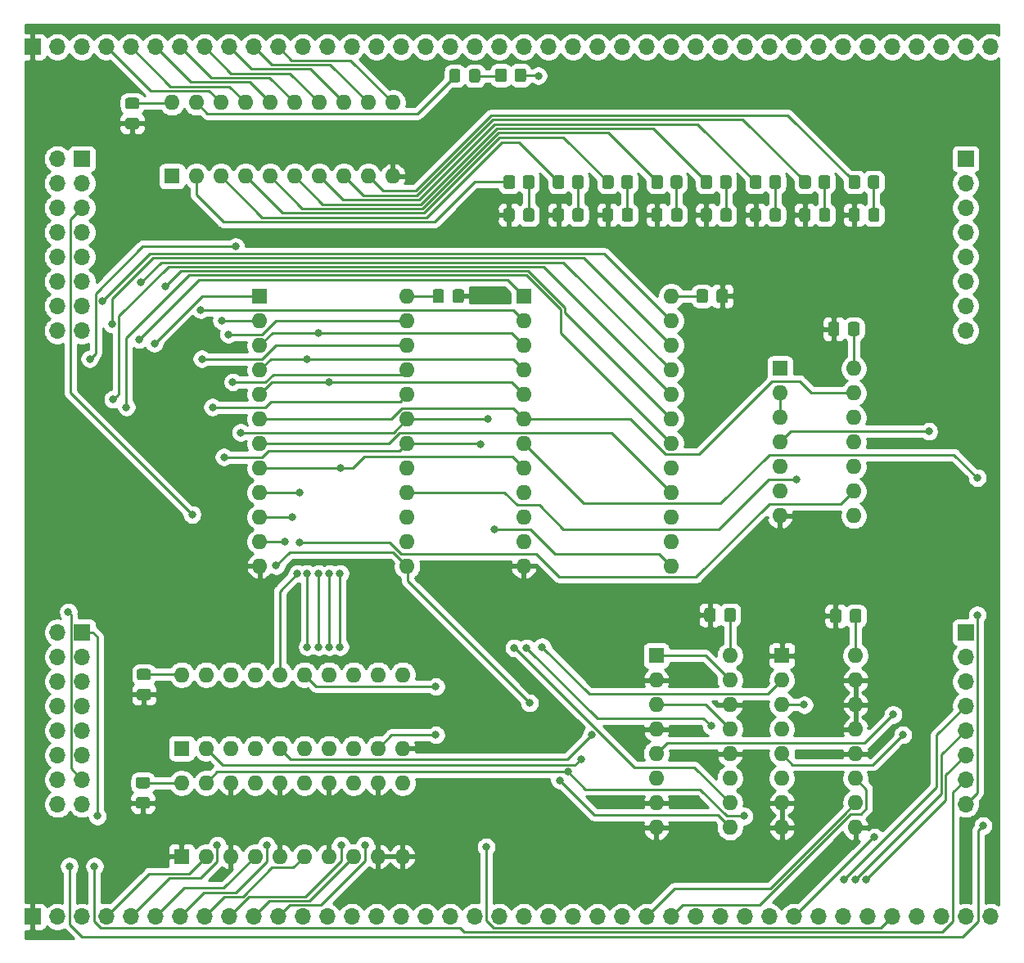
<source format=gtl>
G04 #@! TF.GenerationSoftware,KiCad,Pcbnew,(5.1.9)-1*
G04 #@! TF.CreationDate,2022-07-23T12:09:38-04:00*
G04 #@! TF.ProjectId,alu,616c752e-6b69-4636-9164-5f7063625858,1.0*
G04 #@! TF.SameCoordinates,Original*
G04 #@! TF.FileFunction,Copper,L1,Top*
G04 #@! TF.FilePolarity,Positive*
%FSLAX46Y46*%
G04 Gerber Fmt 4.6, Leading zero omitted, Abs format (unit mm)*
G04 Created by KiCad (PCBNEW (5.1.9)-1) date 2022-07-23 12:09:38*
%MOMM*%
%LPD*%
G01*
G04 APERTURE LIST*
G04 #@! TA.AperFunction,ComponentPad*
%ADD10O,1.700000X1.700000*%
G04 #@! TD*
G04 #@! TA.AperFunction,ComponentPad*
%ADD11R,1.700000X1.700000*%
G04 #@! TD*
G04 #@! TA.AperFunction,ComponentPad*
%ADD12O,1.600000X1.600000*%
G04 #@! TD*
G04 #@! TA.AperFunction,ComponentPad*
%ADD13R,1.600000X1.600000*%
G04 #@! TD*
G04 #@! TA.AperFunction,ViaPad*
%ADD14C,0.800000*%
G04 #@! TD*
G04 #@! TA.AperFunction,Conductor*
%ADD15C,0.250000*%
G04 #@! TD*
G04 #@! TA.AperFunction,Conductor*
%ADD16C,0.254000*%
G04 #@! TD*
G04 #@! TA.AperFunction,Conductor*
%ADD17C,0.100000*%
G04 #@! TD*
G04 APERTURE END LIST*
G04 #@! TA.AperFunction,SMDPad,CuDef*
G36*
G01*
X135445000Y-48504999D02*
X135445000Y-49405001D01*
G75*
G02*
X135195001Y-49655000I-249999J0D01*
G01*
X134494999Y-49655000D01*
G75*
G02*
X134245000Y-49405001I0J249999D01*
G01*
X134245000Y-48504999D01*
G75*
G02*
X134494999Y-48255000I249999J0D01*
G01*
X135195001Y-48255000D01*
G75*
G02*
X135445000Y-48504999I0J-249999D01*
G01*
G37*
G04 #@! TD.AperFunction*
G04 #@! TA.AperFunction,SMDPad,CuDef*
G36*
G01*
X137445000Y-48504999D02*
X137445000Y-49405001D01*
G75*
G02*
X137195001Y-49655000I-249999J0D01*
G01*
X136494999Y-49655000D01*
G75*
G02*
X136245000Y-49405001I0J249999D01*
G01*
X136245000Y-48504999D01*
G75*
G02*
X136494999Y-48255000I249999J0D01*
G01*
X137195001Y-48255000D01*
G75*
G02*
X137445000Y-48504999I0J-249999D01*
G01*
G37*
G04 #@! TD.AperFunction*
G04 #@! TA.AperFunction,SMDPad,CuDef*
G36*
G01*
X131550000Y-49450001D02*
X131550000Y-48549999D01*
G75*
G02*
X131799999Y-48300000I249999J0D01*
G01*
X132450001Y-48300000D01*
G75*
G02*
X132700000Y-48549999I0J-249999D01*
G01*
X132700000Y-49450001D01*
G75*
G02*
X132450001Y-49700000I-249999J0D01*
G01*
X131799999Y-49700000D01*
G75*
G02*
X131550000Y-49450001I0J249999D01*
G01*
G37*
G04 #@! TD.AperFunction*
G04 #@! TA.AperFunction,SMDPad,CuDef*
G36*
G01*
X129500000Y-49450001D02*
X129500000Y-48549999D01*
G75*
G02*
X129749999Y-48300000I249999J0D01*
G01*
X130400001Y-48300000D01*
G75*
G02*
X130650000Y-48549999I0J-249999D01*
G01*
X130650000Y-49450001D01*
G75*
G02*
X130400001Y-49700000I-249999J0D01*
G01*
X129749999Y-49700000D01*
G75*
G02*
X129500000Y-49450001I0J249999D01*
G01*
G37*
G04 #@! TD.AperFunction*
D10*
X88960000Y-75380000D03*
X91500000Y-75380000D03*
X88960000Y-72840000D03*
X91500000Y-72840000D03*
X88960000Y-70300000D03*
X91500000Y-70300000D03*
X88960000Y-67760000D03*
X91500000Y-67760000D03*
X88960000Y-65220000D03*
X91500000Y-65220000D03*
X88960000Y-62680000D03*
X91500000Y-62680000D03*
X88960000Y-60140000D03*
X91500000Y-60140000D03*
X88960000Y-57600000D03*
D11*
X91500000Y-57600000D03*
D10*
X182900000Y-75380000D03*
X182900000Y-72840000D03*
X182900000Y-70300000D03*
X182900000Y-67760000D03*
X182900000Y-65220000D03*
X182900000Y-62680000D03*
X182900000Y-60140000D03*
D11*
X182900000Y-57600000D03*
G04 #@! TA.AperFunction,SMDPad,CuDef*
G36*
G01*
X97175000Y-52450000D02*
X96225000Y-52450000D01*
G75*
G02*
X95975000Y-52200000I0J250000D01*
G01*
X95975000Y-51525000D01*
G75*
G02*
X96225000Y-51275000I250000J0D01*
G01*
X97175000Y-51275000D01*
G75*
G02*
X97425000Y-51525000I0J-250000D01*
G01*
X97425000Y-52200000D01*
G75*
G02*
X97175000Y-52450000I-250000J0D01*
G01*
G37*
G04 #@! TD.AperFunction*
G04 #@! TA.AperFunction,SMDPad,CuDef*
G36*
G01*
X97175000Y-54525000D02*
X96225000Y-54525000D01*
G75*
G02*
X95975000Y-54275000I0J250000D01*
G01*
X95975000Y-53600000D01*
G75*
G02*
X96225000Y-53350000I250000J0D01*
G01*
X97175000Y-53350000D01*
G75*
G02*
X97425000Y-53600000I0J-250000D01*
G01*
X97425000Y-54275000D01*
G75*
G02*
X97175000Y-54525000I-250000J0D01*
G01*
G37*
G04 #@! TD.AperFunction*
D12*
X125140000Y-71800000D03*
X109900000Y-99740000D03*
X125140000Y-74340000D03*
X109900000Y-97200000D03*
X125140000Y-76880000D03*
X109900000Y-94660000D03*
X125140000Y-79420000D03*
X109900000Y-92120000D03*
X125140000Y-81960000D03*
X109900000Y-89580000D03*
X125140000Y-84500000D03*
X109900000Y-87040000D03*
X125140000Y-87040000D03*
X109900000Y-84500000D03*
X125140000Y-89580000D03*
X109900000Y-81960000D03*
X125140000Y-92120000D03*
X109900000Y-79420000D03*
X125140000Y-94660000D03*
X109900000Y-76880000D03*
X125140000Y-97200000D03*
X109900000Y-74340000D03*
X125140000Y-99740000D03*
D13*
X109900000Y-71800000D03*
D10*
X182900000Y-124380000D03*
X182900000Y-121840000D03*
X182900000Y-119300000D03*
X182900000Y-116760000D03*
X182900000Y-114220000D03*
X182900000Y-111680000D03*
X182900000Y-109140000D03*
D11*
X182900000Y-106600000D03*
D12*
X100800000Y-51780000D03*
X123660000Y-59400000D03*
X103340000Y-51780000D03*
X121120000Y-59400000D03*
X105880000Y-51780000D03*
X118580000Y-59400000D03*
X108420000Y-51780000D03*
X116040000Y-59400000D03*
X110960000Y-51780000D03*
X113500000Y-59400000D03*
X113500000Y-51780000D03*
X110960000Y-59400000D03*
X116040000Y-51780000D03*
X108420000Y-59400000D03*
X118580000Y-51780000D03*
X105880000Y-59400000D03*
X121120000Y-51780000D03*
X103340000Y-59400000D03*
X123660000Y-51780000D03*
D13*
X100800000Y-59400000D03*
D12*
X101800000Y-110980000D03*
X124660000Y-118600000D03*
X104340000Y-110980000D03*
X122120000Y-118600000D03*
X106880000Y-110980000D03*
X119580000Y-118600000D03*
X109420000Y-110980000D03*
X117040000Y-118600000D03*
X111960000Y-110980000D03*
X114500000Y-118600000D03*
X114500000Y-110980000D03*
X111960000Y-118600000D03*
X117040000Y-110980000D03*
X109420000Y-118600000D03*
X119580000Y-110980000D03*
X106880000Y-118600000D03*
X122120000Y-110980000D03*
X104340000Y-118600000D03*
X124660000Y-110980000D03*
D13*
X101800000Y-118600000D03*
D12*
X152440000Y-71800000D03*
X137200000Y-99740000D03*
X152440000Y-74340000D03*
X137200000Y-97200000D03*
X152440000Y-76880000D03*
X137200000Y-94660000D03*
X152440000Y-79420000D03*
X137200000Y-92120000D03*
X152440000Y-81960000D03*
X137200000Y-89580000D03*
X152440000Y-84500000D03*
X137200000Y-87040000D03*
X152440000Y-87040000D03*
X137200000Y-84500000D03*
X152440000Y-89580000D03*
X137200000Y-81960000D03*
X152440000Y-92120000D03*
X137200000Y-79420000D03*
X152440000Y-94660000D03*
X137200000Y-76880000D03*
X152440000Y-97200000D03*
X137200000Y-74340000D03*
X152440000Y-99740000D03*
D13*
X137200000Y-71800000D03*
D12*
X101800000Y-122180000D03*
X124660000Y-129800000D03*
X104340000Y-122180000D03*
X122120000Y-129800000D03*
X106880000Y-122180000D03*
X119580000Y-129800000D03*
X109420000Y-122180000D03*
X117040000Y-129800000D03*
X111960000Y-122180000D03*
X114500000Y-129800000D03*
X114500000Y-122180000D03*
X111960000Y-129800000D03*
X117040000Y-122180000D03*
X109420000Y-129800000D03*
X119580000Y-122180000D03*
X106880000Y-129800000D03*
X122120000Y-122180000D03*
X104340000Y-129800000D03*
X124660000Y-122180000D03*
D13*
X101800000Y-129800000D03*
D12*
X171520000Y-109000000D03*
X163900000Y-126780000D03*
X171520000Y-111540000D03*
X163900000Y-124240000D03*
X171520000Y-114080000D03*
X163900000Y-121700000D03*
X171520000Y-116620000D03*
X163900000Y-119160000D03*
X171520000Y-119160000D03*
X163900000Y-116620000D03*
X171520000Y-121700000D03*
X163900000Y-114080000D03*
X171520000Y-124240000D03*
X163900000Y-111540000D03*
X171520000Y-126780000D03*
D13*
X163900000Y-109000000D03*
D12*
X158520000Y-109000000D03*
X150900000Y-126780000D03*
X158520000Y-111540000D03*
X150900000Y-124240000D03*
X158520000Y-114080000D03*
X150900000Y-121700000D03*
X158520000Y-116620000D03*
X150900000Y-119160000D03*
X158520000Y-119160000D03*
X150900000Y-116620000D03*
X158520000Y-121700000D03*
X150900000Y-114080000D03*
X158520000Y-124240000D03*
X150900000Y-111540000D03*
X158520000Y-126780000D03*
D13*
X150900000Y-109000000D03*
D12*
X171320000Y-79300000D03*
X163700000Y-94540000D03*
X171320000Y-81840000D03*
X163700000Y-92000000D03*
X171320000Y-84380000D03*
X163700000Y-89460000D03*
X171320000Y-86920000D03*
X163700000Y-86920000D03*
X171320000Y-89460000D03*
X163700000Y-84380000D03*
X171320000Y-92000000D03*
X163700000Y-81840000D03*
X171320000Y-94540000D03*
D13*
X163700000Y-79300000D03*
G04 #@! TA.AperFunction,SMDPad,CuDef*
G36*
G01*
X137100000Y-60450001D02*
X137100000Y-59549999D01*
G75*
G02*
X137349999Y-59300000I249999J0D01*
G01*
X138050001Y-59300000D01*
G75*
G02*
X138300000Y-59549999I0J-249999D01*
G01*
X138300000Y-60450001D01*
G75*
G02*
X138050001Y-60700000I-249999J0D01*
G01*
X137349999Y-60700000D01*
G75*
G02*
X137100000Y-60450001I0J249999D01*
G01*
G37*
G04 #@! TD.AperFunction*
G04 #@! TA.AperFunction,SMDPad,CuDef*
G36*
G01*
X135100000Y-60450001D02*
X135100000Y-59549999D01*
G75*
G02*
X135349999Y-59300000I249999J0D01*
G01*
X136050001Y-59300000D01*
G75*
G02*
X136300000Y-59549999I0J-249999D01*
G01*
X136300000Y-60450001D01*
G75*
G02*
X136050001Y-60700000I-249999J0D01*
G01*
X135349999Y-60700000D01*
G75*
G02*
X135100000Y-60450001I0J249999D01*
G01*
G37*
G04 #@! TD.AperFunction*
G04 #@! TA.AperFunction,SMDPad,CuDef*
G36*
G01*
X142200000Y-60450001D02*
X142200000Y-59549999D01*
G75*
G02*
X142449999Y-59300000I249999J0D01*
G01*
X143150001Y-59300000D01*
G75*
G02*
X143400000Y-59549999I0J-249999D01*
G01*
X143400000Y-60450001D01*
G75*
G02*
X143150001Y-60700000I-249999J0D01*
G01*
X142449999Y-60700000D01*
G75*
G02*
X142200000Y-60450001I0J249999D01*
G01*
G37*
G04 #@! TD.AperFunction*
G04 #@! TA.AperFunction,SMDPad,CuDef*
G36*
G01*
X140200000Y-60450001D02*
X140200000Y-59549999D01*
G75*
G02*
X140449999Y-59300000I249999J0D01*
G01*
X141150001Y-59300000D01*
G75*
G02*
X141400000Y-59549999I0J-249999D01*
G01*
X141400000Y-60450001D01*
G75*
G02*
X141150001Y-60700000I-249999J0D01*
G01*
X140449999Y-60700000D01*
G75*
G02*
X140200000Y-60450001I0J249999D01*
G01*
G37*
G04 #@! TD.AperFunction*
G04 #@! TA.AperFunction,SMDPad,CuDef*
G36*
G01*
X147300000Y-60450001D02*
X147300000Y-59549999D01*
G75*
G02*
X147549999Y-59300000I249999J0D01*
G01*
X148250001Y-59300000D01*
G75*
G02*
X148500000Y-59549999I0J-249999D01*
G01*
X148500000Y-60450001D01*
G75*
G02*
X148250001Y-60700000I-249999J0D01*
G01*
X147549999Y-60700000D01*
G75*
G02*
X147300000Y-60450001I0J249999D01*
G01*
G37*
G04 #@! TD.AperFunction*
G04 #@! TA.AperFunction,SMDPad,CuDef*
G36*
G01*
X145300000Y-60450001D02*
X145300000Y-59549999D01*
G75*
G02*
X145549999Y-59300000I249999J0D01*
G01*
X146250001Y-59300000D01*
G75*
G02*
X146500000Y-59549999I0J-249999D01*
G01*
X146500000Y-60450001D01*
G75*
G02*
X146250001Y-60700000I-249999J0D01*
G01*
X145549999Y-60700000D01*
G75*
G02*
X145300000Y-60450001I0J249999D01*
G01*
G37*
G04 #@! TD.AperFunction*
G04 #@! TA.AperFunction,SMDPad,CuDef*
G36*
G01*
X152400000Y-60450001D02*
X152400000Y-59549999D01*
G75*
G02*
X152649999Y-59300000I249999J0D01*
G01*
X153350001Y-59300000D01*
G75*
G02*
X153600000Y-59549999I0J-249999D01*
G01*
X153600000Y-60450001D01*
G75*
G02*
X153350001Y-60700000I-249999J0D01*
G01*
X152649999Y-60700000D01*
G75*
G02*
X152400000Y-60450001I0J249999D01*
G01*
G37*
G04 #@! TD.AperFunction*
G04 #@! TA.AperFunction,SMDPad,CuDef*
G36*
G01*
X150400000Y-60450001D02*
X150400000Y-59549999D01*
G75*
G02*
X150649999Y-59300000I249999J0D01*
G01*
X151350001Y-59300000D01*
G75*
G02*
X151600000Y-59549999I0J-249999D01*
G01*
X151600000Y-60450001D01*
G75*
G02*
X151350001Y-60700000I-249999J0D01*
G01*
X150649999Y-60700000D01*
G75*
G02*
X150400000Y-60450001I0J249999D01*
G01*
G37*
G04 #@! TD.AperFunction*
G04 #@! TA.AperFunction,SMDPad,CuDef*
G36*
G01*
X157500000Y-60450001D02*
X157500000Y-59549999D01*
G75*
G02*
X157749999Y-59300000I249999J0D01*
G01*
X158450001Y-59300000D01*
G75*
G02*
X158700000Y-59549999I0J-249999D01*
G01*
X158700000Y-60450001D01*
G75*
G02*
X158450001Y-60700000I-249999J0D01*
G01*
X157749999Y-60700000D01*
G75*
G02*
X157500000Y-60450001I0J249999D01*
G01*
G37*
G04 #@! TD.AperFunction*
G04 #@! TA.AperFunction,SMDPad,CuDef*
G36*
G01*
X155500000Y-60450001D02*
X155500000Y-59549999D01*
G75*
G02*
X155749999Y-59300000I249999J0D01*
G01*
X156450001Y-59300000D01*
G75*
G02*
X156700000Y-59549999I0J-249999D01*
G01*
X156700000Y-60450001D01*
G75*
G02*
X156450001Y-60700000I-249999J0D01*
G01*
X155749999Y-60700000D01*
G75*
G02*
X155500000Y-60450001I0J249999D01*
G01*
G37*
G04 #@! TD.AperFunction*
G04 #@! TA.AperFunction,SMDPad,CuDef*
G36*
G01*
X162600000Y-60450001D02*
X162600000Y-59549999D01*
G75*
G02*
X162849999Y-59300000I249999J0D01*
G01*
X163550001Y-59300000D01*
G75*
G02*
X163800000Y-59549999I0J-249999D01*
G01*
X163800000Y-60450001D01*
G75*
G02*
X163550001Y-60700000I-249999J0D01*
G01*
X162849999Y-60700000D01*
G75*
G02*
X162600000Y-60450001I0J249999D01*
G01*
G37*
G04 #@! TD.AperFunction*
G04 #@! TA.AperFunction,SMDPad,CuDef*
G36*
G01*
X160600000Y-60450001D02*
X160600000Y-59549999D01*
G75*
G02*
X160849999Y-59300000I249999J0D01*
G01*
X161550001Y-59300000D01*
G75*
G02*
X161800000Y-59549999I0J-249999D01*
G01*
X161800000Y-60450001D01*
G75*
G02*
X161550001Y-60700000I-249999J0D01*
G01*
X160849999Y-60700000D01*
G75*
G02*
X160600000Y-60450001I0J249999D01*
G01*
G37*
G04 #@! TD.AperFunction*
G04 #@! TA.AperFunction,SMDPad,CuDef*
G36*
G01*
X167700000Y-60450001D02*
X167700000Y-59549999D01*
G75*
G02*
X167949999Y-59300000I249999J0D01*
G01*
X168650001Y-59300000D01*
G75*
G02*
X168900000Y-59549999I0J-249999D01*
G01*
X168900000Y-60450001D01*
G75*
G02*
X168650001Y-60700000I-249999J0D01*
G01*
X167949999Y-60700000D01*
G75*
G02*
X167700000Y-60450001I0J249999D01*
G01*
G37*
G04 #@! TD.AperFunction*
G04 #@! TA.AperFunction,SMDPad,CuDef*
G36*
G01*
X165700000Y-60450001D02*
X165700000Y-59549999D01*
G75*
G02*
X165949999Y-59300000I249999J0D01*
G01*
X166650001Y-59300000D01*
G75*
G02*
X166900000Y-59549999I0J-249999D01*
G01*
X166900000Y-60450001D01*
G75*
G02*
X166650001Y-60700000I-249999J0D01*
G01*
X165949999Y-60700000D01*
G75*
G02*
X165700000Y-60450001I0J249999D01*
G01*
G37*
G04 #@! TD.AperFunction*
G04 #@! TA.AperFunction,SMDPad,CuDef*
G36*
G01*
X172800000Y-60450001D02*
X172800000Y-59549999D01*
G75*
G02*
X173049999Y-59300000I249999J0D01*
G01*
X173750001Y-59300000D01*
G75*
G02*
X174000000Y-59549999I0J-249999D01*
G01*
X174000000Y-60450001D01*
G75*
G02*
X173750001Y-60700000I-249999J0D01*
G01*
X173049999Y-60700000D01*
G75*
G02*
X172800000Y-60450001I0J249999D01*
G01*
G37*
G04 #@! TD.AperFunction*
G04 #@! TA.AperFunction,SMDPad,CuDef*
G36*
G01*
X170800000Y-60450001D02*
X170800000Y-59549999D01*
G75*
G02*
X171049999Y-59300000I249999J0D01*
G01*
X171750001Y-59300000D01*
G75*
G02*
X172000000Y-59549999I0J-249999D01*
G01*
X172000000Y-60450001D01*
G75*
G02*
X171750001Y-60700000I-249999J0D01*
G01*
X171049999Y-60700000D01*
G75*
G02*
X170800000Y-60450001I0J249999D01*
G01*
G37*
G04 #@! TD.AperFunction*
G04 #@! TA.AperFunction,SMDPad,CuDef*
G36*
G01*
X137150000Y-63850001D02*
X137150000Y-62949999D01*
G75*
G02*
X137399999Y-62700000I249999J0D01*
G01*
X138050001Y-62700000D01*
G75*
G02*
X138300000Y-62949999I0J-249999D01*
G01*
X138300000Y-63850001D01*
G75*
G02*
X138050001Y-64100000I-249999J0D01*
G01*
X137399999Y-64100000D01*
G75*
G02*
X137150000Y-63850001I0J249999D01*
G01*
G37*
G04 #@! TD.AperFunction*
G04 #@! TA.AperFunction,SMDPad,CuDef*
G36*
G01*
X135100000Y-63850001D02*
X135100000Y-62949999D01*
G75*
G02*
X135349999Y-62700000I249999J0D01*
G01*
X136000001Y-62700000D01*
G75*
G02*
X136250000Y-62949999I0J-249999D01*
G01*
X136250000Y-63850001D01*
G75*
G02*
X136000001Y-64100000I-249999J0D01*
G01*
X135349999Y-64100000D01*
G75*
G02*
X135100000Y-63850001I0J249999D01*
G01*
G37*
G04 #@! TD.AperFunction*
G04 #@! TA.AperFunction,SMDPad,CuDef*
G36*
G01*
X142250000Y-63850001D02*
X142250000Y-62949999D01*
G75*
G02*
X142499999Y-62700000I249999J0D01*
G01*
X143150001Y-62700000D01*
G75*
G02*
X143400000Y-62949999I0J-249999D01*
G01*
X143400000Y-63850001D01*
G75*
G02*
X143150001Y-64100000I-249999J0D01*
G01*
X142499999Y-64100000D01*
G75*
G02*
X142250000Y-63850001I0J249999D01*
G01*
G37*
G04 #@! TD.AperFunction*
G04 #@! TA.AperFunction,SMDPad,CuDef*
G36*
G01*
X140200000Y-63850001D02*
X140200000Y-62949999D01*
G75*
G02*
X140449999Y-62700000I249999J0D01*
G01*
X141100001Y-62700000D01*
G75*
G02*
X141350000Y-62949999I0J-249999D01*
G01*
X141350000Y-63850001D01*
G75*
G02*
X141100001Y-64100000I-249999J0D01*
G01*
X140449999Y-64100000D01*
G75*
G02*
X140200000Y-63850001I0J249999D01*
G01*
G37*
G04 #@! TD.AperFunction*
G04 #@! TA.AperFunction,SMDPad,CuDef*
G36*
G01*
X147350000Y-63850001D02*
X147350000Y-62949999D01*
G75*
G02*
X147599999Y-62700000I249999J0D01*
G01*
X148250001Y-62700000D01*
G75*
G02*
X148500000Y-62949999I0J-249999D01*
G01*
X148500000Y-63850001D01*
G75*
G02*
X148250001Y-64100000I-249999J0D01*
G01*
X147599999Y-64100000D01*
G75*
G02*
X147350000Y-63850001I0J249999D01*
G01*
G37*
G04 #@! TD.AperFunction*
G04 #@! TA.AperFunction,SMDPad,CuDef*
G36*
G01*
X145300000Y-63850001D02*
X145300000Y-62949999D01*
G75*
G02*
X145549999Y-62700000I249999J0D01*
G01*
X146200001Y-62700000D01*
G75*
G02*
X146450000Y-62949999I0J-249999D01*
G01*
X146450000Y-63850001D01*
G75*
G02*
X146200001Y-64100000I-249999J0D01*
G01*
X145549999Y-64100000D01*
G75*
G02*
X145300000Y-63850001I0J249999D01*
G01*
G37*
G04 #@! TD.AperFunction*
G04 #@! TA.AperFunction,SMDPad,CuDef*
G36*
G01*
X152450000Y-63850001D02*
X152450000Y-62949999D01*
G75*
G02*
X152699999Y-62700000I249999J0D01*
G01*
X153350001Y-62700000D01*
G75*
G02*
X153600000Y-62949999I0J-249999D01*
G01*
X153600000Y-63850001D01*
G75*
G02*
X153350001Y-64100000I-249999J0D01*
G01*
X152699999Y-64100000D01*
G75*
G02*
X152450000Y-63850001I0J249999D01*
G01*
G37*
G04 #@! TD.AperFunction*
G04 #@! TA.AperFunction,SMDPad,CuDef*
G36*
G01*
X150400000Y-63850001D02*
X150400000Y-62949999D01*
G75*
G02*
X150649999Y-62700000I249999J0D01*
G01*
X151300001Y-62700000D01*
G75*
G02*
X151550000Y-62949999I0J-249999D01*
G01*
X151550000Y-63850001D01*
G75*
G02*
X151300001Y-64100000I-249999J0D01*
G01*
X150649999Y-64100000D01*
G75*
G02*
X150400000Y-63850001I0J249999D01*
G01*
G37*
G04 #@! TD.AperFunction*
G04 #@! TA.AperFunction,SMDPad,CuDef*
G36*
G01*
X157550000Y-63850001D02*
X157550000Y-62949999D01*
G75*
G02*
X157799999Y-62700000I249999J0D01*
G01*
X158450001Y-62700000D01*
G75*
G02*
X158700000Y-62949999I0J-249999D01*
G01*
X158700000Y-63850001D01*
G75*
G02*
X158450001Y-64100000I-249999J0D01*
G01*
X157799999Y-64100000D01*
G75*
G02*
X157550000Y-63850001I0J249999D01*
G01*
G37*
G04 #@! TD.AperFunction*
G04 #@! TA.AperFunction,SMDPad,CuDef*
G36*
G01*
X155500000Y-63850001D02*
X155500000Y-62949999D01*
G75*
G02*
X155749999Y-62700000I249999J0D01*
G01*
X156400001Y-62700000D01*
G75*
G02*
X156650000Y-62949999I0J-249999D01*
G01*
X156650000Y-63850001D01*
G75*
G02*
X156400001Y-64100000I-249999J0D01*
G01*
X155749999Y-64100000D01*
G75*
G02*
X155500000Y-63850001I0J249999D01*
G01*
G37*
G04 #@! TD.AperFunction*
G04 #@! TA.AperFunction,SMDPad,CuDef*
G36*
G01*
X162650000Y-63850001D02*
X162650000Y-62949999D01*
G75*
G02*
X162899999Y-62700000I249999J0D01*
G01*
X163550001Y-62700000D01*
G75*
G02*
X163800000Y-62949999I0J-249999D01*
G01*
X163800000Y-63850001D01*
G75*
G02*
X163550001Y-64100000I-249999J0D01*
G01*
X162899999Y-64100000D01*
G75*
G02*
X162650000Y-63850001I0J249999D01*
G01*
G37*
G04 #@! TD.AperFunction*
G04 #@! TA.AperFunction,SMDPad,CuDef*
G36*
G01*
X160600000Y-63850001D02*
X160600000Y-62949999D01*
G75*
G02*
X160849999Y-62700000I249999J0D01*
G01*
X161500001Y-62700000D01*
G75*
G02*
X161750000Y-62949999I0J-249999D01*
G01*
X161750000Y-63850001D01*
G75*
G02*
X161500001Y-64100000I-249999J0D01*
G01*
X160849999Y-64100000D01*
G75*
G02*
X160600000Y-63850001I0J249999D01*
G01*
G37*
G04 #@! TD.AperFunction*
G04 #@! TA.AperFunction,SMDPad,CuDef*
G36*
G01*
X167750000Y-63850001D02*
X167750000Y-62949999D01*
G75*
G02*
X167999999Y-62700000I249999J0D01*
G01*
X168650001Y-62700000D01*
G75*
G02*
X168900000Y-62949999I0J-249999D01*
G01*
X168900000Y-63850001D01*
G75*
G02*
X168650001Y-64100000I-249999J0D01*
G01*
X167999999Y-64100000D01*
G75*
G02*
X167750000Y-63850001I0J249999D01*
G01*
G37*
G04 #@! TD.AperFunction*
G04 #@! TA.AperFunction,SMDPad,CuDef*
G36*
G01*
X165700000Y-63850001D02*
X165700000Y-62949999D01*
G75*
G02*
X165949999Y-62700000I249999J0D01*
G01*
X166600001Y-62700000D01*
G75*
G02*
X166850000Y-62949999I0J-249999D01*
G01*
X166850000Y-63850001D01*
G75*
G02*
X166600001Y-64100000I-249999J0D01*
G01*
X165949999Y-64100000D01*
G75*
G02*
X165700000Y-63850001I0J249999D01*
G01*
G37*
G04 #@! TD.AperFunction*
G04 #@! TA.AperFunction,SMDPad,CuDef*
G36*
G01*
X172850000Y-63850001D02*
X172850000Y-62949999D01*
G75*
G02*
X173099999Y-62700000I249999J0D01*
G01*
X173750001Y-62700000D01*
G75*
G02*
X174000000Y-62949999I0J-249999D01*
G01*
X174000000Y-63850001D01*
G75*
G02*
X173750001Y-64100000I-249999J0D01*
G01*
X173099999Y-64100000D01*
G75*
G02*
X172850000Y-63850001I0J249999D01*
G01*
G37*
G04 #@! TD.AperFunction*
G04 #@! TA.AperFunction,SMDPad,CuDef*
G36*
G01*
X170800000Y-63850001D02*
X170800000Y-62949999D01*
G75*
G02*
X171049999Y-62700000I249999J0D01*
G01*
X171700001Y-62700000D01*
G75*
G02*
X171950000Y-62949999I0J-249999D01*
G01*
X171950000Y-63850001D01*
G75*
G02*
X171700001Y-64100000I-249999J0D01*
G01*
X171049999Y-64100000D01*
G75*
G02*
X170800000Y-63850001I0J249999D01*
G01*
G37*
G04 #@! TD.AperFunction*
G04 #@! TA.AperFunction,SMDPad,CuDef*
G36*
G01*
X128950000Y-71325000D02*
X128950000Y-72275000D01*
G75*
G02*
X128700000Y-72525000I-250000J0D01*
G01*
X128025000Y-72525000D01*
G75*
G02*
X127775000Y-72275000I0J250000D01*
G01*
X127775000Y-71325000D01*
G75*
G02*
X128025000Y-71075000I250000J0D01*
G01*
X128700000Y-71075000D01*
G75*
G02*
X128950000Y-71325000I0J-250000D01*
G01*
G37*
G04 #@! TD.AperFunction*
G04 #@! TA.AperFunction,SMDPad,CuDef*
G36*
G01*
X131025000Y-71325000D02*
X131025000Y-72275000D01*
G75*
G02*
X130775000Y-72525000I-250000J0D01*
G01*
X130100000Y-72525000D01*
G75*
G02*
X129850000Y-72275000I0J250000D01*
G01*
X129850000Y-71325000D01*
G75*
G02*
X130100000Y-71075000I250000J0D01*
G01*
X130775000Y-71075000D01*
G75*
G02*
X131025000Y-71325000I0J-250000D01*
G01*
G37*
G04 #@! TD.AperFunction*
G04 #@! TA.AperFunction,SMDPad,CuDef*
G36*
G01*
X98275000Y-122750000D02*
X97325000Y-122750000D01*
G75*
G02*
X97075000Y-122500000I0J250000D01*
G01*
X97075000Y-121825000D01*
G75*
G02*
X97325000Y-121575000I250000J0D01*
G01*
X98275000Y-121575000D01*
G75*
G02*
X98525000Y-121825000I0J-250000D01*
G01*
X98525000Y-122500000D01*
G75*
G02*
X98275000Y-122750000I-250000J0D01*
G01*
G37*
G04 #@! TD.AperFunction*
G04 #@! TA.AperFunction,SMDPad,CuDef*
G36*
G01*
X98275000Y-124825000D02*
X97325000Y-124825000D01*
G75*
G02*
X97075000Y-124575000I0J250000D01*
G01*
X97075000Y-123900000D01*
G75*
G02*
X97325000Y-123650000I250000J0D01*
G01*
X98275000Y-123650000D01*
G75*
G02*
X98525000Y-123900000I0J-250000D01*
G01*
X98525000Y-124575000D01*
G75*
G02*
X98275000Y-124825000I-250000J0D01*
G01*
G37*
G04 #@! TD.AperFunction*
G04 #@! TA.AperFunction,SMDPad,CuDef*
G36*
G01*
X98375000Y-111550000D02*
X97425000Y-111550000D01*
G75*
G02*
X97175000Y-111300000I0J250000D01*
G01*
X97175000Y-110625000D01*
G75*
G02*
X97425000Y-110375000I250000J0D01*
G01*
X98375000Y-110375000D01*
G75*
G02*
X98625000Y-110625000I0J-250000D01*
G01*
X98625000Y-111300000D01*
G75*
G02*
X98375000Y-111550000I-250000J0D01*
G01*
G37*
G04 #@! TD.AperFunction*
G04 #@! TA.AperFunction,SMDPad,CuDef*
G36*
G01*
X98375000Y-113625000D02*
X97425000Y-113625000D01*
G75*
G02*
X97175000Y-113375000I0J250000D01*
G01*
X97175000Y-112700000D01*
G75*
G02*
X97425000Y-112450000I250000J0D01*
G01*
X98375000Y-112450000D01*
G75*
G02*
X98625000Y-112700000I0J-250000D01*
G01*
X98625000Y-113375000D01*
G75*
G02*
X98375000Y-113625000I-250000J0D01*
G01*
G37*
G04 #@! TD.AperFunction*
G04 #@! TA.AperFunction,SMDPad,CuDef*
G36*
G01*
X156250000Y-71325000D02*
X156250000Y-72275000D01*
G75*
G02*
X156000000Y-72525000I-250000J0D01*
G01*
X155325000Y-72525000D01*
G75*
G02*
X155075000Y-72275000I0J250000D01*
G01*
X155075000Y-71325000D01*
G75*
G02*
X155325000Y-71075000I250000J0D01*
G01*
X156000000Y-71075000D01*
G75*
G02*
X156250000Y-71325000I0J-250000D01*
G01*
G37*
G04 #@! TD.AperFunction*
G04 #@! TA.AperFunction,SMDPad,CuDef*
G36*
G01*
X158325000Y-71325000D02*
X158325000Y-72275000D01*
G75*
G02*
X158075000Y-72525000I-250000J0D01*
G01*
X157400000Y-72525000D01*
G75*
G02*
X157150000Y-72275000I0J250000D01*
G01*
X157150000Y-71325000D01*
G75*
G02*
X157400000Y-71075000I250000J0D01*
G01*
X158075000Y-71075000D01*
G75*
G02*
X158325000Y-71325000I0J-250000D01*
G01*
G37*
G04 #@! TD.AperFunction*
G04 #@! TA.AperFunction,SMDPad,CuDef*
G36*
G01*
X170950000Y-105375000D02*
X170950000Y-104425000D01*
G75*
G02*
X171200000Y-104175000I250000J0D01*
G01*
X171875000Y-104175000D01*
G75*
G02*
X172125000Y-104425000I0J-250000D01*
G01*
X172125000Y-105375000D01*
G75*
G02*
X171875000Y-105625000I-250000J0D01*
G01*
X171200000Y-105625000D01*
G75*
G02*
X170950000Y-105375000I0J250000D01*
G01*
G37*
G04 #@! TD.AperFunction*
G04 #@! TA.AperFunction,SMDPad,CuDef*
G36*
G01*
X168875000Y-105375000D02*
X168875000Y-104425000D01*
G75*
G02*
X169125000Y-104175000I250000J0D01*
G01*
X169800000Y-104175000D01*
G75*
G02*
X170050000Y-104425000I0J-250000D01*
G01*
X170050000Y-105375000D01*
G75*
G02*
X169800000Y-105625000I-250000J0D01*
G01*
X169125000Y-105625000D01*
G75*
G02*
X168875000Y-105375000I0J250000D01*
G01*
G37*
G04 #@! TD.AperFunction*
G04 #@! TA.AperFunction,SMDPad,CuDef*
G36*
G01*
X157950000Y-105275000D02*
X157950000Y-104325000D01*
G75*
G02*
X158200000Y-104075000I250000J0D01*
G01*
X158875000Y-104075000D01*
G75*
G02*
X159125000Y-104325000I0J-250000D01*
G01*
X159125000Y-105275000D01*
G75*
G02*
X158875000Y-105525000I-250000J0D01*
G01*
X158200000Y-105525000D01*
G75*
G02*
X157950000Y-105275000I0J250000D01*
G01*
G37*
G04 #@! TD.AperFunction*
G04 #@! TA.AperFunction,SMDPad,CuDef*
G36*
G01*
X155875000Y-105275000D02*
X155875000Y-104325000D01*
G75*
G02*
X156125000Y-104075000I250000J0D01*
G01*
X156800000Y-104075000D01*
G75*
G02*
X157050000Y-104325000I0J-250000D01*
G01*
X157050000Y-105275000D01*
G75*
G02*
X156800000Y-105525000I-250000J0D01*
G01*
X156125000Y-105525000D01*
G75*
G02*
X155875000Y-105275000I0J250000D01*
G01*
G37*
G04 #@! TD.AperFunction*
G04 #@! TA.AperFunction,SMDPad,CuDef*
G36*
G01*
X170750000Y-75675000D02*
X170750000Y-74725000D01*
G75*
G02*
X171000000Y-74475000I250000J0D01*
G01*
X171675000Y-74475000D01*
G75*
G02*
X171925000Y-74725000I0J-250000D01*
G01*
X171925000Y-75675000D01*
G75*
G02*
X171675000Y-75925000I-250000J0D01*
G01*
X171000000Y-75925000D01*
G75*
G02*
X170750000Y-75675000I0J250000D01*
G01*
G37*
G04 #@! TD.AperFunction*
G04 #@! TA.AperFunction,SMDPad,CuDef*
G36*
G01*
X168675000Y-75675000D02*
X168675000Y-74725000D01*
G75*
G02*
X168925000Y-74475000I250000J0D01*
G01*
X169600000Y-74475000D01*
G75*
G02*
X169850000Y-74725000I0J-250000D01*
G01*
X169850000Y-75675000D01*
G75*
G02*
X169600000Y-75925000I-250000J0D01*
G01*
X168925000Y-75925000D01*
G75*
G02*
X168675000Y-75675000I0J250000D01*
G01*
G37*
G04 #@! TD.AperFunction*
D10*
X88990000Y-124380000D03*
X91530000Y-124380000D03*
X88990000Y-121840000D03*
X91530000Y-121840000D03*
X88990000Y-119300000D03*
X91530000Y-119300000D03*
X88990000Y-116760000D03*
X91530000Y-116760000D03*
X88990000Y-114220000D03*
X91530000Y-114220000D03*
X88990000Y-111680000D03*
X91530000Y-111680000D03*
X88990000Y-109140000D03*
X91530000Y-109140000D03*
X88990000Y-106600000D03*
D11*
X91530000Y-106600000D03*
D10*
X185460000Y-136000000D03*
X182920000Y-136000000D03*
X180380000Y-136000000D03*
X177840000Y-136000000D03*
X175300000Y-136000000D03*
X172760000Y-136000000D03*
X170220000Y-136000000D03*
X167680000Y-136000000D03*
X165140000Y-136000000D03*
X162600000Y-136000000D03*
X160060000Y-136000000D03*
X157520000Y-136000000D03*
X154980000Y-136000000D03*
X152440000Y-136000000D03*
X149900000Y-136000000D03*
X147360000Y-136000000D03*
X144820000Y-136000000D03*
X142280000Y-136000000D03*
X139740000Y-136000000D03*
X137200000Y-136000000D03*
X134660000Y-136000000D03*
X132120000Y-136000000D03*
X129580000Y-136000000D03*
X127040000Y-136000000D03*
X124500000Y-136000000D03*
X121960000Y-136000000D03*
X119420000Y-136000000D03*
X116880000Y-136000000D03*
X114340000Y-136000000D03*
X111800000Y-136000000D03*
X109260000Y-136000000D03*
X106720000Y-136000000D03*
X104180000Y-136000000D03*
X101640000Y-136000000D03*
X99100000Y-136000000D03*
X96560000Y-136000000D03*
X94020000Y-136000000D03*
X91480000Y-136000000D03*
X88940000Y-136000000D03*
D11*
X86400000Y-136000000D03*
D10*
X185460000Y-46000000D03*
X182920000Y-46000000D03*
X180380000Y-46000000D03*
X177840000Y-46000000D03*
X175300000Y-46000000D03*
X172760000Y-46000000D03*
X170220000Y-46000000D03*
X167680000Y-46000000D03*
X165140000Y-46000000D03*
X162600000Y-46000000D03*
X160060000Y-46000000D03*
X157520000Y-46000000D03*
X154980000Y-46000000D03*
X152440000Y-46000000D03*
X149900000Y-46000000D03*
X147360000Y-46000000D03*
X144820000Y-46000000D03*
X142280000Y-46000000D03*
X139740000Y-46000000D03*
X137200000Y-46000000D03*
X134660000Y-46000000D03*
X132120000Y-46000000D03*
X129580000Y-46000000D03*
X127040000Y-46000000D03*
X124500000Y-46000000D03*
X121960000Y-46000000D03*
X119420000Y-46000000D03*
X116880000Y-46000000D03*
X114340000Y-46000000D03*
X111800000Y-46000000D03*
X109260000Y-46000000D03*
X106720000Y-46000000D03*
X104180000Y-46000000D03*
X101640000Y-46000000D03*
X99100000Y-46000000D03*
X96560000Y-46000000D03*
X94020000Y-46000000D03*
X91480000Y-46000000D03*
X88940000Y-46000000D03*
D11*
X86400000Y-46000000D03*
D14*
X138700000Y-49000000D03*
X133300000Y-128800000D03*
X173487340Y-127787340D03*
X120800000Y-128600000D03*
X118300000Y-128600000D03*
X110600000Y-128600000D03*
X105500000Y-128600000D03*
X134100000Y-71200000D03*
X129200000Y-66300008D03*
X134200000Y-95900000D03*
X113980002Y-92120000D03*
X113240000Y-94660000D03*
X112500000Y-97200000D03*
X111600000Y-99700000D03*
X140900000Y-121900000D03*
X137800000Y-113900002D03*
X141800000Y-121025010D03*
X160000000Y-125600000D03*
X165400000Y-90800000D03*
X143100000Y-119700000D03*
X116000000Y-75600000D03*
X116000000Y-100505001D03*
X116000000Y-108100000D03*
X117100001Y-100500000D03*
X144200000Y-117200000D03*
X117100000Y-108100000D03*
X117100000Y-80700000D03*
X107914999Y-85914999D03*
X133475000Y-84500000D03*
X137500000Y-108200000D03*
X156600000Y-116300000D03*
X106200000Y-88454999D03*
X132700000Y-87100000D03*
X136200000Y-108200000D03*
X103785001Y-73214999D03*
X106645001Y-75754999D03*
X103905001Y-78294999D03*
X107100000Y-80700000D03*
X105000000Y-83300000D03*
X118200000Y-108100000D03*
X118200002Y-100499998D03*
X118220000Y-89580000D03*
X114799996Y-100500000D03*
X114805001Y-78294999D03*
X114800000Y-108100000D03*
X105940002Y-74340000D03*
X99000000Y-76700000D03*
X102900000Y-94400000D03*
X93625010Y-72300000D03*
X94600002Y-74700000D03*
X97600000Y-70400000D03*
X94700000Y-82500000D03*
X100100000Y-70800000D03*
X96100000Y-83300000D03*
X97400000Y-76300000D03*
X139100000Y-108100000D03*
X90082347Y-104482347D03*
X107400000Y-66675000D03*
X92300000Y-78300000D03*
X184100000Y-104800000D03*
X184100000Y-90600000D03*
X166200000Y-114100000D03*
X175400000Y-115100000D03*
X179100000Y-85800000D03*
X176400000Y-117200000D03*
X93100000Y-125600000D03*
X92800000Y-130800000D03*
X172600000Y-132200000D03*
X171500000Y-132200002D03*
X128100000Y-117200000D03*
X170300000Y-132174990D03*
X128100000Y-112200000D03*
X114000000Y-97300000D03*
X113799993Y-100500000D03*
X90200000Y-130800000D03*
X184700000Y-126600000D03*
D15*
X128362500Y-71800000D02*
X125140000Y-71800000D01*
X152440000Y-71800000D02*
X155662500Y-71800000D01*
X158537500Y-108982500D02*
X158520000Y-109000000D01*
X158537500Y-104800000D02*
X158537500Y-108982500D01*
X171537500Y-108982500D02*
X171520000Y-109000000D01*
X171537500Y-104900000D02*
X171537500Y-108982500D01*
X101782500Y-122162500D02*
X101800000Y-122180000D01*
X97800000Y-122162500D02*
X101782500Y-122162500D01*
X101782500Y-110962500D02*
X101800000Y-110980000D01*
X97900000Y-110962500D02*
X101782500Y-110962500D01*
X100717500Y-51862500D02*
X100800000Y-51780000D01*
X96700000Y-51862500D02*
X100717500Y-51862500D01*
X171337500Y-79282500D02*
X171320000Y-79300000D01*
X171337500Y-75200000D02*
X171337500Y-79282500D01*
X138655000Y-48955000D02*
X138700000Y-49000000D01*
X136845000Y-48955000D02*
X138655000Y-48955000D01*
X175300000Y-136000000D02*
X174124999Y-137175001D01*
X174124999Y-137175001D02*
X134095999Y-137175001D01*
X134095999Y-137175001D02*
X133300000Y-136379002D01*
X133300000Y-136379002D02*
X133300000Y-128800000D01*
X165140000Y-136000000D02*
X173352660Y-127787340D01*
X173352660Y-127787340D02*
X173487340Y-127787340D01*
X172645001Y-122825001D02*
X171520000Y-121700000D01*
X171031409Y-125365001D02*
X172060001Y-125365001D01*
X172060001Y-125365001D02*
X172645001Y-124780001D01*
X161571411Y-134824999D02*
X171031409Y-125365001D01*
X153615001Y-134824999D02*
X161571411Y-134824999D01*
X172645001Y-124780001D02*
X172645001Y-122825001D01*
X152440000Y-136000000D02*
X153615001Y-134824999D01*
X170394999Y-125365001D02*
X171520000Y-124240000D01*
X162660000Y-133100000D02*
X170394999Y-125365001D01*
X152800000Y-133100000D02*
X162660000Y-133100000D01*
X149900000Y-136000000D02*
X152800000Y-133100000D01*
X120800000Y-130245002D02*
X120800000Y-128600000D01*
X112975001Y-134824999D02*
X116220003Y-134824999D01*
X111800000Y-136000000D02*
X112975001Y-134824999D01*
X116220003Y-134824999D02*
X120800000Y-130245002D01*
X119280000Y-47400000D02*
X123660000Y-51780000D01*
X113200000Y-47400000D02*
X119280000Y-47400000D01*
X111800000Y-46000000D02*
X113200000Y-47400000D01*
X115005011Y-134374989D02*
X119580000Y-129800000D01*
X109260000Y-136000000D02*
X110885011Y-134374989D01*
X110885011Y-134374989D02*
X115005011Y-134374989D01*
X117190010Y-47850010D02*
X121120000Y-51780000D01*
X111110010Y-47850010D02*
X117190010Y-47850010D01*
X109260000Y-46000000D02*
X111110010Y-47850010D01*
X118300000Y-130205002D02*
X118300000Y-128600000D01*
X114580023Y-133924979D02*
X118300000Y-130205002D01*
X106720000Y-136000000D02*
X108795021Y-133924979D01*
X108795021Y-133924979D02*
X114580023Y-133924979D01*
X109020020Y-48300020D02*
X115100020Y-48300020D01*
X115100020Y-48300020D02*
X118580000Y-51780000D01*
X106720000Y-46000000D02*
X109020020Y-48300020D01*
X113374999Y-130925001D02*
X114500000Y-129800000D01*
X104180000Y-136000000D02*
X106229991Y-133950009D01*
X106229991Y-133950009D02*
X108133581Y-133950009D01*
X108133581Y-133950009D02*
X111158589Y-130925001D01*
X111158589Y-130925001D02*
X113374999Y-130925001D01*
X113010030Y-48750030D02*
X116040000Y-51780000D01*
X106930030Y-48750030D02*
X113010030Y-48750030D01*
X104180000Y-46000000D02*
X106930030Y-48750030D01*
X107385002Y-133500000D02*
X110600000Y-130285002D01*
X101640000Y-136000000D02*
X104140000Y-133500000D01*
X104140000Y-133500000D02*
X107385002Y-133500000D01*
X110600000Y-130285002D02*
X110600000Y-128600000D01*
X110920040Y-49200040D02*
X113500000Y-51780000D01*
X104840040Y-49200040D02*
X110920040Y-49200040D01*
X101640000Y-46000000D02*
X104840040Y-49200040D01*
X99100000Y-136000000D02*
X102050011Y-133049989D01*
X106170011Y-133049989D02*
X109420000Y-129800000D01*
X102050011Y-133049989D02*
X106170011Y-133049989D01*
X108830050Y-49650050D02*
X110960000Y-51780000D01*
X102750050Y-49650050D02*
X108830050Y-49650050D01*
X99100000Y-46000000D02*
X102750050Y-49650050D01*
X105500000Y-130305002D02*
X105500000Y-128600000D01*
X96560000Y-136000000D02*
X100560000Y-132000000D01*
X103805002Y-132000000D02*
X105500000Y-130305002D01*
X100560000Y-132000000D02*
X103805002Y-132000000D01*
X106740060Y-50100060D02*
X108420000Y-51780000D01*
X100660060Y-50100060D02*
X106740060Y-50100060D01*
X96560000Y-46000000D02*
X100660060Y-50100060D01*
X102590010Y-131549990D02*
X104340000Y-129800000D01*
X94020000Y-136000000D02*
X98470010Y-131549990D01*
X98470010Y-131549990D02*
X102590010Y-131549990D01*
X104650070Y-50550070D02*
X105880000Y-51780000D01*
X98570070Y-50550070D02*
X104650070Y-50550070D01*
X94020000Y-46000000D02*
X98570070Y-50550070D01*
X173400000Y-63375000D02*
X173425000Y-63400000D01*
X173400000Y-60000000D02*
X173400000Y-63375000D01*
X168300000Y-63375000D02*
X168325000Y-63400000D01*
X168300000Y-60000000D02*
X168300000Y-63375000D01*
X163200000Y-63375000D02*
X163225000Y-63400000D01*
X163200000Y-60000000D02*
X163200000Y-63375000D01*
X158100000Y-63375000D02*
X158125000Y-63400000D01*
X158100000Y-60000000D02*
X158100000Y-63375000D01*
X153000000Y-63375000D02*
X153025000Y-63400000D01*
X153000000Y-60000000D02*
X153000000Y-63375000D01*
X147900000Y-63375000D02*
X147925000Y-63400000D01*
X147900000Y-60000000D02*
X147900000Y-63375000D01*
X142800000Y-63375000D02*
X142825000Y-63400000D01*
X142800000Y-60000000D02*
X142800000Y-63375000D01*
X137700000Y-63375000D02*
X137725000Y-63400000D01*
X137700000Y-60000000D02*
X137700000Y-63375000D01*
X133825002Y-53100000D02*
X164500000Y-53100000D01*
X126025002Y-60900000D02*
X133825002Y-53100000D01*
X122620000Y-60900000D02*
X126025002Y-60900000D01*
X164500000Y-53100000D02*
X171400000Y-60000000D01*
X121120000Y-59400000D02*
X122620000Y-60900000D01*
X126161479Y-61399934D02*
X134011402Y-53550011D01*
X118580000Y-59400000D02*
X120579934Y-61399934D01*
X120579934Y-61399934D02*
X126161479Y-61399934D01*
X134011402Y-53550011D02*
X159850011Y-53550011D01*
X159850011Y-53550011D02*
X166300000Y-60000000D01*
X116040000Y-59400000D02*
X118489945Y-61849945D01*
X118489945Y-61849945D02*
X126347879Y-61849945D01*
X126347879Y-61849945D02*
X134197802Y-54000022D01*
X155200022Y-54000022D02*
X161200000Y-60000000D01*
X134197802Y-54000022D02*
X155200022Y-54000022D01*
X134384202Y-54450033D02*
X150550033Y-54450033D01*
X116399956Y-62299956D02*
X126534279Y-62299956D01*
X126534279Y-62299956D02*
X134384202Y-54450033D01*
X150550033Y-54450033D02*
X156100000Y-60000000D01*
X113500000Y-59400000D02*
X116399956Y-62299956D01*
X137900000Y-95900000D02*
X134200000Y-95900000D01*
X140449999Y-98449999D02*
X137900000Y-95900000D01*
X151149999Y-98449999D02*
X140449999Y-98449999D01*
X152440000Y-99740000D02*
X151149999Y-98449999D01*
X134570602Y-54900044D02*
X145900044Y-54900044D01*
X145900044Y-54900044D02*
X151000000Y-60000000D01*
X126720679Y-62749967D02*
X134570602Y-54900044D01*
X114309967Y-62749967D02*
X126720679Y-62749967D01*
X110960000Y-59400000D02*
X114309967Y-62749967D01*
X109900000Y-92120000D02*
X113980002Y-92120000D01*
X141300000Y-55400000D02*
X145900000Y-60000000D01*
X126907074Y-63199978D02*
X134707052Y-55400000D01*
X112219978Y-63199978D02*
X126907074Y-63199978D01*
X108420000Y-59400000D02*
X112219978Y-63199978D01*
X134707052Y-55400000D02*
X141300000Y-55400000D01*
X109900000Y-94660000D02*
X113240000Y-94660000D01*
X134900000Y-55900000D02*
X136700000Y-55900000D01*
X110129989Y-63649989D02*
X127150011Y-63649989D01*
X105880000Y-59400000D02*
X110129989Y-63649989D01*
X127150011Y-63649989D02*
X134900000Y-55900000D01*
X136700000Y-55900000D02*
X140800000Y-60000000D01*
X109900000Y-97200000D02*
X112500000Y-97200000D01*
X103440000Y-59500000D02*
X103340000Y-59400000D01*
X103340000Y-61340000D02*
X106100000Y-64100000D01*
X103340000Y-59400000D02*
X103340000Y-61340000D01*
X132100000Y-60000000D02*
X135700000Y-60000000D01*
X106100000Y-64100000D02*
X128000000Y-64100000D01*
X128000000Y-64100000D02*
X132100000Y-60000000D01*
X113000000Y-98300000D02*
X111600000Y-99700000D01*
X123700000Y-98300000D02*
X113000000Y-98300000D01*
X125140000Y-99740000D02*
X123700000Y-98300000D01*
X157240000Y-125500000D02*
X158520000Y-126780000D01*
X144500000Y-125500000D02*
X157240000Y-125500000D01*
X140900000Y-121900000D02*
X144500000Y-125500000D01*
X125200000Y-101300002D02*
X137800000Y-113900002D01*
X125200000Y-99800000D02*
X125200000Y-101300002D01*
X125140000Y-99740000D02*
X125200000Y-99800000D01*
X166960000Y-81840000D02*
X171320000Y-81840000D01*
X165720000Y-80600000D02*
X166960000Y-81840000D01*
X162900000Y-80600000D02*
X165720000Y-80600000D01*
X155334999Y-88165001D02*
X162900000Y-80600000D01*
X151899999Y-88165001D02*
X155334999Y-88165001D01*
X148234998Y-84500000D02*
X151899999Y-88165001D01*
X137200000Y-84500000D02*
X148234998Y-84500000D01*
X136074999Y-83374999D02*
X137200000Y-84500000D01*
X124599999Y-83374999D02*
X136074999Y-83374999D01*
X123474998Y-84500000D02*
X124599999Y-83374999D01*
X109900000Y-84500000D02*
X123474998Y-84500000D01*
X105494990Y-121025010D02*
X141800000Y-121025010D01*
X104340000Y-122180000D02*
X105494990Y-121025010D01*
X141800000Y-121025010D02*
X143599991Y-122825001D01*
X155439999Y-122825001D02*
X158214998Y-125600000D01*
X143599991Y-122825001D02*
X155439999Y-122825001D01*
X158214998Y-125600000D02*
X160000000Y-125600000D01*
X163700000Y-84380000D02*
X163700000Y-81840000D01*
X162500000Y-90800000D02*
X165400000Y-90800000D01*
X157400000Y-95900000D02*
X162500000Y-90800000D01*
X141300000Y-95900000D02*
X157400000Y-95900000D01*
X136500000Y-93400000D02*
X138800000Y-93400000D01*
X138800000Y-93400000D02*
X141300000Y-95900000D01*
X135220000Y-92120000D02*
X136500000Y-93400000D01*
X125140000Y-92120000D02*
X135220000Y-92120000D01*
X155980000Y-109000000D02*
X158520000Y-111540000D01*
X150900000Y-109000000D02*
X155980000Y-109000000D01*
X135920000Y-75600000D02*
X116900000Y-75600000D01*
X137200000Y-76880000D02*
X135920000Y-75600000D01*
X109900000Y-76880000D02*
X111180000Y-75600000D01*
X111180000Y-75600000D02*
X116900000Y-75600000D01*
X116000000Y-100505001D02*
X116000000Y-108100000D01*
X142500000Y-120300000D02*
X143100000Y-119700000D01*
X104340000Y-118600000D02*
X106040000Y-120300000D01*
X106040000Y-120300000D02*
X142500000Y-120300000D01*
X117100000Y-108100000D02*
X117100001Y-108099999D01*
X155980000Y-114080000D02*
X158520000Y-116620000D01*
X150900000Y-114080000D02*
X155980000Y-114080000D01*
X141674999Y-119725001D02*
X144200000Y-117200000D01*
X113085001Y-119725001D02*
X141674999Y-119725001D01*
X111960000Y-118600000D02*
X113085001Y-119725001D01*
X117100001Y-108099999D02*
X117100001Y-100500000D01*
X136040001Y-80800001D02*
X137200000Y-81960000D01*
X135940000Y-80700000D02*
X136040001Y-80800001D01*
X109900000Y-81960000D02*
X111160000Y-80700000D01*
X117100000Y-80700000D02*
X135940000Y-80700000D01*
X111160000Y-80700000D02*
X117100000Y-80700000D01*
X125140000Y-84500000D02*
X123725001Y-85914999D01*
X123725001Y-85914999D02*
X107914999Y-85914999D01*
X125140000Y-84500000D02*
X133475000Y-84500000D01*
X144794999Y-115494999D02*
X155494999Y-115494999D01*
X137500000Y-108200000D02*
X144794999Y-115494999D01*
X155794999Y-115494999D02*
X156600000Y-116300000D01*
X155494999Y-115494999D02*
X155794999Y-115494999D01*
X106200000Y-88454999D02*
X106200000Y-88454999D01*
X125140000Y-87040000D02*
X124340001Y-87839999D01*
X124340001Y-87839999D02*
X110765003Y-87839999D01*
X110765003Y-87839999D02*
X110150003Y-88454999D01*
X110150003Y-88454999D02*
X106200000Y-88454999D01*
X132640000Y-87040000D02*
X132700000Y-87100000D01*
X125140000Y-87040000D02*
X132640000Y-87040000D01*
X154854999Y-120574999D02*
X158520000Y-124240000D01*
X136273002Y-108200000D02*
X148648001Y-120574999D01*
X148648001Y-120574999D02*
X154854999Y-120574999D01*
X136200000Y-108200000D02*
X136273002Y-108200000D01*
X136074999Y-73214999D02*
X137200000Y-74340000D01*
X103785001Y-73214999D02*
X136074999Y-73214999D01*
X110150003Y-75754999D02*
X106645001Y-75754999D01*
X111565002Y-74340000D02*
X110150003Y-75754999D01*
X125140000Y-74340000D02*
X111565002Y-74340000D01*
X110150003Y-78294999D02*
X103905001Y-78294999D01*
X111565002Y-76880000D02*
X110150003Y-78294999D01*
X125140000Y-76880000D02*
X111565002Y-76880000D01*
X103905001Y-78294999D02*
X103905001Y-78294999D01*
X110492501Y-80700000D02*
X107100000Y-80700000D01*
X111292501Y-79900000D02*
X110492501Y-80700000D01*
X124660000Y-79900000D02*
X111292501Y-79900000D01*
X125140000Y-79420000D02*
X124660000Y-79900000D01*
X105000000Y-83300000D02*
X105000000Y-83300000D01*
X110463590Y-83300000D02*
X105000000Y-83300000D01*
X111063590Y-82700000D02*
X110463590Y-83300000D01*
X124400000Y-82700000D02*
X111063590Y-82700000D01*
X125140000Y-81960000D02*
X124400000Y-82700000D01*
X120700000Y-88400000D02*
X119500000Y-89600000D01*
X136020000Y-88400000D02*
X120700000Y-88400000D01*
X137200000Y-89580000D02*
X136020000Y-88400000D01*
X119480000Y-89580000D02*
X119500000Y-89600000D01*
X109900000Y-89580000D02*
X118220000Y-89580000D01*
X118220000Y-89580000D02*
X119480000Y-89580000D01*
X118200002Y-108099998D02*
X118200000Y-108100000D01*
X118200002Y-100499998D02*
X118200002Y-108099998D01*
X109900000Y-79420000D02*
X111025001Y-78294999D01*
X111025001Y-78294999D02*
X114805001Y-78294999D01*
X137200000Y-79420000D02*
X136074999Y-78294999D01*
X136074999Y-78294999D02*
X114805001Y-78294999D01*
X114800000Y-108100000D02*
X114800000Y-108100000D01*
X114800000Y-108100000D02*
X114800000Y-100500004D01*
X109900000Y-74340000D02*
X105940002Y-74340000D01*
X103900000Y-71800000D02*
X99000000Y-76700000D01*
X109900000Y-71800000D02*
X103900000Y-71800000D01*
X99000000Y-76700000D02*
X99000000Y-76700000D01*
X90324999Y-63855001D02*
X91500000Y-62680000D01*
X90324999Y-81824999D02*
X90324999Y-63855001D01*
X102900000Y-94400000D02*
X90324999Y-81824999D01*
X152440000Y-74340000D02*
X145500000Y-67400000D01*
X145500000Y-67400000D02*
X98525010Y-67400000D01*
X98525010Y-67400000D02*
X93625010Y-72300000D01*
X94600002Y-72099998D02*
X94600002Y-74700000D01*
X98849989Y-67850011D02*
X94600002Y-72099998D01*
X143410011Y-67850011D02*
X98849989Y-67850011D01*
X152440000Y-76880000D02*
X143410011Y-67850011D01*
X152440000Y-79420000D02*
X141320022Y-68300022D01*
X99699978Y-68300022D02*
X97600000Y-70400000D01*
X141320022Y-68300022D02*
X99699978Y-68300022D01*
X94700000Y-82500000D02*
X94700000Y-82500000D01*
X139230033Y-68750033D02*
X100449967Y-68750033D01*
X152440000Y-81960000D02*
X139230033Y-68750033D01*
X95099999Y-82100001D02*
X94700000Y-82500000D01*
X95325002Y-81874998D02*
X95099999Y-82100001D01*
X95325002Y-73874998D02*
X95325002Y-81874998D01*
X100449967Y-68750033D02*
X95325002Y-73874998D01*
X100100000Y-70800000D02*
X100100000Y-70800000D01*
X101699956Y-69200044D02*
X100100000Y-70800000D01*
X152440000Y-84500000D02*
X141450011Y-73510011D01*
X141450011Y-73510011D02*
X141450011Y-73013600D01*
X141450011Y-73013600D02*
X137636455Y-69200044D01*
X137636455Y-69200044D02*
X101699956Y-69200044D01*
X96100000Y-83300000D02*
X96100000Y-83300000D01*
X102549945Y-69650055D02*
X96100000Y-76100000D01*
X137450055Y-69650055D02*
X102549945Y-69650055D01*
X141000000Y-75600000D02*
X141000000Y-73200000D01*
X152440000Y-87040000D02*
X141000000Y-75600000D01*
X96100000Y-76100000D02*
X96100000Y-83300000D01*
X141000000Y-73200000D02*
X137450055Y-69650055D01*
X97400000Y-76300000D02*
X97400000Y-76300000D01*
X103599934Y-70100066D02*
X97400000Y-76300000D01*
X135500066Y-70100066D02*
X103599934Y-70100066D01*
X137200000Y-71800000D02*
X135500066Y-70100066D01*
X162485001Y-112954999D02*
X163900000Y-111540000D01*
X143954999Y-112954999D02*
X162485001Y-112954999D01*
X139100000Y-108100000D02*
X143954999Y-112954999D01*
X90354999Y-104754999D02*
X90082347Y-104482347D01*
X90354999Y-120664999D02*
X90354999Y-104754999D01*
X91530000Y-121840000D02*
X90354999Y-120664999D01*
X92900000Y-77700000D02*
X92300000Y-78300000D01*
X92900000Y-71526998D02*
X92900000Y-77700000D01*
X107400000Y-66675000D02*
X97751998Y-66675000D01*
X97751998Y-66675000D02*
X92900000Y-71526998D01*
X130075000Y-49025000D02*
X130075000Y-49000000D01*
X126194999Y-52905001D02*
X130075000Y-49025000D01*
X104465001Y-52905001D02*
X126194999Y-52905001D01*
X103340000Y-51780000D02*
X104465001Y-52905001D01*
X184100000Y-123180000D02*
X184100000Y-104800000D01*
X182900000Y-124380000D02*
X184100000Y-123180000D01*
X157554999Y-93245001D02*
X162600000Y-88200000D01*
X143405001Y-93245001D02*
X157554999Y-93245001D01*
X137200000Y-87040000D02*
X143405001Y-93245001D01*
X181700000Y-88200000D02*
X184100000Y-90600000D01*
X162600000Y-88200000D02*
X181700000Y-88200000D01*
X146234999Y-85914999D02*
X124361411Y-85914999D01*
X152440000Y-92120000D02*
X146234999Y-85914999D01*
X124361411Y-85914999D02*
X123236410Y-87040000D01*
X123236410Y-87040000D02*
X109900000Y-87040000D01*
X166180000Y-114080000D02*
X166200000Y-114100000D01*
X163900000Y-114080000D02*
X166180000Y-114080000D01*
X152025001Y-118034999D02*
X150900000Y-119160000D01*
X172465001Y-118034999D02*
X152025001Y-118034999D01*
X175400000Y-115100000D02*
X175400000Y-115100000D01*
X175400000Y-115100000D02*
X172465001Y-118034999D01*
X179094999Y-85794999D02*
X179100000Y-85800000D01*
X164825001Y-85794999D02*
X179094999Y-85794999D01*
X163700000Y-86920000D02*
X164825001Y-85794999D01*
X163900000Y-119160000D02*
X165025001Y-120285001D01*
X165025001Y-120285001D02*
X173314999Y-120285001D01*
X173314999Y-120285001D02*
X176400000Y-117200000D01*
X91530000Y-106600000D02*
X92630000Y-106600000D01*
X92630000Y-106600000D02*
X93100000Y-107070000D01*
X93100000Y-107070000D02*
X93100000Y-125600000D01*
X181600000Y-123140000D02*
X182900000Y-121840000D01*
X181600000Y-136500000D02*
X181600000Y-123140000D01*
X133909599Y-137625011D02*
X180474989Y-137625011D01*
X133884588Y-137600000D02*
X133909599Y-137625011D01*
X180474989Y-137625011D02*
X181600000Y-136500000D01*
X131000000Y-137600000D02*
X133884588Y-137600000D01*
X130575001Y-137175001D02*
X131000000Y-137600000D01*
X92800000Y-136519002D02*
X93455999Y-137175001D01*
X93455999Y-137175001D02*
X130575001Y-137175001D01*
X92800000Y-130800000D02*
X92800000Y-136519002D01*
X180850010Y-123949990D02*
X172600000Y-132200000D01*
X182900000Y-119300000D02*
X180850010Y-121349990D01*
X180850010Y-121349990D02*
X180850010Y-123949990D01*
X182900000Y-116760000D02*
X180400000Y-119260000D01*
X180400000Y-119260000D02*
X180400000Y-123300002D01*
X180400000Y-123300002D02*
X171500000Y-132200002D01*
X123520000Y-117200000D02*
X128100000Y-117200000D01*
X122120000Y-118600000D02*
X123520000Y-117200000D01*
X179900000Y-117220000D02*
X179900000Y-122574990D01*
X179900000Y-122574990D02*
X170300000Y-132174990D01*
X182900000Y-114220000D02*
X179900000Y-117220000D01*
X114500000Y-110980000D02*
X115720000Y-112200000D01*
X115720000Y-112200000D02*
X128100000Y-112200000D01*
X111960000Y-102339993D02*
X111960000Y-110980000D01*
X113799993Y-100500000D02*
X111960000Y-102339993D01*
X123336410Y-97300000D02*
X114000000Y-97300000D01*
X124536410Y-98500000D02*
X123336410Y-97300000D01*
X138500000Y-98500000D02*
X124536410Y-98500000D01*
X140865001Y-100865001D02*
X138500000Y-98500000D01*
X162600000Y-93300000D02*
X155034999Y-100865001D01*
X155034999Y-100865001D02*
X140865001Y-100865001D01*
X170020000Y-93300000D02*
X162600000Y-93300000D01*
X171320000Y-92000000D02*
X170020000Y-93300000D01*
X184200001Y-136459001D02*
X184200001Y-127099999D01*
X90200000Y-130800000D02*
X90200000Y-136800000D01*
X90200000Y-136800000D02*
X91500000Y-138100000D01*
X91500000Y-138100000D02*
X182559002Y-138100000D01*
X182559002Y-138100000D02*
X184200001Y-136459001D01*
X184200001Y-127099999D02*
X184700000Y-126600000D01*
X134800000Y-49000000D02*
X134845000Y-48955000D01*
X132125000Y-49000000D02*
X134800000Y-49000000D01*
D16*
X186315000Y-44785298D02*
X186163411Y-44684010D01*
X185893158Y-44572068D01*
X185606260Y-44515000D01*
X185313740Y-44515000D01*
X185026842Y-44572068D01*
X184756589Y-44684010D01*
X184513368Y-44846525D01*
X184306525Y-45053368D01*
X184190000Y-45227760D01*
X184073475Y-45053368D01*
X183866632Y-44846525D01*
X183623411Y-44684010D01*
X183353158Y-44572068D01*
X183066260Y-44515000D01*
X182773740Y-44515000D01*
X182486842Y-44572068D01*
X182216589Y-44684010D01*
X181973368Y-44846525D01*
X181766525Y-45053368D01*
X181650000Y-45227760D01*
X181533475Y-45053368D01*
X181326632Y-44846525D01*
X181083411Y-44684010D01*
X180813158Y-44572068D01*
X180526260Y-44515000D01*
X180233740Y-44515000D01*
X179946842Y-44572068D01*
X179676589Y-44684010D01*
X179433368Y-44846525D01*
X179226525Y-45053368D01*
X179110000Y-45227760D01*
X178993475Y-45053368D01*
X178786632Y-44846525D01*
X178543411Y-44684010D01*
X178273158Y-44572068D01*
X177986260Y-44515000D01*
X177693740Y-44515000D01*
X177406842Y-44572068D01*
X177136589Y-44684010D01*
X176893368Y-44846525D01*
X176686525Y-45053368D01*
X176570000Y-45227760D01*
X176453475Y-45053368D01*
X176246632Y-44846525D01*
X176003411Y-44684010D01*
X175733158Y-44572068D01*
X175446260Y-44515000D01*
X175153740Y-44515000D01*
X174866842Y-44572068D01*
X174596589Y-44684010D01*
X174353368Y-44846525D01*
X174146525Y-45053368D01*
X174030000Y-45227760D01*
X173913475Y-45053368D01*
X173706632Y-44846525D01*
X173463411Y-44684010D01*
X173193158Y-44572068D01*
X172906260Y-44515000D01*
X172613740Y-44515000D01*
X172326842Y-44572068D01*
X172056589Y-44684010D01*
X171813368Y-44846525D01*
X171606525Y-45053368D01*
X171490000Y-45227760D01*
X171373475Y-45053368D01*
X171166632Y-44846525D01*
X170923411Y-44684010D01*
X170653158Y-44572068D01*
X170366260Y-44515000D01*
X170073740Y-44515000D01*
X169786842Y-44572068D01*
X169516589Y-44684010D01*
X169273368Y-44846525D01*
X169066525Y-45053368D01*
X168950000Y-45227760D01*
X168833475Y-45053368D01*
X168626632Y-44846525D01*
X168383411Y-44684010D01*
X168113158Y-44572068D01*
X167826260Y-44515000D01*
X167533740Y-44515000D01*
X167246842Y-44572068D01*
X166976589Y-44684010D01*
X166733368Y-44846525D01*
X166526525Y-45053368D01*
X166410000Y-45227760D01*
X166293475Y-45053368D01*
X166086632Y-44846525D01*
X165843411Y-44684010D01*
X165573158Y-44572068D01*
X165286260Y-44515000D01*
X164993740Y-44515000D01*
X164706842Y-44572068D01*
X164436589Y-44684010D01*
X164193368Y-44846525D01*
X163986525Y-45053368D01*
X163870000Y-45227760D01*
X163753475Y-45053368D01*
X163546632Y-44846525D01*
X163303411Y-44684010D01*
X163033158Y-44572068D01*
X162746260Y-44515000D01*
X162453740Y-44515000D01*
X162166842Y-44572068D01*
X161896589Y-44684010D01*
X161653368Y-44846525D01*
X161446525Y-45053368D01*
X161330000Y-45227760D01*
X161213475Y-45053368D01*
X161006632Y-44846525D01*
X160763411Y-44684010D01*
X160493158Y-44572068D01*
X160206260Y-44515000D01*
X159913740Y-44515000D01*
X159626842Y-44572068D01*
X159356589Y-44684010D01*
X159113368Y-44846525D01*
X158906525Y-45053368D01*
X158790000Y-45227760D01*
X158673475Y-45053368D01*
X158466632Y-44846525D01*
X158223411Y-44684010D01*
X157953158Y-44572068D01*
X157666260Y-44515000D01*
X157373740Y-44515000D01*
X157086842Y-44572068D01*
X156816589Y-44684010D01*
X156573368Y-44846525D01*
X156366525Y-45053368D01*
X156250000Y-45227760D01*
X156133475Y-45053368D01*
X155926632Y-44846525D01*
X155683411Y-44684010D01*
X155413158Y-44572068D01*
X155126260Y-44515000D01*
X154833740Y-44515000D01*
X154546842Y-44572068D01*
X154276589Y-44684010D01*
X154033368Y-44846525D01*
X153826525Y-45053368D01*
X153710000Y-45227760D01*
X153593475Y-45053368D01*
X153386632Y-44846525D01*
X153143411Y-44684010D01*
X152873158Y-44572068D01*
X152586260Y-44515000D01*
X152293740Y-44515000D01*
X152006842Y-44572068D01*
X151736589Y-44684010D01*
X151493368Y-44846525D01*
X151286525Y-45053368D01*
X151170000Y-45227760D01*
X151053475Y-45053368D01*
X150846632Y-44846525D01*
X150603411Y-44684010D01*
X150333158Y-44572068D01*
X150046260Y-44515000D01*
X149753740Y-44515000D01*
X149466842Y-44572068D01*
X149196589Y-44684010D01*
X148953368Y-44846525D01*
X148746525Y-45053368D01*
X148630000Y-45227760D01*
X148513475Y-45053368D01*
X148306632Y-44846525D01*
X148063411Y-44684010D01*
X147793158Y-44572068D01*
X147506260Y-44515000D01*
X147213740Y-44515000D01*
X146926842Y-44572068D01*
X146656589Y-44684010D01*
X146413368Y-44846525D01*
X146206525Y-45053368D01*
X146090000Y-45227760D01*
X145973475Y-45053368D01*
X145766632Y-44846525D01*
X145523411Y-44684010D01*
X145253158Y-44572068D01*
X144966260Y-44515000D01*
X144673740Y-44515000D01*
X144386842Y-44572068D01*
X144116589Y-44684010D01*
X143873368Y-44846525D01*
X143666525Y-45053368D01*
X143550000Y-45227760D01*
X143433475Y-45053368D01*
X143226632Y-44846525D01*
X142983411Y-44684010D01*
X142713158Y-44572068D01*
X142426260Y-44515000D01*
X142133740Y-44515000D01*
X141846842Y-44572068D01*
X141576589Y-44684010D01*
X141333368Y-44846525D01*
X141126525Y-45053368D01*
X141010000Y-45227760D01*
X140893475Y-45053368D01*
X140686632Y-44846525D01*
X140443411Y-44684010D01*
X140173158Y-44572068D01*
X139886260Y-44515000D01*
X139593740Y-44515000D01*
X139306842Y-44572068D01*
X139036589Y-44684010D01*
X138793368Y-44846525D01*
X138586525Y-45053368D01*
X138470000Y-45227760D01*
X138353475Y-45053368D01*
X138146632Y-44846525D01*
X137903411Y-44684010D01*
X137633158Y-44572068D01*
X137346260Y-44515000D01*
X137053740Y-44515000D01*
X136766842Y-44572068D01*
X136496589Y-44684010D01*
X136253368Y-44846525D01*
X136046525Y-45053368D01*
X135930000Y-45227760D01*
X135813475Y-45053368D01*
X135606632Y-44846525D01*
X135363411Y-44684010D01*
X135093158Y-44572068D01*
X134806260Y-44515000D01*
X134513740Y-44515000D01*
X134226842Y-44572068D01*
X133956589Y-44684010D01*
X133713368Y-44846525D01*
X133506525Y-45053368D01*
X133390000Y-45227760D01*
X133273475Y-45053368D01*
X133066632Y-44846525D01*
X132823411Y-44684010D01*
X132553158Y-44572068D01*
X132266260Y-44515000D01*
X131973740Y-44515000D01*
X131686842Y-44572068D01*
X131416589Y-44684010D01*
X131173368Y-44846525D01*
X130966525Y-45053368D01*
X130850000Y-45227760D01*
X130733475Y-45053368D01*
X130526632Y-44846525D01*
X130283411Y-44684010D01*
X130013158Y-44572068D01*
X129726260Y-44515000D01*
X129433740Y-44515000D01*
X129146842Y-44572068D01*
X128876589Y-44684010D01*
X128633368Y-44846525D01*
X128426525Y-45053368D01*
X128310000Y-45227760D01*
X128193475Y-45053368D01*
X127986632Y-44846525D01*
X127743411Y-44684010D01*
X127473158Y-44572068D01*
X127186260Y-44515000D01*
X126893740Y-44515000D01*
X126606842Y-44572068D01*
X126336589Y-44684010D01*
X126093368Y-44846525D01*
X125886525Y-45053368D01*
X125770000Y-45227760D01*
X125653475Y-45053368D01*
X125446632Y-44846525D01*
X125203411Y-44684010D01*
X124933158Y-44572068D01*
X124646260Y-44515000D01*
X124353740Y-44515000D01*
X124066842Y-44572068D01*
X123796589Y-44684010D01*
X123553368Y-44846525D01*
X123346525Y-45053368D01*
X123230000Y-45227760D01*
X123113475Y-45053368D01*
X122906632Y-44846525D01*
X122663411Y-44684010D01*
X122393158Y-44572068D01*
X122106260Y-44515000D01*
X121813740Y-44515000D01*
X121526842Y-44572068D01*
X121256589Y-44684010D01*
X121013368Y-44846525D01*
X120806525Y-45053368D01*
X120690000Y-45227760D01*
X120573475Y-45053368D01*
X120366632Y-44846525D01*
X120123411Y-44684010D01*
X119853158Y-44572068D01*
X119566260Y-44515000D01*
X119273740Y-44515000D01*
X118986842Y-44572068D01*
X118716589Y-44684010D01*
X118473368Y-44846525D01*
X118266525Y-45053368D01*
X118150000Y-45227760D01*
X118033475Y-45053368D01*
X117826632Y-44846525D01*
X117583411Y-44684010D01*
X117313158Y-44572068D01*
X117026260Y-44515000D01*
X116733740Y-44515000D01*
X116446842Y-44572068D01*
X116176589Y-44684010D01*
X115933368Y-44846525D01*
X115726525Y-45053368D01*
X115610000Y-45227760D01*
X115493475Y-45053368D01*
X115286632Y-44846525D01*
X115043411Y-44684010D01*
X114773158Y-44572068D01*
X114486260Y-44515000D01*
X114193740Y-44515000D01*
X113906842Y-44572068D01*
X113636589Y-44684010D01*
X113393368Y-44846525D01*
X113186525Y-45053368D01*
X113070000Y-45227760D01*
X112953475Y-45053368D01*
X112746632Y-44846525D01*
X112503411Y-44684010D01*
X112233158Y-44572068D01*
X111946260Y-44515000D01*
X111653740Y-44515000D01*
X111366842Y-44572068D01*
X111096589Y-44684010D01*
X110853368Y-44846525D01*
X110646525Y-45053368D01*
X110530000Y-45227760D01*
X110413475Y-45053368D01*
X110206632Y-44846525D01*
X109963411Y-44684010D01*
X109693158Y-44572068D01*
X109406260Y-44515000D01*
X109113740Y-44515000D01*
X108826842Y-44572068D01*
X108556589Y-44684010D01*
X108313368Y-44846525D01*
X108106525Y-45053368D01*
X107990000Y-45227760D01*
X107873475Y-45053368D01*
X107666632Y-44846525D01*
X107423411Y-44684010D01*
X107153158Y-44572068D01*
X106866260Y-44515000D01*
X106573740Y-44515000D01*
X106286842Y-44572068D01*
X106016589Y-44684010D01*
X105773368Y-44846525D01*
X105566525Y-45053368D01*
X105450000Y-45227760D01*
X105333475Y-45053368D01*
X105126632Y-44846525D01*
X104883411Y-44684010D01*
X104613158Y-44572068D01*
X104326260Y-44515000D01*
X104033740Y-44515000D01*
X103746842Y-44572068D01*
X103476589Y-44684010D01*
X103233368Y-44846525D01*
X103026525Y-45053368D01*
X102910000Y-45227760D01*
X102793475Y-45053368D01*
X102586632Y-44846525D01*
X102343411Y-44684010D01*
X102073158Y-44572068D01*
X101786260Y-44515000D01*
X101493740Y-44515000D01*
X101206842Y-44572068D01*
X100936589Y-44684010D01*
X100693368Y-44846525D01*
X100486525Y-45053368D01*
X100370000Y-45227760D01*
X100253475Y-45053368D01*
X100046632Y-44846525D01*
X99803411Y-44684010D01*
X99533158Y-44572068D01*
X99246260Y-44515000D01*
X98953740Y-44515000D01*
X98666842Y-44572068D01*
X98396589Y-44684010D01*
X98153368Y-44846525D01*
X97946525Y-45053368D01*
X97830000Y-45227760D01*
X97713475Y-45053368D01*
X97506632Y-44846525D01*
X97263411Y-44684010D01*
X96993158Y-44572068D01*
X96706260Y-44515000D01*
X96413740Y-44515000D01*
X96126842Y-44572068D01*
X95856589Y-44684010D01*
X95613368Y-44846525D01*
X95406525Y-45053368D01*
X95290000Y-45227760D01*
X95173475Y-45053368D01*
X94966632Y-44846525D01*
X94723411Y-44684010D01*
X94453158Y-44572068D01*
X94166260Y-44515000D01*
X93873740Y-44515000D01*
X93586842Y-44572068D01*
X93316589Y-44684010D01*
X93073368Y-44846525D01*
X92866525Y-45053368D01*
X92750000Y-45227760D01*
X92633475Y-45053368D01*
X92426632Y-44846525D01*
X92183411Y-44684010D01*
X91913158Y-44572068D01*
X91626260Y-44515000D01*
X91333740Y-44515000D01*
X91046842Y-44572068D01*
X90776589Y-44684010D01*
X90533368Y-44846525D01*
X90326525Y-45053368D01*
X90210000Y-45227760D01*
X90093475Y-45053368D01*
X89886632Y-44846525D01*
X89643411Y-44684010D01*
X89373158Y-44572068D01*
X89086260Y-44515000D01*
X88793740Y-44515000D01*
X88506842Y-44572068D01*
X88236589Y-44684010D01*
X87993368Y-44846525D01*
X87861513Y-44978380D01*
X87839502Y-44905820D01*
X87780537Y-44795506D01*
X87701185Y-44698815D01*
X87604494Y-44619463D01*
X87494180Y-44560498D01*
X87374482Y-44524188D01*
X87250000Y-44511928D01*
X86685750Y-44515000D01*
X86527000Y-44673750D01*
X86527000Y-45873000D01*
X86547000Y-45873000D01*
X86547000Y-46127000D01*
X86527000Y-46127000D01*
X86527000Y-47326250D01*
X86685750Y-47485000D01*
X87250000Y-47488072D01*
X87374482Y-47475812D01*
X87494180Y-47439502D01*
X87604494Y-47380537D01*
X87701185Y-47301185D01*
X87780537Y-47204494D01*
X87839502Y-47094180D01*
X87861513Y-47021620D01*
X87993368Y-47153475D01*
X88236589Y-47315990D01*
X88506842Y-47427932D01*
X88793740Y-47485000D01*
X89086260Y-47485000D01*
X89373158Y-47427932D01*
X89643411Y-47315990D01*
X89886632Y-47153475D01*
X90093475Y-46946632D01*
X90210000Y-46772240D01*
X90326525Y-46946632D01*
X90533368Y-47153475D01*
X90776589Y-47315990D01*
X91046842Y-47427932D01*
X91333740Y-47485000D01*
X91626260Y-47485000D01*
X91913158Y-47427932D01*
X92183411Y-47315990D01*
X92426632Y-47153475D01*
X92633475Y-46946632D01*
X92750000Y-46772240D01*
X92866525Y-46946632D01*
X93073368Y-47153475D01*
X93316589Y-47315990D01*
X93586842Y-47427932D01*
X93873740Y-47485000D01*
X94166260Y-47485000D01*
X94386408Y-47441209D01*
X98006270Y-51061072D01*
X98030069Y-51090071D01*
X98045214Y-51102500D01*
X97951294Y-51102500D01*
X97913405Y-51031614D01*
X97802962Y-50897038D01*
X97668386Y-50786595D01*
X97514850Y-50704528D01*
X97348254Y-50653992D01*
X97175000Y-50636928D01*
X96225000Y-50636928D01*
X96051746Y-50653992D01*
X95885150Y-50704528D01*
X95731614Y-50786595D01*
X95597038Y-50897038D01*
X95486595Y-51031614D01*
X95404528Y-51185150D01*
X95353992Y-51351746D01*
X95336928Y-51525000D01*
X95336928Y-52200000D01*
X95353992Y-52373254D01*
X95404528Y-52539850D01*
X95486595Y-52693386D01*
X95597038Y-52827962D01*
X95603594Y-52833342D01*
X95523815Y-52898815D01*
X95444463Y-52995506D01*
X95385498Y-53105820D01*
X95349188Y-53225518D01*
X95336928Y-53350000D01*
X95340000Y-53651750D01*
X95498750Y-53810500D01*
X96573000Y-53810500D01*
X96573000Y-53790500D01*
X96827000Y-53790500D01*
X96827000Y-53810500D01*
X97901250Y-53810500D01*
X98060000Y-53651750D01*
X98063072Y-53350000D01*
X98050812Y-53225518D01*
X98014502Y-53105820D01*
X97955537Y-52995506D01*
X97876185Y-52898815D01*
X97796406Y-52833342D01*
X97802962Y-52827962D01*
X97913405Y-52693386D01*
X97951294Y-52622500D01*
X99637081Y-52622500D01*
X99685363Y-52694759D01*
X99885241Y-52894637D01*
X100120273Y-53051680D01*
X100381426Y-53159853D01*
X100658665Y-53215000D01*
X100941335Y-53215000D01*
X101218574Y-53159853D01*
X101479727Y-53051680D01*
X101714759Y-52894637D01*
X101914637Y-52694759D01*
X102070000Y-52462241D01*
X102225363Y-52694759D01*
X102425241Y-52894637D01*
X102660273Y-53051680D01*
X102921426Y-53159853D01*
X103198665Y-53215000D01*
X103481335Y-53215000D01*
X103663886Y-53178688D01*
X103901202Y-53416004D01*
X103925000Y-53445002D01*
X104040725Y-53539975D01*
X104172754Y-53610547D01*
X104316015Y-53654004D01*
X104427668Y-53665001D01*
X104427676Y-53665001D01*
X104465001Y-53668677D01*
X104502326Y-53665001D01*
X126157677Y-53665001D01*
X126194999Y-53668677D01*
X126232321Y-53665001D01*
X126232332Y-53665001D01*
X126343985Y-53654004D01*
X126487246Y-53610547D01*
X126619275Y-53539975D01*
X126735000Y-53445002D01*
X126758803Y-53415998D01*
X129836730Y-50338072D01*
X130400001Y-50338072D01*
X130573255Y-50321008D01*
X130739851Y-50270472D01*
X130893387Y-50188405D01*
X131027962Y-50077962D01*
X131100000Y-49990184D01*
X131172038Y-50077962D01*
X131306613Y-50188405D01*
X131460149Y-50270472D01*
X131626745Y-50321008D01*
X131799999Y-50338072D01*
X132450001Y-50338072D01*
X132623255Y-50321008D01*
X132789851Y-50270472D01*
X132943387Y-50188405D01*
X133077962Y-50077962D01*
X133188405Y-49943387D01*
X133270472Y-49789851D01*
X133279527Y-49760000D01*
X133682625Y-49760000D01*
X133756595Y-49898387D01*
X133867038Y-50032962D01*
X134001613Y-50143405D01*
X134155149Y-50225472D01*
X134321745Y-50276008D01*
X134494999Y-50293072D01*
X135195001Y-50293072D01*
X135368255Y-50276008D01*
X135534851Y-50225472D01*
X135688387Y-50143405D01*
X135822962Y-50032962D01*
X135845000Y-50006109D01*
X135867038Y-50032962D01*
X136001613Y-50143405D01*
X136155149Y-50225472D01*
X136321745Y-50276008D01*
X136494999Y-50293072D01*
X137195001Y-50293072D01*
X137368255Y-50276008D01*
X137534851Y-50225472D01*
X137688387Y-50143405D01*
X137822962Y-50032962D01*
X137933405Y-49898387D01*
X138003513Y-49767224D01*
X138040226Y-49803937D01*
X138209744Y-49917205D01*
X138398102Y-49995226D01*
X138598061Y-50035000D01*
X138801939Y-50035000D01*
X139001898Y-49995226D01*
X139190256Y-49917205D01*
X139359774Y-49803937D01*
X139503937Y-49659774D01*
X139617205Y-49490256D01*
X139695226Y-49301898D01*
X139735000Y-49101939D01*
X139735000Y-48898061D01*
X139695226Y-48698102D01*
X139617205Y-48509744D01*
X139503937Y-48340226D01*
X139359774Y-48196063D01*
X139190256Y-48082795D01*
X139001898Y-48004774D01*
X138801939Y-47965000D01*
X138598061Y-47965000D01*
X138398102Y-48004774D01*
X138209744Y-48082795D01*
X138041817Y-48195000D01*
X138024527Y-48195000D01*
X138015472Y-48165149D01*
X137933405Y-48011613D01*
X137822962Y-47877038D01*
X137688387Y-47766595D01*
X137534851Y-47684528D01*
X137368255Y-47633992D01*
X137195001Y-47616928D01*
X136494999Y-47616928D01*
X136321745Y-47633992D01*
X136155149Y-47684528D01*
X136001613Y-47766595D01*
X135867038Y-47877038D01*
X135845000Y-47903891D01*
X135822962Y-47877038D01*
X135688387Y-47766595D01*
X135534851Y-47684528D01*
X135368255Y-47633992D01*
X135195001Y-47616928D01*
X134494999Y-47616928D01*
X134321745Y-47633992D01*
X134155149Y-47684528D01*
X134001613Y-47766595D01*
X133867038Y-47877038D01*
X133756595Y-48011613D01*
X133674528Y-48165149D01*
X133651822Y-48240000D01*
X133279527Y-48240000D01*
X133270472Y-48210149D01*
X133188405Y-48056613D01*
X133077962Y-47922038D01*
X132943387Y-47811595D01*
X132789851Y-47729528D01*
X132623255Y-47678992D01*
X132450001Y-47661928D01*
X131799999Y-47661928D01*
X131626745Y-47678992D01*
X131460149Y-47729528D01*
X131306613Y-47811595D01*
X131172038Y-47922038D01*
X131100000Y-48009816D01*
X131027962Y-47922038D01*
X130893387Y-47811595D01*
X130739851Y-47729528D01*
X130573255Y-47678992D01*
X130400001Y-47661928D01*
X129749999Y-47661928D01*
X129576745Y-47678992D01*
X129410149Y-47729528D01*
X129256613Y-47811595D01*
X129122038Y-47922038D01*
X129011595Y-48056613D01*
X128929528Y-48210149D01*
X128878992Y-48376745D01*
X128861928Y-48549999D01*
X128861928Y-49163270D01*
X125880198Y-52145001D01*
X125050509Y-52145001D01*
X125095000Y-51921335D01*
X125095000Y-51638665D01*
X125039853Y-51361426D01*
X124931680Y-51100273D01*
X124774637Y-50865241D01*
X124574759Y-50665363D01*
X124339727Y-50508320D01*
X124078574Y-50400147D01*
X123801335Y-50345000D01*
X123518665Y-50345000D01*
X123336115Y-50381312D01*
X120211759Y-47256958D01*
X120366632Y-47153475D01*
X120573475Y-46946632D01*
X120690000Y-46772240D01*
X120806525Y-46946632D01*
X121013368Y-47153475D01*
X121256589Y-47315990D01*
X121526842Y-47427932D01*
X121813740Y-47485000D01*
X122106260Y-47485000D01*
X122393158Y-47427932D01*
X122663411Y-47315990D01*
X122906632Y-47153475D01*
X123113475Y-46946632D01*
X123230000Y-46772240D01*
X123346525Y-46946632D01*
X123553368Y-47153475D01*
X123796589Y-47315990D01*
X124066842Y-47427932D01*
X124353740Y-47485000D01*
X124646260Y-47485000D01*
X124933158Y-47427932D01*
X125203411Y-47315990D01*
X125446632Y-47153475D01*
X125653475Y-46946632D01*
X125770000Y-46772240D01*
X125886525Y-46946632D01*
X126093368Y-47153475D01*
X126336589Y-47315990D01*
X126606842Y-47427932D01*
X126893740Y-47485000D01*
X127186260Y-47485000D01*
X127473158Y-47427932D01*
X127743411Y-47315990D01*
X127986632Y-47153475D01*
X128193475Y-46946632D01*
X128310000Y-46772240D01*
X128426525Y-46946632D01*
X128633368Y-47153475D01*
X128876589Y-47315990D01*
X129146842Y-47427932D01*
X129433740Y-47485000D01*
X129726260Y-47485000D01*
X130013158Y-47427932D01*
X130283411Y-47315990D01*
X130526632Y-47153475D01*
X130733475Y-46946632D01*
X130850000Y-46772240D01*
X130966525Y-46946632D01*
X131173368Y-47153475D01*
X131416589Y-47315990D01*
X131686842Y-47427932D01*
X131973740Y-47485000D01*
X132266260Y-47485000D01*
X132553158Y-47427932D01*
X132823411Y-47315990D01*
X133066632Y-47153475D01*
X133273475Y-46946632D01*
X133390000Y-46772240D01*
X133506525Y-46946632D01*
X133713368Y-47153475D01*
X133956589Y-47315990D01*
X134226842Y-47427932D01*
X134513740Y-47485000D01*
X134806260Y-47485000D01*
X135093158Y-47427932D01*
X135363411Y-47315990D01*
X135606632Y-47153475D01*
X135813475Y-46946632D01*
X135930000Y-46772240D01*
X136046525Y-46946632D01*
X136253368Y-47153475D01*
X136496589Y-47315990D01*
X136766842Y-47427932D01*
X137053740Y-47485000D01*
X137346260Y-47485000D01*
X137633158Y-47427932D01*
X137903411Y-47315990D01*
X138146632Y-47153475D01*
X138353475Y-46946632D01*
X138470000Y-46772240D01*
X138586525Y-46946632D01*
X138793368Y-47153475D01*
X139036589Y-47315990D01*
X139306842Y-47427932D01*
X139593740Y-47485000D01*
X139886260Y-47485000D01*
X140173158Y-47427932D01*
X140443411Y-47315990D01*
X140686632Y-47153475D01*
X140893475Y-46946632D01*
X141010000Y-46772240D01*
X141126525Y-46946632D01*
X141333368Y-47153475D01*
X141576589Y-47315990D01*
X141846842Y-47427932D01*
X142133740Y-47485000D01*
X142426260Y-47485000D01*
X142713158Y-47427932D01*
X142983411Y-47315990D01*
X143226632Y-47153475D01*
X143433475Y-46946632D01*
X143550000Y-46772240D01*
X143666525Y-46946632D01*
X143873368Y-47153475D01*
X144116589Y-47315990D01*
X144386842Y-47427932D01*
X144673740Y-47485000D01*
X144966260Y-47485000D01*
X145253158Y-47427932D01*
X145523411Y-47315990D01*
X145766632Y-47153475D01*
X145973475Y-46946632D01*
X146090000Y-46772240D01*
X146206525Y-46946632D01*
X146413368Y-47153475D01*
X146656589Y-47315990D01*
X146926842Y-47427932D01*
X147213740Y-47485000D01*
X147506260Y-47485000D01*
X147793158Y-47427932D01*
X148063411Y-47315990D01*
X148306632Y-47153475D01*
X148513475Y-46946632D01*
X148630000Y-46772240D01*
X148746525Y-46946632D01*
X148953368Y-47153475D01*
X149196589Y-47315990D01*
X149466842Y-47427932D01*
X149753740Y-47485000D01*
X150046260Y-47485000D01*
X150333158Y-47427932D01*
X150603411Y-47315990D01*
X150846632Y-47153475D01*
X151053475Y-46946632D01*
X151170000Y-46772240D01*
X151286525Y-46946632D01*
X151493368Y-47153475D01*
X151736589Y-47315990D01*
X152006842Y-47427932D01*
X152293740Y-47485000D01*
X152586260Y-47485000D01*
X152873158Y-47427932D01*
X153143411Y-47315990D01*
X153386632Y-47153475D01*
X153593475Y-46946632D01*
X153710000Y-46772240D01*
X153826525Y-46946632D01*
X154033368Y-47153475D01*
X154276589Y-47315990D01*
X154546842Y-47427932D01*
X154833740Y-47485000D01*
X155126260Y-47485000D01*
X155413158Y-47427932D01*
X155683411Y-47315990D01*
X155926632Y-47153475D01*
X156133475Y-46946632D01*
X156250000Y-46772240D01*
X156366525Y-46946632D01*
X156573368Y-47153475D01*
X156816589Y-47315990D01*
X157086842Y-47427932D01*
X157373740Y-47485000D01*
X157666260Y-47485000D01*
X157953158Y-47427932D01*
X158223411Y-47315990D01*
X158466632Y-47153475D01*
X158673475Y-46946632D01*
X158790000Y-46772240D01*
X158906525Y-46946632D01*
X159113368Y-47153475D01*
X159356589Y-47315990D01*
X159626842Y-47427932D01*
X159913740Y-47485000D01*
X160206260Y-47485000D01*
X160493158Y-47427932D01*
X160763411Y-47315990D01*
X161006632Y-47153475D01*
X161213475Y-46946632D01*
X161330000Y-46772240D01*
X161446525Y-46946632D01*
X161653368Y-47153475D01*
X161896589Y-47315990D01*
X162166842Y-47427932D01*
X162453740Y-47485000D01*
X162746260Y-47485000D01*
X163033158Y-47427932D01*
X163303411Y-47315990D01*
X163546632Y-47153475D01*
X163753475Y-46946632D01*
X163870000Y-46772240D01*
X163986525Y-46946632D01*
X164193368Y-47153475D01*
X164436589Y-47315990D01*
X164706842Y-47427932D01*
X164993740Y-47485000D01*
X165286260Y-47485000D01*
X165573158Y-47427932D01*
X165843411Y-47315990D01*
X166086632Y-47153475D01*
X166293475Y-46946632D01*
X166410000Y-46772240D01*
X166526525Y-46946632D01*
X166733368Y-47153475D01*
X166976589Y-47315990D01*
X167246842Y-47427932D01*
X167533740Y-47485000D01*
X167826260Y-47485000D01*
X168113158Y-47427932D01*
X168383411Y-47315990D01*
X168626632Y-47153475D01*
X168833475Y-46946632D01*
X168950000Y-46772240D01*
X169066525Y-46946632D01*
X169273368Y-47153475D01*
X169516589Y-47315990D01*
X169786842Y-47427932D01*
X170073740Y-47485000D01*
X170366260Y-47485000D01*
X170653158Y-47427932D01*
X170923411Y-47315990D01*
X171166632Y-47153475D01*
X171373475Y-46946632D01*
X171490000Y-46772240D01*
X171606525Y-46946632D01*
X171813368Y-47153475D01*
X172056589Y-47315990D01*
X172326842Y-47427932D01*
X172613740Y-47485000D01*
X172906260Y-47485000D01*
X173193158Y-47427932D01*
X173463411Y-47315990D01*
X173706632Y-47153475D01*
X173913475Y-46946632D01*
X174030000Y-46772240D01*
X174146525Y-46946632D01*
X174353368Y-47153475D01*
X174596589Y-47315990D01*
X174866842Y-47427932D01*
X175153740Y-47485000D01*
X175446260Y-47485000D01*
X175733158Y-47427932D01*
X176003411Y-47315990D01*
X176246632Y-47153475D01*
X176453475Y-46946632D01*
X176570000Y-46772240D01*
X176686525Y-46946632D01*
X176893368Y-47153475D01*
X177136589Y-47315990D01*
X177406842Y-47427932D01*
X177693740Y-47485000D01*
X177986260Y-47485000D01*
X178273158Y-47427932D01*
X178543411Y-47315990D01*
X178786632Y-47153475D01*
X178993475Y-46946632D01*
X179110000Y-46772240D01*
X179226525Y-46946632D01*
X179433368Y-47153475D01*
X179676589Y-47315990D01*
X179946842Y-47427932D01*
X180233740Y-47485000D01*
X180526260Y-47485000D01*
X180813158Y-47427932D01*
X181083411Y-47315990D01*
X181326632Y-47153475D01*
X181533475Y-46946632D01*
X181650000Y-46772240D01*
X181766525Y-46946632D01*
X181973368Y-47153475D01*
X182216589Y-47315990D01*
X182486842Y-47427932D01*
X182773740Y-47485000D01*
X183066260Y-47485000D01*
X183353158Y-47427932D01*
X183623411Y-47315990D01*
X183866632Y-47153475D01*
X184073475Y-46946632D01*
X184190000Y-46772240D01*
X184306525Y-46946632D01*
X184513368Y-47153475D01*
X184756589Y-47315990D01*
X185026842Y-47427932D01*
X185313740Y-47485000D01*
X185606260Y-47485000D01*
X185893158Y-47427932D01*
X186163411Y-47315990D01*
X186315000Y-47214701D01*
X186315001Y-134785299D01*
X186163411Y-134684010D01*
X185893158Y-134572068D01*
X185606260Y-134515000D01*
X185313740Y-134515000D01*
X185026842Y-134572068D01*
X184960001Y-134599754D01*
X184960001Y-127603560D01*
X185001898Y-127595226D01*
X185190256Y-127517205D01*
X185359774Y-127403937D01*
X185503937Y-127259774D01*
X185617205Y-127090256D01*
X185695226Y-126901898D01*
X185735000Y-126701939D01*
X185735000Y-126498061D01*
X185695226Y-126298102D01*
X185617205Y-126109744D01*
X185503937Y-125940226D01*
X185359774Y-125796063D01*
X185190256Y-125682795D01*
X185001898Y-125604774D01*
X184801939Y-125565000D01*
X184598061Y-125565000D01*
X184398102Y-125604774D01*
X184209744Y-125682795D01*
X184040226Y-125796063D01*
X183896063Y-125940226D01*
X183782795Y-126109744D01*
X183704774Y-126298102D01*
X183665000Y-126498061D01*
X183665000Y-126555895D01*
X183660001Y-126559998D01*
X183636203Y-126588996D01*
X183636202Y-126588997D01*
X183565027Y-126675723D01*
X183494455Y-126807753D01*
X183450999Y-126951014D01*
X183436325Y-127099999D01*
X183440002Y-127137331D01*
X183440001Y-134608039D01*
X183353158Y-134572068D01*
X183066260Y-134515000D01*
X182773740Y-134515000D01*
X182486842Y-134572068D01*
X182360000Y-134624607D01*
X182360000Y-125763677D01*
X182466842Y-125807932D01*
X182753740Y-125865000D01*
X183046260Y-125865000D01*
X183333158Y-125807932D01*
X183603411Y-125695990D01*
X183846632Y-125533475D01*
X184053475Y-125326632D01*
X184215990Y-125083411D01*
X184327932Y-124813158D01*
X184385000Y-124526260D01*
X184385000Y-124233740D01*
X184341210Y-124013592D01*
X184611004Y-123743798D01*
X184640001Y-123720001D01*
X184734974Y-123604276D01*
X184805546Y-123472247D01*
X184849003Y-123328986D01*
X184860000Y-123217333D01*
X184860000Y-123217324D01*
X184863676Y-123180001D01*
X184860000Y-123142678D01*
X184860000Y-105503711D01*
X184903937Y-105459774D01*
X185017205Y-105290256D01*
X185095226Y-105101898D01*
X185135000Y-104901939D01*
X185135000Y-104698061D01*
X185095226Y-104498102D01*
X185017205Y-104309744D01*
X184903937Y-104140226D01*
X184759774Y-103996063D01*
X184590256Y-103882795D01*
X184401898Y-103804774D01*
X184201939Y-103765000D01*
X183998061Y-103765000D01*
X183798102Y-103804774D01*
X183609744Y-103882795D01*
X183440226Y-103996063D01*
X183296063Y-104140226D01*
X183182795Y-104309744D01*
X183104774Y-104498102D01*
X183065000Y-104698061D01*
X183065000Y-104901939D01*
X183104774Y-105101898D01*
X183108929Y-105111928D01*
X182050000Y-105111928D01*
X181925518Y-105124188D01*
X181805820Y-105160498D01*
X181695506Y-105219463D01*
X181598815Y-105298815D01*
X181519463Y-105395506D01*
X181460498Y-105505820D01*
X181424188Y-105625518D01*
X181411928Y-105750000D01*
X181411928Y-107450000D01*
X181424188Y-107574482D01*
X181460498Y-107694180D01*
X181519463Y-107804494D01*
X181598815Y-107901185D01*
X181695506Y-107980537D01*
X181805820Y-108039502D01*
X181878380Y-108061513D01*
X181746525Y-108193368D01*
X181584010Y-108436589D01*
X181472068Y-108706842D01*
X181415000Y-108993740D01*
X181415000Y-109286260D01*
X181472068Y-109573158D01*
X181584010Y-109843411D01*
X181746525Y-110086632D01*
X181953368Y-110293475D01*
X182127760Y-110410000D01*
X181953368Y-110526525D01*
X181746525Y-110733368D01*
X181584010Y-110976589D01*
X181472068Y-111246842D01*
X181415000Y-111533740D01*
X181415000Y-111826260D01*
X181472068Y-112113158D01*
X181584010Y-112383411D01*
X181746525Y-112626632D01*
X181953368Y-112833475D01*
X182127760Y-112950000D01*
X181953368Y-113066525D01*
X181746525Y-113273368D01*
X181584010Y-113516589D01*
X181472068Y-113786842D01*
X181415000Y-114073740D01*
X181415000Y-114366260D01*
X181458790Y-114586408D01*
X179389003Y-116656196D01*
X179359999Y-116679999D01*
X179323663Y-116724275D01*
X179265026Y-116795724D01*
X179205943Y-116906260D01*
X179194454Y-116927754D01*
X179150997Y-117071015D01*
X179140000Y-117182668D01*
X179140000Y-117182678D01*
X179136324Y-117220000D01*
X179140000Y-117257323D01*
X179140001Y-122260187D01*
X174281950Y-127118239D01*
X174147114Y-126983403D01*
X173977596Y-126870135D01*
X173789238Y-126792114D01*
X173589279Y-126752340D01*
X173385401Y-126752340D01*
X173185442Y-126792114D01*
X172997084Y-126870135D01*
X172830730Y-126981289D01*
X172789915Y-126907000D01*
X171647000Y-126907000D01*
X171647000Y-128050624D01*
X171869040Y-128171909D01*
X171906817Y-128158381D01*
X165506408Y-134558791D01*
X165286260Y-134515000D01*
X164993740Y-134515000D01*
X164706842Y-134572068D01*
X164436589Y-134684010D01*
X164193368Y-134846525D01*
X163986525Y-135053368D01*
X163870000Y-135227760D01*
X163753475Y-135053368D01*
X163546632Y-134846525D01*
X163303411Y-134684010D01*
X163033158Y-134572068D01*
X162921378Y-134549833D01*
X170181390Y-127289822D01*
X170288963Y-127517420D01*
X170456481Y-127743414D01*
X170664869Y-127932385D01*
X170906119Y-128077070D01*
X171170960Y-128171909D01*
X171393000Y-128050624D01*
X171393000Y-126907000D01*
X171373000Y-126907000D01*
X171373000Y-126653000D01*
X171393000Y-126653000D01*
X171393000Y-126633000D01*
X171647000Y-126633000D01*
X171647000Y-126653000D01*
X172789915Y-126653000D01*
X172911904Y-126430961D01*
X172871246Y-126296913D01*
X172751037Y-126042580D01*
X172625960Y-125873843D01*
X173156005Y-125343799D01*
X173185002Y-125320002D01*
X173220962Y-125276185D01*
X173279975Y-125204278D01*
X173350547Y-125072248D01*
X173354263Y-125059999D01*
X173394004Y-124928987D01*
X173405001Y-124817334D01*
X173405001Y-124817324D01*
X173408677Y-124780001D01*
X173405001Y-124742678D01*
X173405001Y-122862326D01*
X173408677Y-122825001D01*
X173405001Y-122787676D01*
X173405001Y-122787668D01*
X173394004Y-122676015D01*
X173350547Y-122532754D01*
X173279975Y-122400725D01*
X173185002Y-122285000D01*
X173156004Y-122261202D01*
X172918688Y-122023886D01*
X172955000Y-121841335D01*
X172955000Y-121558665D01*
X172899853Y-121281426D01*
X172801923Y-121045001D01*
X173277677Y-121045001D01*
X173314999Y-121048677D01*
X173352321Y-121045001D01*
X173352332Y-121045001D01*
X173463985Y-121034004D01*
X173607246Y-120990547D01*
X173739275Y-120919975D01*
X173855000Y-120825002D01*
X173878803Y-120795998D01*
X176439802Y-118235000D01*
X176501939Y-118235000D01*
X176701898Y-118195226D01*
X176890256Y-118117205D01*
X177059774Y-118003937D01*
X177203937Y-117859774D01*
X177317205Y-117690256D01*
X177395226Y-117501898D01*
X177435000Y-117301939D01*
X177435000Y-117098061D01*
X177395226Y-116898102D01*
X177317205Y-116709744D01*
X177203937Y-116540226D01*
X177059774Y-116396063D01*
X176890256Y-116282795D01*
X176701898Y-116204774D01*
X176501939Y-116165000D01*
X176298061Y-116165000D01*
X176098102Y-116204774D01*
X175909744Y-116282795D01*
X175740226Y-116396063D01*
X175596063Y-116540226D01*
X175482795Y-116709744D01*
X175404774Y-116898102D01*
X175365000Y-117098061D01*
X175365000Y-117160198D01*
X173000198Y-119525001D01*
X172907063Y-119525001D01*
X172911904Y-119509039D01*
X172789915Y-119287000D01*
X171647000Y-119287000D01*
X171647000Y-119307000D01*
X171393000Y-119307000D01*
X171393000Y-119287000D01*
X170250085Y-119287000D01*
X170128096Y-119509039D01*
X170132937Y-119525001D01*
X165339803Y-119525001D01*
X165298688Y-119483886D01*
X165335000Y-119301335D01*
X165335000Y-119018665D01*
X165290509Y-118794999D01*
X170132937Y-118794999D01*
X170128096Y-118810961D01*
X170250085Y-119033000D01*
X171393000Y-119033000D01*
X171393000Y-119013000D01*
X171647000Y-119013000D01*
X171647000Y-119033000D01*
X172789915Y-119033000D01*
X172911904Y-118810961D01*
X172871950Y-118679235D01*
X172889277Y-118669973D01*
X173005002Y-118575000D01*
X173028805Y-118545996D01*
X175439803Y-116135000D01*
X175501939Y-116135000D01*
X175701898Y-116095226D01*
X175890256Y-116017205D01*
X176059774Y-115903937D01*
X176203937Y-115759774D01*
X176317205Y-115590256D01*
X176395226Y-115401898D01*
X176435000Y-115201939D01*
X176435000Y-114998061D01*
X176395226Y-114798102D01*
X176317205Y-114609744D01*
X176203937Y-114440226D01*
X176059774Y-114296063D01*
X175890256Y-114182795D01*
X175701898Y-114104774D01*
X175501939Y-114065000D01*
X175298061Y-114065000D01*
X175098102Y-114104774D01*
X174909744Y-114182795D01*
X174740226Y-114296063D01*
X174596063Y-114440226D01*
X174482795Y-114609744D01*
X174404774Y-114798102D01*
X174365000Y-114998061D01*
X174365000Y-115060197D01*
X172932200Y-116492998D01*
X172789916Y-116492998D01*
X172911904Y-116270961D01*
X172871246Y-116136913D01*
X172751037Y-115882580D01*
X172583519Y-115656586D01*
X172375131Y-115467615D01*
X172179018Y-115350000D01*
X172375131Y-115232385D01*
X172583519Y-115043414D01*
X172751037Y-114817420D01*
X172871246Y-114563087D01*
X172911904Y-114429039D01*
X172789915Y-114207000D01*
X171647000Y-114207000D01*
X171647000Y-116493000D01*
X171667000Y-116493000D01*
X171667000Y-116747000D01*
X171647000Y-116747000D01*
X171647000Y-116767000D01*
X171393000Y-116767000D01*
X171393000Y-116747000D01*
X170250085Y-116747000D01*
X170128096Y-116969039D01*
X170168754Y-117103087D01*
X170250007Y-117274999D01*
X165181923Y-117274999D01*
X165279853Y-117038574D01*
X165335000Y-116761335D01*
X165335000Y-116478665D01*
X165279853Y-116201426D01*
X165171680Y-115940273D01*
X165014637Y-115705241D01*
X164814759Y-115505363D01*
X164582241Y-115350000D01*
X164814759Y-115194637D01*
X165014637Y-114994759D01*
X165118043Y-114840000D01*
X165476289Y-114840000D01*
X165540226Y-114903937D01*
X165709744Y-115017205D01*
X165898102Y-115095226D01*
X166098061Y-115135000D01*
X166301939Y-115135000D01*
X166501898Y-115095226D01*
X166690256Y-115017205D01*
X166859774Y-114903937D01*
X167003937Y-114759774D01*
X167117205Y-114590256D01*
X167183983Y-114429039D01*
X170128096Y-114429039D01*
X170168754Y-114563087D01*
X170288963Y-114817420D01*
X170456481Y-115043414D01*
X170664869Y-115232385D01*
X170860982Y-115350000D01*
X170664869Y-115467615D01*
X170456481Y-115656586D01*
X170288963Y-115882580D01*
X170168754Y-116136913D01*
X170128096Y-116270961D01*
X170250085Y-116493000D01*
X171393000Y-116493000D01*
X171393000Y-114207000D01*
X170250085Y-114207000D01*
X170128096Y-114429039D01*
X167183983Y-114429039D01*
X167195226Y-114401898D01*
X167235000Y-114201939D01*
X167235000Y-113998061D01*
X167195226Y-113798102D01*
X167117205Y-113609744D01*
X167003937Y-113440226D01*
X166859774Y-113296063D01*
X166690256Y-113182795D01*
X166501898Y-113104774D01*
X166301939Y-113065000D01*
X166098061Y-113065000D01*
X165898102Y-113104774D01*
X165709744Y-113182795D01*
X165540226Y-113296063D01*
X165516289Y-113320000D01*
X165118043Y-113320000D01*
X165014637Y-113165241D01*
X164814759Y-112965363D01*
X164582241Y-112810000D01*
X164814759Y-112654637D01*
X165014637Y-112454759D01*
X165171680Y-112219727D01*
X165279853Y-111958574D01*
X165293684Y-111889039D01*
X170128096Y-111889039D01*
X170168754Y-112023087D01*
X170288963Y-112277420D01*
X170456481Y-112503414D01*
X170664869Y-112692385D01*
X170860982Y-112810000D01*
X170664869Y-112927615D01*
X170456481Y-113116586D01*
X170288963Y-113342580D01*
X170168754Y-113596913D01*
X170128096Y-113730961D01*
X170250085Y-113953000D01*
X171393000Y-113953000D01*
X171393000Y-111667000D01*
X171647000Y-111667000D01*
X171647000Y-113953000D01*
X172789915Y-113953000D01*
X172911904Y-113730961D01*
X172871246Y-113596913D01*
X172751037Y-113342580D01*
X172583519Y-113116586D01*
X172375131Y-112927615D01*
X172179018Y-112810000D01*
X172375131Y-112692385D01*
X172583519Y-112503414D01*
X172751037Y-112277420D01*
X172871246Y-112023087D01*
X172911904Y-111889039D01*
X172789915Y-111667000D01*
X171647000Y-111667000D01*
X171393000Y-111667000D01*
X170250085Y-111667000D01*
X170128096Y-111889039D01*
X165293684Y-111889039D01*
X165335000Y-111681335D01*
X165335000Y-111398665D01*
X165279853Y-111121426D01*
X165171680Y-110860273D01*
X165014637Y-110625241D01*
X164816039Y-110426643D01*
X164824482Y-110425812D01*
X164944180Y-110389502D01*
X165054494Y-110330537D01*
X165151185Y-110251185D01*
X165230537Y-110154494D01*
X165289502Y-110044180D01*
X165325812Y-109924482D01*
X165338072Y-109800000D01*
X165335000Y-109285750D01*
X165176250Y-109127000D01*
X164027000Y-109127000D01*
X164027000Y-109147000D01*
X163773000Y-109147000D01*
X163773000Y-109127000D01*
X162623750Y-109127000D01*
X162465000Y-109285750D01*
X162461928Y-109800000D01*
X162474188Y-109924482D01*
X162510498Y-110044180D01*
X162569463Y-110154494D01*
X162648815Y-110251185D01*
X162745506Y-110330537D01*
X162855820Y-110389502D01*
X162975518Y-110425812D01*
X162983961Y-110426643D01*
X162785363Y-110625241D01*
X162628320Y-110860273D01*
X162520147Y-111121426D01*
X162465000Y-111398665D01*
X162465000Y-111681335D01*
X162501312Y-111863886D01*
X162170200Y-112194999D01*
X159801923Y-112194999D01*
X159899853Y-111958574D01*
X159955000Y-111681335D01*
X159955000Y-111398665D01*
X159899853Y-111121426D01*
X159791680Y-110860273D01*
X159634637Y-110625241D01*
X159434759Y-110425363D01*
X159202241Y-110270000D01*
X159434759Y-110114637D01*
X159634637Y-109914759D01*
X159791680Y-109679727D01*
X159899853Y-109418574D01*
X159955000Y-109141335D01*
X159955000Y-108858665D01*
X159899853Y-108581426D01*
X159791680Y-108320273D01*
X159711317Y-108200000D01*
X162461928Y-108200000D01*
X162465000Y-108714250D01*
X162623750Y-108873000D01*
X163773000Y-108873000D01*
X163773000Y-107723750D01*
X164027000Y-107723750D01*
X164027000Y-108873000D01*
X165176250Y-108873000D01*
X165335000Y-108714250D01*
X165338072Y-108200000D01*
X165325812Y-108075518D01*
X165289502Y-107955820D01*
X165230537Y-107845506D01*
X165151185Y-107748815D01*
X165054494Y-107669463D01*
X164944180Y-107610498D01*
X164824482Y-107574188D01*
X164700000Y-107561928D01*
X164185750Y-107565000D01*
X164027000Y-107723750D01*
X163773000Y-107723750D01*
X163614250Y-107565000D01*
X163100000Y-107561928D01*
X162975518Y-107574188D01*
X162855820Y-107610498D01*
X162745506Y-107669463D01*
X162648815Y-107748815D01*
X162569463Y-107845506D01*
X162510498Y-107955820D01*
X162474188Y-108075518D01*
X162461928Y-108200000D01*
X159711317Y-108200000D01*
X159634637Y-108085241D01*
X159434759Y-107885363D01*
X159297500Y-107793650D01*
X159297500Y-106051294D01*
X159368386Y-106013405D01*
X159502962Y-105902962D01*
X159613405Y-105768386D01*
X159690046Y-105625000D01*
X168236928Y-105625000D01*
X168249188Y-105749482D01*
X168285498Y-105869180D01*
X168344463Y-105979494D01*
X168423815Y-106076185D01*
X168520506Y-106155537D01*
X168630820Y-106214502D01*
X168750518Y-106250812D01*
X168875000Y-106263072D01*
X169176750Y-106260000D01*
X169335500Y-106101250D01*
X169335500Y-105027000D01*
X168398750Y-105027000D01*
X168240000Y-105185750D01*
X168236928Y-105625000D01*
X159690046Y-105625000D01*
X159695472Y-105614850D01*
X159746008Y-105448254D01*
X159763072Y-105275000D01*
X159763072Y-104325000D01*
X159748299Y-104175000D01*
X168236928Y-104175000D01*
X168240000Y-104614250D01*
X168398750Y-104773000D01*
X169335500Y-104773000D01*
X169335500Y-103698750D01*
X169589500Y-103698750D01*
X169589500Y-104773000D01*
X169609500Y-104773000D01*
X169609500Y-105027000D01*
X169589500Y-105027000D01*
X169589500Y-106101250D01*
X169748250Y-106260000D01*
X170050000Y-106263072D01*
X170174482Y-106250812D01*
X170294180Y-106214502D01*
X170404494Y-106155537D01*
X170501185Y-106076185D01*
X170566658Y-105996406D01*
X170572038Y-106002962D01*
X170706614Y-106113405D01*
X170777500Y-106151295D01*
X170777501Y-107770263D01*
X170605241Y-107885363D01*
X170405363Y-108085241D01*
X170248320Y-108320273D01*
X170140147Y-108581426D01*
X170085000Y-108858665D01*
X170085000Y-109141335D01*
X170140147Y-109418574D01*
X170248320Y-109679727D01*
X170405363Y-109914759D01*
X170605241Y-110114637D01*
X170840273Y-110271680D01*
X170850865Y-110276067D01*
X170664869Y-110387615D01*
X170456481Y-110576586D01*
X170288963Y-110802580D01*
X170168754Y-111056913D01*
X170128096Y-111190961D01*
X170250085Y-111413000D01*
X171393000Y-111413000D01*
X171393000Y-111393000D01*
X171647000Y-111393000D01*
X171647000Y-111413000D01*
X172789915Y-111413000D01*
X172911904Y-111190961D01*
X172871246Y-111056913D01*
X172751037Y-110802580D01*
X172583519Y-110576586D01*
X172375131Y-110387615D01*
X172189135Y-110276067D01*
X172199727Y-110271680D01*
X172434759Y-110114637D01*
X172634637Y-109914759D01*
X172791680Y-109679727D01*
X172899853Y-109418574D01*
X172955000Y-109141335D01*
X172955000Y-108858665D01*
X172899853Y-108581426D01*
X172791680Y-108320273D01*
X172634637Y-108085241D01*
X172434759Y-107885363D01*
X172297500Y-107793650D01*
X172297500Y-106151294D01*
X172368386Y-106113405D01*
X172502962Y-106002962D01*
X172613405Y-105868386D01*
X172695472Y-105714850D01*
X172746008Y-105548254D01*
X172763072Y-105375000D01*
X172763072Y-104425000D01*
X172746008Y-104251746D01*
X172695472Y-104085150D01*
X172613405Y-103931614D01*
X172502962Y-103797038D01*
X172368386Y-103686595D01*
X172214850Y-103604528D01*
X172048254Y-103553992D01*
X171875000Y-103536928D01*
X171200000Y-103536928D01*
X171026746Y-103553992D01*
X170860150Y-103604528D01*
X170706614Y-103686595D01*
X170572038Y-103797038D01*
X170566658Y-103803594D01*
X170501185Y-103723815D01*
X170404494Y-103644463D01*
X170294180Y-103585498D01*
X170174482Y-103549188D01*
X170050000Y-103536928D01*
X169748250Y-103540000D01*
X169589500Y-103698750D01*
X169335500Y-103698750D01*
X169176750Y-103540000D01*
X168875000Y-103536928D01*
X168750518Y-103549188D01*
X168630820Y-103585498D01*
X168520506Y-103644463D01*
X168423815Y-103723815D01*
X168344463Y-103820506D01*
X168285498Y-103930820D01*
X168249188Y-104050518D01*
X168236928Y-104175000D01*
X159748299Y-104175000D01*
X159746008Y-104151746D01*
X159695472Y-103985150D01*
X159613405Y-103831614D01*
X159502962Y-103697038D01*
X159368386Y-103586595D01*
X159214850Y-103504528D01*
X159048254Y-103453992D01*
X158875000Y-103436928D01*
X158200000Y-103436928D01*
X158026746Y-103453992D01*
X157860150Y-103504528D01*
X157706614Y-103586595D01*
X157572038Y-103697038D01*
X157566658Y-103703594D01*
X157501185Y-103623815D01*
X157404494Y-103544463D01*
X157294180Y-103485498D01*
X157174482Y-103449188D01*
X157050000Y-103436928D01*
X156748250Y-103440000D01*
X156589500Y-103598750D01*
X156589500Y-104673000D01*
X156609500Y-104673000D01*
X156609500Y-104927000D01*
X156589500Y-104927000D01*
X156589500Y-106001250D01*
X156748250Y-106160000D01*
X157050000Y-106163072D01*
X157174482Y-106150812D01*
X157294180Y-106114502D01*
X157404494Y-106055537D01*
X157501185Y-105976185D01*
X157566658Y-105896406D01*
X157572038Y-105902962D01*
X157706614Y-106013405D01*
X157777500Y-106051295D01*
X157777501Y-107770263D01*
X157605241Y-107885363D01*
X157405363Y-108085241D01*
X157248320Y-108320273D01*
X157140147Y-108581426D01*
X157085000Y-108858665D01*
X157085000Y-109030199D01*
X156543804Y-108489003D01*
X156520001Y-108459999D01*
X156404276Y-108365026D01*
X156272247Y-108294454D01*
X156128986Y-108250997D01*
X156017333Y-108240000D01*
X156017322Y-108240000D01*
X155980000Y-108236324D01*
X155942678Y-108240000D01*
X152338072Y-108240000D01*
X152338072Y-108200000D01*
X152325812Y-108075518D01*
X152289502Y-107955820D01*
X152230537Y-107845506D01*
X152151185Y-107748815D01*
X152054494Y-107669463D01*
X151944180Y-107610498D01*
X151824482Y-107574188D01*
X151700000Y-107561928D01*
X150100000Y-107561928D01*
X149975518Y-107574188D01*
X149855820Y-107610498D01*
X149745506Y-107669463D01*
X149648815Y-107748815D01*
X149569463Y-107845506D01*
X149510498Y-107955820D01*
X149474188Y-108075518D01*
X149461928Y-108200000D01*
X149461928Y-109800000D01*
X149474188Y-109924482D01*
X149510498Y-110044180D01*
X149569463Y-110154494D01*
X149648815Y-110251185D01*
X149745506Y-110330537D01*
X149855820Y-110389502D01*
X149975518Y-110425812D01*
X150000080Y-110428231D01*
X149836481Y-110576586D01*
X149668963Y-110802580D01*
X149548754Y-111056913D01*
X149508096Y-111190961D01*
X149630085Y-111413000D01*
X150773000Y-111413000D01*
X150773000Y-111393000D01*
X151027000Y-111393000D01*
X151027000Y-111413000D01*
X152169915Y-111413000D01*
X152291904Y-111190961D01*
X152251246Y-111056913D01*
X152131037Y-110802580D01*
X151963519Y-110576586D01*
X151799920Y-110428231D01*
X151824482Y-110425812D01*
X151944180Y-110389502D01*
X152054494Y-110330537D01*
X152151185Y-110251185D01*
X152230537Y-110154494D01*
X152289502Y-110044180D01*
X152325812Y-109924482D01*
X152338072Y-109800000D01*
X152338072Y-109760000D01*
X155665199Y-109760000D01*
X157121312Y-111216114D01*
X157085000Y-111398665D01*
X157085000Y-111681335D01*
X157140147Y-111958574D01*
X157238077Y-112194999D01*
X152169993Y-112194999D01*
X152251246Y-112023087D01*
X152291904Y-111889039D01*
X152169915Y-111667000D01*
X151027000Y-111667000D01*
X151027000Y-111687000D01*
X150773000Y-111687000D01*
X150773000Y-111667000D01*
X149630085Y-111667000D01*
X149508096Y-111889039D01*
X149548754Y-112023087D01*
X149630007Y-112194999D01*
X144269802Y-112194999D01*
X140135000Y-108060199D01*
X140135000Y-107998061D01*
X140095226Y-107798102D01*
X140017205Y-107609744D01*
X139903937Y-107440226D01*
X139759774Y-107296063D01*
X139590256Y-107182795D01*
X139401898Y-107104774D01*
X139201939Y-107065000D01*
X138998061Y-107065000D01*
X138798102Y-107104774D01*
X138609744Y-107182795D01*
X138440226Y-107296063D01*
X138296063Y-107440226D01*
X138259163Y-107495452D01*
X138159774Y-107396063D01*
X137990256Y-107282795D01*
X137801898Y-107204774D01*
X137601939Y-107165000D01*
X137398061Y-107165000D01*
X137198102Y-107204774D01*
X137009744Y-107282795D01*
X136850000Y-107389532D01*
X136690256Y-107282795D01*
X136501898Y-107204774D01*
X136301939Y-107165000D01*
X136098061Y-107165000D01*
X135898102Y-107204774D01*
X135709744Y-107282795D01*
X135540226Y-107396063D01*
X135396063Y-107540226D01*
X135282795Y-107709744D01*
X135204774Y-107898102D01*
X135165000Y-108098061D01*
X135165000Y-108301939D01*
X135204774Y-108501898D01*
X135282795Y-108690256D01*
X135396063Y-108859774D01*
X135540226Y-109003937D01*
X135709744Y-109117205D01*
X135898102Y-109195226D01*
X136098061Y-109235000D01*
X136233201Y-109235000D01*
X143467244Y-116469045D01*
X143396063Y-116540226D01*
X143282795Y-116709744D01*
X143204774Y-116898102D01*
X143165000Y-117098061D01*
X143165000Y-117160198D01*
X141360198Y-118965001D01*
X126046193Y-118965001D01*
X126051909Y-118949040D01*
X125930624Y-118727000D01*
X124787000Y-118727000D01*
X124787000Y-118747000D01*
X124533000Y-118747000D01*
X124533000Y-118727000D01*
X124513000Y-118727000D01*
X124513000Y-118473000D01*
X124533000Y-118473000D01*
X124533000Y-118453000D01*
X124787000Y-118453000D01*
X124787000Y-118473000D01*
X125930624Y-118473000D01*
X126051909Y-118250960D01*
X125957070Y-117986119D01*
X125941406Y-117960000D01*
X127396289Y-117960000D01*
X127440226Y-118003937D01*
X127609744Y-118117205D01*
X127798102Y-118195226D01*
X127998061Y-118235000D01*
X128201939Y-118235000D01*
X128401898Y-118195226D01*
X128590256Y-118117205D01*
X128759774Y-118003937D01*
X128903937Y-117859774D01*
X129017205Y-117690256D01*
X129095226Y-117501898D01*
X129135000Y-117301939D01*
X129135000Y-117098061D01*
X129095226Y-116898102D01*
X129017205Y-116709744D01*
X128903937Y-116540226D01*
X128759774Y-116396063D01*
X128590256Y-116282795D01*
X128401898Y-116204774D01*
X128201939Y-116165000D01*
X127998061Y-116165000D01*
X127798102Y-116204774D01*
X127609744Y-116282795D01*
X127440226Y-116396063D01*
X127396289Y-116440000D01*
X123557322Y-116440000D01*
X123520000Y-116436324D01*
X123482677Y-116440000D01*
X123482667Y-116440000D01*
X123371014Y-116450997D01*
X123232546Y-116493000D01*
X123227753Y-116494454D01*
X123095723Y-116565026D01*
X123028739Y-116619999D01*
X122979999Y-116659999D01*
X122956201Y-116688997D01*
X122443886Y-117201312D01*
X122261335Y-117165000D01*
X121978665Y-117165000D01*
X121701426Y-117220147D01*
X121440273Y-117328320D01*
X121205241Y-117485363D01*
X121005363Y-117685241D01*
X120850000Y-117917759D01*
X120694637Y-117685241D01*
X120494759Y-117485363D01*
X120259727Y-117328320D01*
X119998574Y-117220147D01*
X119721335Y-117165000D01*
X119438665Y-117165000D01*
X119161426Y-117220147D01*
X118900273Y-117328320D01*
X118665241Y-117485363D01*
X118465363Y-117685241D01*
X118310000Y-117917759D01*
X118154637Y-117685241D01*
X117954759Y-117485363D01*
X117719727Y-117328320D01*
X117458574Y-117220147D01*
X117181335Y-117165000D01*
X116898665Y-117165000D01*
X116621426Y-117220147D01*
X116360273Y-117328320D01*
X116125241Y-117485363D01*
X115925363Y-117685241D01*
X115770000Y-117917759D01*
X115614637Y-117685241D01*
X115414759Y-117485363D01*
X115179727Y-117328320D01*
X114918574Y-117220147D01*
X114641335Y-117165000D01*
X114358665Y-117165000D01*
X114081426Y-117220147D01*
X113820273Y-117328320D01*
X113585241Y-117485363D01*
X113385363Y-117685241D01*
X113230000Y-117917759D01*
X113074637Y-117685241D01*
X112874759Y-117485363D01*
X112639727Y-117328320D01*
X112378574Y-117220147D01*
X112101335Y-117165000D01*
X111818665Y-117165000D01*
X111541426Y-117220147D01*
X111280273Y-117328320D01*
X111045241Y-117485363D01*
X110845363Y-117685241D01*
X110690000Y-117917759D01*
X110534637Y-117685241D01*
X110334759Y-117485363D01*
X110099727Y-117328320D01*
X109838574Y-117220147D01*
X109561335Y-117165000D01*
X109278665Y-117165000D01*
X109001426Y-117220147D01*
X108740273Y-117328320D01*
X108505241Y-117485363D01*
X108305363Y-117685241D01*
X108150000Y-117917759D01*
X107994637Y-117685241D01*
X107794759Y-117485363D01*
X107559727Y-117328320D01*
X107298574Y-117220147D01*
X107021335Y-117165000D01*
X106738665Y-117165000D01*
X106461426Y-117220147D01*
X106200273Y-117328320D01*
X105965241Y-117485363D01*
X105765363Y-117685241D01*
X105610000Y-117917759D01*
X105454637Y-117685241D01*
X105254759Y-117485363D01*
X105019727Y-117328320D01*
X104758574Y-117220147D01*
X104481335Y-117165000D01*
X104198665Y-117165000D01*
X103921426Y-117220147D01*
X103660273Y-117328320D01*
X103425241Y-117485363D01*
X103226643Y-117683961D01*
X103225812Y-117675518D01*
X103189502Y-117555820D01*
X103130537Y-117445506D01*
X103051185Y-117348815D01*
X102954494Y-117269463D01*
X102844180Y-117210498D01*
X102724482Y-117174188D01*
X102600000Y-117161928D01*
X101000000Y-117161928D01*
X100875518Y-117174188D01*
X100755820Y-117210498D01*
X100645506Y-117269463D01*
X100548815Y-117348815D01*
X100469463Y-117445506D01*
X100410498Y-117555820D01*
X100374188Y-117675518D01*
X100361928Y-117800000D01*
X100361928Y-119400000D01*
X100374188Y-119524482D01*
X100410498Y-119644180D01*
X100469463Y-119754494D01*
X100548815Y-119851185D01*
X100645506Y-119930537D01*
X100755820Y-119989502D01*
X100875518Y-120025812D01*
X101000000Y-120038072D01*
X102600000Y-120038072D01*
X102724482Y-120025812D01*
X102844180Y-119989502D01*
X102954494Y-119930537D01*
X103051185Y-119851185D01*
X103130537Y-119754494D01*
X103189502Y-119644180D01*
X103225812Y-119524482D01*
X103226643Y-119516039D01*
X103425241Y-119714637D01*
X103660273Y-119871680D01*
X103921426Y-119979853D01*
X104198665Y-120035000D01*
X104481335Y-120035000D01*
X104663886Y-119998688D01*
X105062212Y-120397014D01*
X104954989Y-120485009D01*
X104931191Y-120514007D01*
X104663886Y-120781312D01*
X104481335Y-120745000D01*
X104198665Y-120745000D01*
X103921426Y-120800147D01*
X103660273Y-120908320D01*
X103425241Y-121065363D01*
X103225363Y-121265241D01*
X103070000Y-121497759D01*
X102914637Y-121265241D01*
X102714759Y-121065363D01*
X102479727Y-120908320D01*
X102218574Y-120800147D01*
X101941335Y-120745000D01*
X101658665Y-120745000D01*
X101381426Y-120800147D01*
X101120273Y-120908320D01*
X100885241Y-121065363D01*
X100685363Y-121265241D01*
X100593650Y-121402500D01*
X99051294Y-121402500D01*
X99013405Y-121331614D01*
X98902962Y-121197038D01*
X98768386Y-121086595D01*
X98614850Y-121004528D01*
X98448254Y-120953992D01*
X98275000Y-120936928D01*
X97325000Y-120936928D01*
X97151746Y-120953992D01*
X96985150Y-121004528D01*
X96831614Y-121086595D01*
X96697038Y-121197038D01*
X96586595Y-121331614D01*
X96504528Y-121485150D01*
X96453992Y-121651746D01*
X96436928Y-121825000D01*
X96436928Y-122500000D01*
X96453992Y-122673254D01*
X96504528Y-122839850D01*
X96586595Y-122993386D01*
X96697038Y-123127962D01*
X96703594Y-123133342D01*
X96623815Y-123198815D01*
X96544463Y-123295506D01*
X96485498Y-123405820D01*
X96449188Y-123525518D01*
X96436928Y-123650000D01*
X96440000Y-123951750D01*
X96598750Y-124110500D01*
X97673000Y-124110500D01*
X97673000Y-124090500D01*
X97927000Y-124090500D01*
X97927000Y-124110500D01*
X99001250Y-124110500D01*
X99160000Y-123951750D01*
X99163072Y-123650000D01*
X99150812Y-123525518D01*
X99114502Y-123405820D01*
X99055537Y-123295506D01*
X98976185Y-123198815D01*
X98896406Y-123133342D01*
X98902962Y-123127962D01*
X99013405Y-122993386D01*
X99051294Y-122922500D01*
X100570263Y-122922500D01*
X100685363Y-123094759D01*
X100885241Y-123294637D01*
X101120273Y-123451680D01*
X101381426Y-123559853D01*
X101658665Y-123615000D01*
X101941335Y-123615000D01*
X102218574Y-123559853D01*
X102479727Y-123451680D01*
X102714759Y-123294637D01*
X102914637Y-123094759D01*
X103070000Y-122862241D01*
X103225363Y-123094759D01*
X103425241Y-123294637D01*
X103660273Y-123451680D01*
X103921426Y-123559853D01*
X104198665Y-123615000D01*
X104481335Y-123615000D01*
X104758574Y-123559853D01*
X105019727Y-123451680D01*
X105254759Y-123294637D01*
X105454637Y-123094759D01*
X105611680Y-122859727D01*
X105616067Y-122849135D01*
X105727615Y-123035131D01*
X105916586Y-123243519D01*
X106142580Y-123411037D01*
X106396913Y-123531246D01*
X106530961Y-123571904D01*
X106753000Y-123449915D01*
X106753000Y-122307000D01*
X106733000Y-122307000D01*
X106733000Y-122053000D01*
X106753000Y-122053000D01*
X106753000Y-122033000D01*
X107007000Y-122033000D01*
X107007000Y-122053000D01*
X107027000Y-122053000D01*
X107027000Y-122307000D01*
X107007000Y-122307000D01*
X107007000Y-123449915D01*
X107229039Y-123571904D01*
X107363087Y-123531246D01*
X107617420Y-123411037D01*
X107843414Y-123243519D01*
X108032385Y-123035131D01*
X108143933Y-122849135D01*
X108148320Y-122859727D01*
X108305363Y-123094759D01*
X108505241Y-123294637D01*
X108740273Y-123451680D01*
X109001426Y-123559853D01*
X109278665Y-123615000D01*
X109561335Y-123615000D01*
X109838574Y-123559853D01*
X110099727Y-123451680D01*
X110334759Y-123294637D01*
X110534637Y-123094759D01*
X110691680Y-122859727D01*
X110696067Y-122849135D01*
X110807615Y-123035131D01*
X110996586Y-123243519D01*
X111222580Y-123411037D01*
X111476913Y-123531246D01*
X111610961Y-123571904D01*
X111833000Y-123449915D01*
X111833000Y-122307000D01*
X111813000Y-122307000D01*
X111813000Y-122053000D01*
X111833000Y-122053000D01*
X111833000Y-122033000D01*
X112087000Y-122033000D01*
X112087000Y-122053000D01*
X112107000Y-122053000D01*
X112107000Y-122307000D01*
X112087000Y-122307000D01*
X112087000Y-123449915D01*
X112309039Y-123571904D01*
X112443087Y-123531246D01*
X112697420Y-123411037D01*
X112923414Y-123243519D01*
X113112385Y-123035131D01*
X113223933Y-122849135D01*
X113228320Y-122859727D01*
X113385363Y-123094759D01*
X113585241Y-123294637D01*
X113820273Y-123451680D01*
X114081426Y-123559853D01*
X114358665Y-123615000D01*
X114641335Y-123615000D01*
X114918574Y-123559853D01*
X115179727Y-123451680D01*
X115414759Y-123294637D01*
X115614637Y-123094759D01*
X115771680Y-122859727D01*
X115776067Y-122849135D01*
X115887615Y-123035131D01*
X116076586Y-123243519D01*
X116302580Y-123411037D01*
X116556913Y-123531246D01*
X116690961Y-123571904D01*
X116913000Y-123449915D01*
X116913000Y-122307000D01*
X116893000Y-122307000D01*
X116893000Y-122053000D01*
X116913000Y-122053000D01*
X116913000Y-122033000D01*
X117167000Y-122033000D01*
X117167000Y-122053000D01*
X117187000Y-122053000D01*
X117187000Y-122307000D01*
X117167000Y-122307000D01*
X117167000Y-123449915D01*
X117389039Y-123571904D01*
X117523087Y-123531246D01*
X117777420Y-123411037D01*
X118003414Y-123243519D01*
X118192385Y-123035131D01*
X118303933Y-122849135D01*
X118308320Y-122859727D01*
X118465363Y-123094759D01*
X118665241Y-123294637D01*
X118900273Y-123451680D01*
X119161426Y-123559853D01*
X119438665Y-123615000D01*
X119721335Y-123615000D01*
X119998574Y-123559853D01*
X120259727Y-123451680D01*
X120494759Y-123294637D01*
X120694637Y-123094759D01*
X120851680Y-122859727D01*
X120856067Y-122849135D01*
X120967615Y-123035131D01*
X121156586Y-123243519D01*
X121382580Y-123411037D01*
X121636913Y-123531246D01*
X121770961Y-123571904D01*
X121993000Y-123449915D01*
X121993000Y-122307000D01*
X121973000Y-122307000D01*
X121973000Y-122053000D01*
X121993000Y-122053000D01*
X121993000Y-122033000D01*
X122247000Y-122033000D01*
X122247000Y-122053000D01*
X122267000Y-122053000D01*
X122267000Y-122307000D01*
X122247000Y-122307000D01*
X122247000Y-123449915D01*
X122469039Y-123571904D01*
X122603087Y-123531246D01*
X122857420Y-123411037D01*
X123083414Y-123243519D01*
X123272385Y-123035131D01*
X123383933Y-122849135D01*
X123388320Y-122859727D01*
X123545363Y-123094759D01*
X123745241Y-123294637D01*
X123980273Y-123451680D01*
X124241426Y-123559853D01*
X124518665Y-123615000D01*
X124801335Y-123615000D01*
X125078574Y-123559853D01*
X125339727Y-123451680D01*
X125574759Y-123294637D01*
X125774637Y-123094759D01*
X125931680Y-122859727D01*
X126039853Y-122598574D01*
X126095000Y-122321335D01*
X126095000Y-122038665D01*
X126044544Y-121785010D01*
X139867596Y-121785010D01*
X139865000Y-121798061D01*
X139865000Y-122001939D01*
X139904774Y-122201898D01*
X139982795Y-122390256D01*
X140096063Y-122559774D01*
X140240226Y-122703937D01*
X140409744Y-122817205D01*
X140598102Y-122895226D01*
X140798061Y-122935000D01*
X140860199Y-122935000D01*
X143936200Y-126011002D01*
X143959999Y-126040001D01*
X144075724Y-126134974D01*
X144207753Y-126205546D01*
X144351014Y-126249003D01*
X144462667Y-126260000D01*
X144462677Y-126260000D01*
X144500000Y-126263676D01*
X144537323Y-126260000D01*
X149566201Y-126260000D01*
X149548754Y-126296913D01*
X149508096Y-126430961D01*
X149630085Y-126653000D01*
X150773000Y-126653000D01*
X150773000Y-126633000D01*
X151027000Y-126633000D01*
X151027000Y-126653000D01*
X152169915Y-126653000D01*
X152291904Y-126430961D01*
X152251246Y-126296913D01*
X152233799Y-126260000D01*
X156925199Y-126260000D01*
X157121312Y-126456114D01*
X157085000Y-126638665D01*
X157085000Y-126921335D01*
X157140147Y-127198574D01*
X157248320Y-127459727D01*
X157405363Y-127694759D01*
X157605241Y-127894637D01*
X157840273Y-128051680D01*
X158101426Y-128159853D01*
X158378665Y-128215000D01*
X158661335Y-128215000D01*
X158938574Y-128159853D01*
X159199727Y-128051680D01*
X159434759Y-127894637D01*
X159634637Y-127694759D01*
X159791680Y-127459727D01*
X159899853Y-127198574D01*
X159913684Y-127129039D01*
X162508096Y-127129039D01*
X162548754Y-127263087D01*
X162668963Y-127517420D01*
X162836481Y-127743414D01*
X163044869Y-127932385D01*
X163286119Y-128077070D01*
X163550960Y-128171909D01*
X163773000Y-128050624D01*
X163773000Y-126907000D01*
X164027000Y-126907000D01*
X164027000Y-128050624D01*
X164249040Y-128171909D01*
X164513881Y-128077070D01*
X164755131Y-127932385D01*
X164963519Y-127743414D01*
X165131037Y-127517420D01*
X165251246Y-127263087D01*
X165291904Y-127129039D01*
X165169915Y-126907000D01*
X164027000Y-126907000D01*
X163773000Y-126907000D01*
X162630085Y-126907000D01*
X162508096Y-127129039D01*
X159913684Y-127129039D01*
X159955000Y-126921335D01*
X159955000Y-126638665D01*
X159954271Y-126635000D01*
X160101939Y-126635000D01*
X160301898Y-126595226D01*
X160490256Y-126517205D01*
X160659774Y-126403937D01*
X160803937Y-126259774D01*
X160917205Y-126090256D01*
X160995226Y-125901898D01*
X161035000Y-125701939D01*
X161035000Y-125498061D01*
X160995226Y-125298102D01*
X160917205Y-125109744D01*
X160803937Y-124940226D01*
X160659774Y-124796063D01*
X160490256Y-124682795D01*
X160301898Y-124604774D01*
X160222793Y-124589039D01*
X162508096Y-124589039D01*
X162548754Y-124723087D01*
X162668963Y-124977420D01*
X162836481Y-125203414D01*
X163044869Y-125392385D01*
X163240982Y-125510000D01*
X163044869Y-125627615D01*
X162836481Y-125816586D01*
X162668963Y-126042580D01*
X162548754Y-126296913D01*
X162508096Y-126430961D01*
X162630085Y-126653000D01*
X163773000Y-126653000D01*
X163773000Y-124367000D01*
X164027000Y-124367000D01*
X164027000Y-126653000D01*
X165169915Y-126653000D01*
X165291904Y-126430961D01*
X165251246Y-126296913D01*
X165131037Y-126042580D01*
X164963519Y-125816586D01*
X164755131Y-125627615D01*
X164559018Y-125510000D01*
X164755131Y-125392385D01*
X164963519Y-125203414D01*
X165131037Y-124977420D01*
X165251246Y-124723087D01*
X165291904Y-124589039D01*
X165169915Y-124367000D01*
X164027000Y-124367000D01*
X163773000Y-124367000D01*
X162630085Y-124367000D01*
X162508096Y-124589039D01*
X160222793Y-124589039D01*
X160101939Y-124565000D01*
X159918466Y-124565000D01*
X159955000Y-124381335D01*
X159955000Y-124098665D01*
X159899853Y-123821426D01*
X159791680Y-123560273D01*
X159634637Y-123325241D01*
X159434759Y-123125363D01*
X159202241Y-122970000D01*
X159434759Y-122814637D01*
X159634637Y-122614759D01*
X159791680Y-122379727D01*
X159899853Y-122118574D01*
X159955000Y-121841335D01*
X159955000Y-121558665D01*
X159899853Y-121281426D01*
X159791680Y-121020273D01*
X159634637Y-120785241D01*
X159434759Y-120585363D01*
X159199727Y-120428320D01*
X159189135Y-120423933D01*
X159375131Y-120312385D01*
X159583519Y-120123414D01*
X159751037Y-119897420D01*
X159871246Y-119643087D01*
X159911904Y-119509039D01*
X159789915Y-119287000D01*
X158647000Y-119287000D01*
X158647000Y-119307000D01*
X158393000Y-119307000D01*
X158393000Y-119287000D01*
X157250085Y-119287000D01*
X157128096Y-119509039D01*
X157168754Y-119643087D01*
X157288963Y-119897420D01*
X157456481Y-120123414D01*
X157664869Y-120312385D01*
X157850865Y-120423933D01*
X157840273Y-120428320D01*
X157605241Y-120585363D01*
X157405363Y-120785241D01*
X157248320Y-121020273D01*
X157140147Y-121281426D01*
X157085000Y-121558665D01*
X157085000Y-121730199D01*
X155418803Y-120064002D01*
X155395000Y-120034998D01*
X155279275Y-119940025D01*
X155147246Y-119869453D01*
X155003985Y-119825996D01*
X154892332Y-119814999D01*
X154892321Y-119814999D01*
X154854999Y-119811323D01*
X154817677Y-119814999D01*
X152181923Y-119814999D01*
X152279853Y-119578574D01*
X152335000Y-119301335D01*
X152335000Y-119018665D01*
X152298688Y-118836114D01*
X152339803Y-118794999D01*
X157132937Y-118794999D01*
X157128096Y-118810961D01*
X157250085Y-119033000D01*
X158393000Y-119033000D01*
X158393000Y-119013000D01*
X158647000Y-119013000D01*
X158647000Y-119033000D01*
X159789915Y-119033000D01*
X159911904Y-118810961D01*
X159907063Y-118794999D01*
X162509491Y-118794999D01*
X162465000Y-119018665D01*
X162465000Y-119301335D01*
X162520147Y-119578574D01*
X162628320Y-119839727D01*
X162785363Y-120074759D01*
X162985241Y-120274637D01*
X163217759Y-120430000D01*
X162985241Y-120585363D01*
X162785363Y-120785241D01*
X162628320Y-121020273D01*
X162520147Y-121281426D01*
X162465000Y-121558665D01*
X162465000Y-121841335D01*
X162520147Y-122118574D01*
X162628320Y-122379727D01*
X162785363Y-122614759D01*
X162985241Y-122814637D01*
X163220273Y-122971680D01*
X163230865Y-122976067D01*
X163044869Y-123087615D01*
X162836481Y-123276586D01*
X162668963Y-123502580D01*
X162548754Y-123756913D01*
X162508096Y-123890961D01*
X162630085Y-124113000D01*
X163773000Y-124113000D01*
X163773000Y-124093000D01*
X164027000Y-124093000D01*
X164027000Y-124113000D01*
X165169915Y-124113000D01*
X165291904Y-123890961D01*
X165251246Y-123756913D01*
X165131037Y-123502580D01*
X164963519Y-123276586D01*
X164755131Y-123087615D01*
X164569135Y-122976067D01*
X164579727Y-122971680D01*
X164814759Y-122814637D01*
X165014637Y-122614759D01*
X165171680Y-122379727D01*
X165279853Y-122118574D01*
X165335000Y-121841335D01*
X165335000Y-121558665D01*
X165279853Y-121281426D01*
X165181923Y-121045001D01*
X170238077Y-121045001D01*
X170140147Y-121281426D01*
X170085000Y-121558665D01*
X170085000Y-121841335D01*
X170140147Y-122118574D01*
X170248320Y-122379727D01*
X170405363Y-122614759D01*
X170605241Y-122814637D01*
X170837759Y-122970000D01*
X170605241Y-123125363D01*
X170405363Y-123325241D01*
X170248320Y-123560273D01*
X170140147Y-123821426D01*
X170085000Y-124098665D01*
X170085000Y-124381335D01*
X170121312Y-124563887D01*
X169884006Y-124801193D01*
X169883995Y-124801202D01*
X162345199Y-132340000D01*
X152837322Y-132340000D01*
X152799999Y-132336324D01*
X152762676Y-132340000D01*
X152762667Y-132340000D01*
X152651014Y-132350997D01*
X152507753Y-132394454D01*
X152375724Y-132465026D01*
X152259999Y-132559999D01*
X152236201Y-132588997D01*
X150266408Y-134558791D01*
X150046260Y-134515000D01*
X149753740Y-134515000D01*
X149466842Y-134572068D01*
X149196589Y-134684010D01*
X148953368Y-134846525D01*
X148746525Y-135053368D01*
X148630000Y-135227760D01*
X148513475Y-135053368D01*
X148306632Y-134846525D01*
X148063411Y-134684010D01*
X147793158Y-134572068D01*
X147506260Y-134515000D01*
X147213740Y-134515000D01*
X146926842Y-134572068D01*
X146656589Y-134684010D01*
X146413368Y-134846525D01*
X146206525Y-135053368D01*
X146090000Y-135227760D01*
X145973475Y-135053368D01*
X145766632Y-134846525D01*
X145523411Y-134684010D01*
X145253158Y-134572068D01*
X144966260Y-134515000D01*
X144673740Y-134515000D01*
X144386842Y-134572068D01*
X144116589Y-134684010D01*
X143873368Y-134846525D01*
X143666525Y-135053368D01*
X143550000Y-135227760D01*
X143433475Y-135053368D01*
X143226632Y-134846525D01*
X142983411Y-134684010D01*
X142713158Y-134572068D01*
X142426260Y-134515000D01*
X142133740Y-134515000D01*
X141846842Y-134572068D01*
X141576589Y-134684010D01*
X141333368Y-134846525D01*
X141126525Y-135053368D01*
X141010000Y-135227760D01*
X140893475Y-135053368D01*
X140686632Y-134846525D01*
X140443411Y-134684010D01*
X140173158Y-134572068D01*
X139886260Y-134515000D01*
X139593740Y-134515000D01*
X139306842Y-134572068D01*
X139036589Y-134684010D01*
X138793368Y-134846525D01*
X138586525Y-135053368D01*
X138470000Y-135227760D01*
X138353475Y-135053368D01*
X138146632Y-134846525D01*
X137903411Y-134684010D01*
X137633158Y-134572068D01*
X137346260Y-134515000D01*
X137053740Y-134515000D01*
X136766842Y-134572068D01*
X136496589Y-134684010D01*
X136253368Y-134846525D01*
X136046525Y-135053368D01*
X135930000Y-135227760D01*
X135813475Y-135053368D01*
X135606632Y-134846525D01*
X135363411Y-134684010D01*
X135093158Y-134572068D01*
X134806260Y-134515000D01*
X134513740Y-134515000D01*
X134226842Y-134572068D01*
X134060000Y-134641176D01*
X134060000Y-129503711D01*
X134103937Y-129459774D01*
X134217205Y-129290256D01*
X134295226Y-129101898D01*
X134335000Y-128901939D01*
X134335000Y-128698061D01*
X134295226Y-128498102D01*
X134217205Y-128309744D01*
X134103937Y-128140226D01*
X133959774Y-127996063D01*
X133790256Y-127882795D01*
X133601898Y-127804774D01*
X133401939Y-127765000D01*
X133198061Y-127765000D01*
X132998102Y-127804774D01*
X132809744Y-127882795D01*
X132640226Y-127996063D01*
X132496063Y-128140226D01*
X132382795Y-128309744D01*
X132304774Y-128498102D01*
X132265000Y-128698061D01*
X132265000Y-128901939D01*
X132304774Y-129101898D01*
X132382795Y-129290256D01*
X132496063Y-129459774D01*
X132540001Y-129503712D01*
X132540000Y-134569451D01*
X132266260Y-134515000D01*
X131973740Y-134515000D01*
X131686842Y-134572068D01*
X131416589Y-134684010D01*
X131173368Y-134846525D01*
X130966525Y-135053368D01*
X130850000Y-135227760D01*
X130733475Y-135053368D01*
X130526632Y-134846525D01*
X130283411Y-134684010D01*
X130013158Y-134572068D01*
X129726260Y-134515000D01*
X129433740Y-134515000D01*
X129146842Y-134572068D01*
X128876589Y-134684010D01*
X128633368Y-134846525D01*
X128426525Y-135053368D01*
X128310000Y-135227760D01*
X128193475Y-135053368D01*
X127986632Y-134846525D01*
X127743411Y-134684010D01*
X127473158Y-134572068D01*
X127186260Y-134515000D01*
X126893740Y-134515000D01*
X126606842Y-134572068D01*
X126336589Y-134684010D01*
X126093368Y-134846525D01*
X125886525Y-135053368D01*
X125770000Y-135227760D01*
X125653475Y-135053368D01*
X125446632Y-134846525D01*
X125203411Y-134684010D01*
X124933158Y-134572068D01*
X124646260Y-134515000D01*
X124353740Y-134515000D01*
X124066842Y-134572068D01*
X123796589Y-134684010D01*
X123553368Y-134846525D01*
X123346525Y-135053368D01*
X123230000Y-135227760D01*
X123113475Y-135053368D01*
X122906632Y-134846525D01*
X122663411Y-134684010D01*
X122393158Y-134572068D01*
X122106260Y-134515000D01*
X121813740Y-134515000D01*
X121526842Y-134572068D01*
X121256589Y-134684010D01*
X121013368Y-134846525D01*
X120806525Y-135053368D01*
X120690000Y-135227760D01*
X120573475Y-135053368D01*
X120366632Y-134846525D01*
X120123411Y-134684010D01*
X119853158Y-134572068D01*
X119566260Y-134515000D01*
X119273740Y-134515000D01*
X118986842Y-134572068D01*
X118716589Y-134684010D01*
X118473368Y-134846525D01*
X118266525Y-135053368D01*
X118150000Y-135227760D01*
X118033475Y-135053368D01*
X117826632Y-134846525D01*
X117583411Y-134684010D01*
X117479029Y-134640774D01*
X121213843Y-130905961D01*
X121382580Y-131031037D01*
X121636913Y-131151246D01*
X121770961Y-131191904D01*
X121993000Y-131069915D01*
X121993000Y-129927000D01*
X122247000Y-129927000D01*
X122247000Y-131069915D01*
X122469039Y-131191904D01*
X122603087Y-131151246D01*
X122857420Y-131031037D01*
X123083414Y-130863519D01*
X123272385Y-130655131D01*
X123390000Y-130459018D01*
X123507615Y-130655131D01*
X123696586Y-130863519D01*
X123922580Y-131031037D01*
X124176913Y-131151246D01*
X124310961Y-131191904D01*
X124533000Y-131069915D01*
X124533000Y-129927000D01*
X124787000Y-129927000D01*
X124787000Y-131069915D01*
X125009039Y-131191904D01*
X125143087Y-131151246D01*
X125397420Y-131031037D01*
X125623414Y-130863519D01*
X125812385Y-130655131D01*
X125957070Y-130413881D01*
X126051909Y-130149040D01*
X125930624Y-129927000D01*
X124787000Y-129927000D01*
X124533000Y-129927000D01*
X122247000Y-129927000D01*
X121993000Y-129927000D01*
X121973000Y-129927000D01*
X121973000Y-129673000D01*
X121993000Y-129673000D01*
X121993000Y-128530085D01*
X122247000Y-128530085D01*
X122247000Y-129673000D01*
X124533000Y-129673000D01*
X124533000Y-128530085D01*
X124787000Y-128530085D01*
X124787000Y-129673000D01*
X125930624Y-129673000D01*
X126051909Y-129450960D01*
X125957070Y-129186119D01*
X125812385Y-128944869D01*
X125623414Y-128736481D01*
X125397420Y-128568963D01*
X125143087Y-128448754D01*
X125009039Y-128408096D01*
X124787000Y-128530085D01*
X124533000Y-128530085D01*
X124310961Y-128408096D01*
X124176913Y-128448754D01*
X123922580Y-128568963D01*
X123696586Y-128736481D01*
X123507615Y-128944869D01*
X123390000Y-129140982D01*
X123272385Y-128944869D01*
X123083414Y-128736481D01*
X122857420Y-128568963D01*
X122603087Y-128448754D01*
X122469039Y-128408096D01*
X122247000Y-128530085D01*
X121993000Y-128530085D01*
X121822766Y-128436558D01*
X121795226Y-128298102D01*
X121717205Y-128109744D01*
X121603937Y-127940226D01*
X121459774Y-127796063D01*
X121290256Y-127682795D01*
X121101898Y-127604774D01*
X120901939Y-127565000D01*
X120698061Y-127565000D01*
X120498102Y-127604774D01*
X120309744Y-127682795D01*
X120140226Y-127796063D01*
X119996063Y-127940226D01*
X119882795Y-128109744D01*
X119804774Y-128298102D01*
X119788798Y-128378419D01*
X119721335Y-128365000D01*
X119438665Y-128365000D01*
X119313486Y-128389900D01*
X119295226Y-128298102D01*
X119217205Y-128109744D01*
X119103937Y-127940226D01*
X118959774Y-127796063D01*
X118790256Y-127682795D01*
X118601898Y-127604774D01*
X118401939Y-127565000D01*
X118198061Y-127565000D01*
X117998102Y-127604774D01*
X117809744Y-127682795D01*
X117640226Y-127796063D01*
X117496063Y-127940226D01*
X117382795Y-128109744D01*
X117304774Y-128298102D01*
X117269872Y-128473567D01*
X117167000Y-128530085D01*
X117167000Y-129673000D01*
X117187000Y-129673000D01*
X117187000Y-129927000D01*
X117167000Y-129927000D01*
X117167000Y-129947000D01*
X116913000Y-129947000D01*
X116913000Y-129927000D01*
X116893000Y-129927000D01*
X116893000Y-129673000D01*
X116913000Y-129673000D01*
X116913000Y-128530085D01*
X116690961Y-128408096D01*
X116556913Y-128448754D01*
X116302580Y-128568963D01*
X116076586Y-128736481D01*
X115887615Y-128944869D01*
X115776067Y-129130865D01*
X115771680Y-129120273D01*
X115614637Y-128885241D01*
X115414759Y-128685363D01*
X115179727Y-128528320D01*
X114918574Y-128420147D01*
X114641335Y-128365000D01*
X114358665Y-128365000D01*
X114081426Y-128420147D01*
X113820273Y-128528320D01*
X113585241Y-128685363D01*
X113385363Y-128885241D01*
X113228320Y-129120273D01*
X113223933Y-129130865D01*
X113112385Y-128944869D01*
X112923414Y-128736481D01*
X112697420Y-128568963D01*
X112443087Y-128448754D01*
X112309039Y-128408096D01*
X112087000Y-128530085D01*
X112087000Y-129673000D01*
X112107000Y-129673000D01*
X112107000Y-129927000D01*
X112087000Y-129927000D01*
X112087000Y-129947000D01*
X111833000Y-129947000D01*
X111833000Y-129927000D01*
X111813000Y-129927000D01*
X111813000Y-129673000D01*
X111833000Y-129673000D01*
X111833000Y-128530085D01*
X111617859Y-128411886D01*
X111595226Y-128298102D01*
X111517205Y-128109744D01*
X111403937Y-127940226D01*
X111259774Y-127796063D01*
X111090256Y-127682795D01*
X110901898Y-127604774D01*
X110701939Y-127565000D01*
X110498061Y-127565000D01*
X110298102Y-127604774D01*
X110109744Y-127682795D01*
X109940226Y-127796063D01*
X109796063Y-127940226D01*
X109682795Y-128109744D01*
X109604774Y-128298102D01*
X109590320Y-128370766D01*
X109561335Y-128365000D01*
X109278665Y-128365000D01*
X109001426Y-128420147D01*
X108740273Y-128528320D01*
X108505241Y-128685363D01*
X108305363Y-128885241D01*
X108148320Y-129120273D01*
X108143933Y-129130865D01*
X108032385Y-128944869D01*
X107843414Y-128736481D01*
X107617420Y-128568963D01*
X107363087Y-128448754D01*
X107229039Y-128408096D01*
X107007000Y-128530085D01*
X107007000Y-129673000D01*
X107027000Y-129673000D01*
X107027000Y-129927000D01*
X107007000Y-129927000D01*
X107007000Y-131069915D01*
X107051071Y-131094128D01*
X105855210Y-132289989D01*
X104589814Y-132289989D01*
X105973843Y-130905961D01*
X106142580Y-131031037D01*
X106396913Y-131151246D01*
X106530961Y-131191904D01*
X106753000Y-131069915D01*
X106753000Y-129927000D01*
X106733000Y-129927000D01*
X106733000Y-129673000D01*
X106753000Y-129673000D01*
X106753000Y-128530085D01*
X106530961Y-128408096D01*
X106517893Y-128412060D01*
X106495226Y-128298102D01*
X106417205Y-128109744D01*
X106303937Y-127940226D01*
X106159774Y-127796063D01*
X105990256Y-127682795D01*
X105801898Y-127604774D01*
X105601939Y-127565000D01*
X105398061Y-127565000D01*
X105198102Y-127604774D01*
X105009744Y-127682795D01*
X104840226Y-127796063D01*
X104696063Y-127940226D01*
X104582795Y-128109744D01*
X104504774Y-128298102D01*
X104491082Y-128366939D01*
X104481335Y-128365000D01*
X104198665Y-128365000D01*
X103921426Y-128420147D01*
X103660273Y-128528320D01*
X103425241Y-128685363D01*
X103226643Y-128883961D01*
X103225812Y-128875518D01*
X103189502Y-128755820D01*
X103130537Y-128645506D01*
X103051185Y-128548815D01*
X102954494Y-128469463D01*
X102844180Y-128410498D01*
X102724482Y-128374188D01*
X102600000Y-128361928D01*
X102085750Y-128365000D01*
X101927000Y-128523750D01*
X101927000Y-129673000D01*
X101947000Y-129673000D01*
X101947000Y-129927000D01*
X101927000Y-129927000D01*
X101927000Y-129947000D01*
X101673000Y-129947000D01*
X101673000Y-129927000D01*
X100523750Y-129927000D01*
X100365000Y-130085750D01*
X100361928Y-130600000D01*
X100374188Y-130724482D01*
X100394060Y-130789990D01*
X98507332Y-130789990D01*
X98470009Y-130786314D01*
X98432686Y-130789990D01*
X98432677Y-130789990D01*
X98321024Y-130800987D01*
X98177763Y-130844444D01*
X98045734Y-130915016D01*
X98045732Y-130915017D01*
X98045733Y-130915017D01*
X97959006Y-130986191D01*
X97959002Y-130986195D01*
X97930009Y-131009989D01*
X97906215Y-131038982D01*
X94386408Y-134558791D01*
X94166260Y-134515000D01*
X93873740Y-134515000D01*
X93586842Y-134572068D01*
X93560000Y-134583186D01*
X93560000Y-131503711D01*
X93603937Y-131459774D01*
X93717205Y-131290256D01*
X93795226Y-131101898D01*
X93835000Y-130901939D01*
X93835000Y-130698061D01*
X93795226Y-130498102D01*
X93717205Y-130309744D01*
X93603937Y-130140226D01*
X93459774Y-129996063D01*
X93290256Y-129882795D01*
X93101898Y-129804774D01*
X92901939Y-129765000D01*
X92698061Y-129765000D01*
X92498102Y-129804774D01*
X92309744Y-129882795D01*
X92140226Y-129996063D01*
X91996063Y-130140226D01*
X91882795Y-130309744D01*
X91804774Y-130498102D01*
X91765000Y-130698061D01*
X91765000Y-130901939D01*
X91804774Y-131101898D01*
X91882795Y-131290256D01*
X91996063Y-131459774D01*
X92040000Y-131503711D01*
X92040001Y-134624608D01*
X91913158Y-134572068D01*
X91626260Y-134515000D01*
X91333740Y-134515000D01*
X91046842Y-134572068D01*
X90960000Y-134608039D01*
X90960000Y-131503711D01*
X91003937Y-131459774D01*
X91117205Y-131290256D01*
X91195226Y-131101898D01*
X91235000Y-130901939D01*
X91235000Y-130698061D01*
X91195226Y-130498102D01*
X91117205Y-130309744D01*
X91003937Y-130140226D01*
X90859774Y-129996063D01*
X90690256Y-129882795D01*
X90501898Y-129804774D01*
X90301939Y-129765000D01*
X90098061Y-129765000D01*
X89898102Y-129804774D01*
X89709744Y-129882795D01*
X89540226Y-129996063D01*
X89396063Y-130140226D01*
X89282795Y-130309744D01*
X89204774Y-130498102D01*
X89165000Y-130698061D01*
X89165000Y-130901939D01*
X89204774Y-131101898D01*
X89282795Y-131290256D01*
X89396063Y-131459774D01*
X89440000Y-131503711D01*
X89440001Y-134599755D01*
X89373158Y-134572068D01*
X89086260Y-134515000D01*
X88793740Y-134515000D01*
X88506842Y-134572068D01*
X88236589Y-134684010D01*
X87993368Y-134846525D01*
X87861513Y-134978380D01*
X87839502Y-134905820D01*
X87780537Y-134795506D01*
X87701185Y-134698815D01*
X87604494Y-134619463D01*
X87494180Y-134560498D01*
X87374482Y-134524188D01*
X87250000Y-134511928D01*
X86685750Y-134515000D01*
X86527000Y-134673750D01*
X86527000Y-135873000D01*
X86547000Y-135873000D01*
X86547000Y-136127000D01*
X86527000Y-136127000D01*
X86527000Y-137326250D01*
X86685750Y-137485000D01*
X87250000Y-137488072D01*
X87374482Y-137475812D01*
X87494180Y-137439502D01*
X87604494Y-137380537D01*
X87701185Y-137301185D01*
X87780537Y-137204494D01*
X87839502Y-137094180D01*
X87861513Y-137021620D01*
X87993368Y-137153475D01*
X88236589Y-137315990D01*
X88506842Y-137427932D01*
X88793740Y-137485000D01*
X89086260Y-137485000D01*
X89373158Y-137427932D01*
X89641085Y-137316953D01*
X89660000Y-137340001D01*
X89688998Y-137363799D01*
X90640198Y-138315000D01*
X85685000Y-138315000D01*
X85685000Y-137487337D01*
X86114250Y-137485000D01*
X86273000Y-137326250D01*
X86273000Y-136127000D01*
X86253000Y-136127000D01*
X86253000Y-135873000D01*
X86273000Y-135873000D01*
X86273000Y-134673750D01*
X86114250Y-134515000D01*
X85685000Y-134512663D01*
X85685000Y-129000000D01*
X100361928Y-129000000D01*
X100365000Y-129514250D01*
X100523750Y-129673000D01*
X101673000Y-129673000D01*
X101673000Y-128523750D01*
X101514250Y-128365000D01*
X101000000Y-128361928D01*
X100875518Y-128374188D01*
X100755820Y-128410498D01*
X100645506Y-128469463D01*
X100548815Y-128548815D01*
X100469463Y-128645506D01*
X100410498Y-128755820D01*
X100374188Y-128875518D01*
X100361928Y-129000000D01*
X85685000Y-129000000D01*
X85685000Y-127129039D01*
X149508096Y-127129039D01*
X149548754Y-127263087D01*
X149668963Y-127517420D01*
X149836481Y-127743414D01*
X150044869Y-127932385D01*
X150286119Y-128077070D01*
X150550960Y-128171909D01*
X150773000Y-128050624D01*
X150773000Y-126907000D01*
X151027000Y-126907000D01*
X151027000Y-128050624D01*
X151249040Y-128171909D01*
X151513881Y-128077070D01*
X151755131Y-127932385D01*
X151963519Y-127743414D01*
X152131037Y-127517420D01*
X152251246Y-127263087D01*
X152291904Y-127129039D01*
X152169915Y-126907000D01*
X151027000Y-126907000D01*
X150773000Y-126907000D01*
X149630085Y-126907000D01*
X149508096Y-127129039D01*
X85685000Y-127129039D01*
X85685000Y-106453740D01*
X87505000Y-106453740D01*
X87505000Y-106746260D01*
X87562068Y-107033158D01*
X87674010Y-107303411D01*
X87836525Y-107546632D01*
X88043368Y-107753475D01*
X88217760Y-107870000D01*
X88043368Y-107986525D01*
X87836525Y-108193368D01*
X87674010Y-108436589D01*
X87562068Y-108706842D01*
X87505000Y-108993740D01*
X87505000Y-109286260D01*
X87562068Y-109573158D01*
X87674010Y-109843411D01*
X87836525Y-110086632D01*
X88043368Y-110293475D01*
X88217760Y-110410000D01*
X88043368Y-110526525D01*
X87836525Y-110733368D01*
X87674010Y-110976589D01*
X87562068Y-111246842D01*
X87505000Y-111533740D01*
X87505000Y-111826260D01*
X87562068Y-112113158D01*
X87674010Y-112383411D01*
X87836525Y-112626632D01*
X88043368Y-112833475D01*
X88217760Y-112950000D01*
X88043368Y-113066525D01*
X87836525Y-113273368D01*
X87674010Y-113516589D01*
X87562068Y-113786842D01*
X87505000Y-114073740D01*
X87505000Y-114366260D01*
X87562068Y-114653158D01*
X87674010Y-114923411D01*
X87836525Y-115166632D01*
X88043368Y-115373475D01*
X88217760Y-115490000D01*
X88043368Y-115606525D01*
X87836525Y-115813368D01*
X87674010Y-116056589D01*
X87562068Y-116326842D01*
X87505000Y-116613740D01*
X87505000Y-116906260D01*
X87562068Y-117193158D01*
X87674010Y-117463411D01*
X87836525Y-117706632D01*
X88043368Y-117913475D01*
X88217760Y-118030000D01*
X88043368Y-118146525D01*
X87836525Y-118353368D01*
X87674010Y-118596589D01*
X87562068Y-118866842D01*
X87505000Y-119153740D01*
X87505000Y-119446260D01*
X87562068Y-119733158D01*
X87674010Y-120003411D01*
X87836525Y-120246632D01*
X88043368Y-120453475D01*
X88217760Y-120570000D01*
X88043368Y-120686525D01*
X87836525Y-120893368D01*
X87674010Y-121136589D01*
X87562068Y-121406842D01*
X87505000Y-121693740D01*
X87505000Y-121986260D01*
X87562068Y-122273158D01*
X87674010Y-122543411D01*
X87836525Y-122786632D01*
X88043368Y-122993475D01*
X88217760Y-123110000D01*
X88043368Y-123226525D01*
X87836525Y-123433368D01*
X87674010Y-123676589D01*
X87562068Y-123946842D01*
X87505000Y-124233740D01*
X87505000Y-124526260D01*
X87562068Y-124813158D01*
X87674010Y-125083411D01*
X87836525Y-125326632D01*
X88043368Y-125533475D01*
X88286589Y-125695990D01*
X88556842Y-125807932D01*
X88843740Y-125865000D01*
X89136260Y-125865000D01*
X89423158Y-125807932D01*
X89693411Y-125695990D01*
X89936632Y-125533475D01*
X90143475Y-125326632D01*
X90260000Y-125152240D01*
X90376525Y-125326632D01*
X90583368Y-125533475D01*
X90826589Y-125695990D01*
X91096842Y-125807932D01*
X91383740Y-125865000D01*
X91676260Y-125865000D01*
X91963158Y-125807932D01*
X92076726Y-125760891D01*
X92104774Y-125901898D01*
X92182795Y-126090256D01*
X92296063Y-126259774D01*
X92440226Y-126403937D01*
X92609744Y-126517205D01*
X92798102Y-126595226D01*
X92998061Y-126635000D01*
X93201939Y-126635000D01*
X93401898Y-126595226D01*
X93590256Y-126517205D01*
X93759774Y-126403937D01*
X93903937Y-126259774D01*
X94017205Y-126090256D01*
X94095226Y-125901898D01*
X94135000Y-125701939D01*
X94135000Y-125498061D01*
X94095226Y-125298102D01*
X94017205Y-125109744D01*
X93903937Y-124940226D01*
X93860000Y-124896289D01*
X93860000Y-124825000D01*
X96436928Y-124825000D01*
X96449188Y-124949482D01*
X96485498Y-125069180D01*
X96544463Y-125179494D01*
X96623815Y-125276185D01*
X96720506Y-125355537D01*
X96830820Y-125414502D01*
X96950518Y-125450812D01*
X97075000Y-125463072D01*
X97514250Y-125460000D01*
X97673000Y-125301250D01*
X97673000Y-124364500D01*
X97927000Y-124364500D01*
X97927000Y-125301250D01*
X98085750Y-125460000D01*
X98525000Y-125463072D01*
X98649482Y-125450812D01*
X98769180Y-125414502D01*
X98879494Y-125355537D01*
X98976185Y-125276185D01*
X99055537Y-125179494D01*
X99114502Y-125069180D01*
X99150812Y-124949482D01*
X99163072Y-124825000D01*
X99160000Y-124523250D01*
X99001250Y-124364500D01*
X97927000Y-124364500D01*
X97673000Y-124364500D01*
X96598750Y-124364500D01*
X96440000Y-124523250D01*
X96436928Y-124825000D01*
X93860000Y-124825000D01*
X93860000Y-113625000D01*
X96536928Y-113625000D01*
X96549188Y-113749482D01*
X96585498Y-113869180D01*
X96644463Y-113979494D01*
X96723815Y-114076185D01*
X96820506Y-114155537D01*
X96930820Y-114214502D01*
X97050518Y-114250812D01*
X97175000Y-114263072D01*
X97614250Y-114260000D01*
X97773000Y-114101250D01*
X97773000Y-113164500D01*
X98027000Y-113164500D01*
X98027000Y-114101250D01*
X98185750Y-114260000D01*
X98625000Y-114263072D01*
X98749482Y-114250812D01*
X98869180Y-114214502D01*
X98979494Y-114155537D01*
X99076185Y-114076185D01*
X99155537Y-113979494D01*
X99214502Y-113869180D01*
X99250812Y-113749482D01*
X99263072Y-113625000D01*
X99260000Y-113323250D01*
X99101250Y-113164500D01*
X98027000Y-113164500D01*
X97773000Y-113164500D01*
X96698750Y-113164500D01*
X96540000Y-113323250D01*
X96536928Y-113625000D01*
X93860000Y-113625000D01*
X93860000Y-110625000D01*
X96536928Y-110625000D01*
X96536928Y-111300000D01*
X96553992Y-111473254D01*
X96604528Y-111639850D01*
X96686595Y-111793386D01*
X96797038Y-111927962D01*
X96803594Y-111933342D01*
X96723815Y-111998815D01*
X96644463Y-112095506D01*
X96585498Y-112205820D01*
X96549188Y-112325518D01*
X96536928Y-112450000D01*
X96540000Y-112751750D01*
X96698750Y-112910500D01*
X97773000Y-112910500D01*
X97773000Y-112890500D01*
X98027000Y-112890500D01*
X98027000Y-112910500D01*
X99101250Y-112910500D01*
X99260000Y-112751750D01*
X99263072Y-112450000D01*
X99250812Y-112325518D01*
X99214502Y-112205820D01*
X99155537Y-112095506D01*
X99076185Y-111998815D01*
X98996406Y-111933342D01*
X99002962Y-111927962D01*
X99113405Y-111793386D01*
X99151294Y-111722500D01*
X100570263Y-111722500D01*
X100685363Y-111894759D01*
X100885241Y-112094637D01*
X101120273Y-112251680D01*
X101381426Y-112359853D01*
X101658665Y-112415000D01*
X101941335Y-112415000D01*
X102218574Y-112359853D01*
X102479727Y-112251680D01*
X102714759Y-112094637D01*
X102914637Y-111894759D01*
X103070000Y-111662241D01*
X103225363Y-111894759D01*
X103425241Y-112094637D01*
X103660273Y-112251680D01*
X103921426Y-112359853D01*
X104198665Y-112415000D01*
X104481335Y-112415000D01*
X104758574Y-112359853D01*
X105019727Y-112251680D01*
X105254759Y-112094637D01*
X105454637Y-111894759D01*
X105610000Y-111662241D01*
X105765363Y-111894759D01*
X105965241Y-112094637D01*
X106200273Y-112251680D01*
X106461426Y-112359853D01*
X106738665Y-112415000D01*
X107021335Y-112415000D01*
X107298574Y-112359853D01*
X107559727Y-112251680D01*
X107794759Y-112094637D01*
X107994637Y-111894759D01*
X108150000Y-111662241D01*
X108305363Y-111894759D01*
X108505241Y-112094637D01*
X108740273Y-112251680D01*
X109001426Y-112359853D01*
X109278665Y-112415000D01*
X109561335Y-112415000D01*
X109838574Y-112359853D01*
X110099727Y-112251680D01*
X110334759Y-112094637D01*
X110534637Y-111894759D01*
X110690000Y-111662241D01*
X110845363Y-111894759D01*
X111045241Y-112094637D01*
X111280273Y-112251680D01*
X111541426Y-112359853D01*
X111818665Y-112415000D01*
X112101335Y-112415000D01*
X112378574Y-112359853D01*
X112639727Y-112251680D01*
X112874759Y-112094637D01*
X113074637Y-111894759D01*
X113230000Y-111662241D01*
X113385363Y-111894759D01*
X113585241Y-112094637D01*
X113820273Y-112251680D01*
X114081426Y-112359853D01*
X114358665Y-112415000D01*
X114641335Y-112415000D01*
X114823886Y-112378688D01*
X115156201Y-112711003D01*
X115179999Y-112740001D01*
X115295724Y-112834974D01*
X115427753Y-112905546D01*
X115571014Y-112949003D01*
X115631882Y-112954998D01*
X115720000Y-112963677D01*
X115757333Y-112960000D01*
X127396289Y-112960000D01*
X127440226Y-113003937D01*
X127609744Y-113117205D01*
X127798102Y-113195226D01*
X127998061Y-113235000D01*
X128201939Y-113235000D01*
X128401898Y-113195226D01*
X128590256Y-113117205D01*
X128759774Y-113003937D01*
X128903937Y-112859774D01*
X129017205Y-112690256D01*
X129095226Y-112501898D01*
X129135000Y-112301939D01*
X129135000Y-112098061D01*
X129095226Y-111898102D01*
X129017205Y-111709744D01*
X128903937Y-111540226D01*
X128759774Y-111396063D01*
X128590256Y-111282795D01*
X128401898Y-111204774D01*
X128201939Y-111165000D01*
X127998061Y-111165000D01*
X127798102Y-111204774D01*
X127609744Y-111282795D01*
X127440226Y-111396063D01*
X127396289Y-111440000D01*
X126022694Y-111440000D01*
X126039853Y-111398574D01*
X126095000Y-111121335D01*
X126095000Y-110838665D01*
X126039853Y-110561426D01*
X125931680Y-110300273D01*
X125774637Y-110065241D01*
X125574759Y-109865363D01*
X125339727Y-109708320D01*
X125078574Y-109600147D01*
X124801335Y-109545000D01*
X124518665Y-109545000D01*
X124241426Y-109600147D01*
X123980273Y-109708320D01*
X123745241Y-109865363D01*
X123545363Y-110065241D01*
X123390000Y-110297759D01*
X123234637Y-110065241D01*
X123034759Y-109865363D01*
X122799727Y-109708320D01*
X122538574Y-109600147D01*
X122261335Y-109545000D01*
X121978665Y-109545000D01*
X121701426Y-109600147D01*
X121440273Y-109708320D01*
X121205241Y-109865363D01*
X121005363Y-110065241D01*
X120850000Y-110297759D01*
X120694637Y-110065241D01*
X120494759Y-109865363D01*
X120259727Y-109708320D01*
X119998574Y-109600147D01*
X119721335Y-109545000D01*
X119438665Y-109545000D01*
X119161426Y-109600147D01*
X118900273Y-109708320D01*
X118665241Y-109865363D01*
X118465363Y-110065241D01*
X118310000Y-110297759D01*
X118154637Y-110065241D01*
X117954759Y-109865363D01*
X117719727Y-109708320D01*
X117458574Y-109600147D01*
X117181335Y-109545000D01*
X116898665Y-109545000D01*
X116621426Y-109600147D01*
X116360273Y-109708320D01*
X116125241Y-109865363D01*
X115925363Y-110065241D01*
X115770000Y-110297759D01*
X115614637Y-110065241D01*
X115414759Y-109865363D01*
X115179727Y-109708320D01*
X114918574Y-109600147D01*
X114641335Y-109545000D01*
X114358665Y-109545000D01*
X114081426Y-109600147D01*
X113820273Y-109708320D01*
X113585241Y-109865363D01*
X113385363Y-110065241D01*
X113230000Y-110297759D01*
X113074637Y-110065241D01*
X112874759Y-109865363D01*
X112720000Y-109761957D01*
X112720000Y-102654794D01*
X113839795Y-101535000D01*
X113901932Y-101535000D01*
X114040001Y-101507537D01*
X114040000Y-107396289D01*
X113996063Y-107440226D01*
X113882795Y-107609744D01*
X113804774Y-107798102D01*
X113765000Y-107998061D01*
X113765000Y-108201939D01*
X113804774Y-108401898D01*
X113882795Y-108590256D01*
X113996063Y-108759774D01*
X114140226Y-108903937D01*
X114309744Y-109017205D01*
X114498102Y-109095226D01*
X114698061Y-109135000D01*
X114901939Y-109135000D01*
X115101898Y-109095226D01*
X115290256Y-109017205D01*
X115400000Y-108943877D01*
X115509744Y-109017205D01*
X115698102Y-109095226D01*
X115898061Y-109135000D01*
X116101939Y-109135000D01*
X116301898Y-109095226D01*
X116490256Y-109017205D01*
X116550000Y-108977285D01*
X116609744Y-109017205D01*
X116798102Y-109095226D01*
X116998061Y-109135000D01*
X117201939Y-109135000D01*
X117401898Y-109095226D01*
X117590256Y-109017205D01*
X117650000Y-108977285D01*
X117709744Y-109017205D01*
X117898102Y-109095226D01*
X118098061Y-109135000D01*
X118301939Y-109135000D01*
X118501898Y-109095226D01*
X118690256Y-109017205D01*
X118859774Y-108903937D01*
X119003937Y-108759774D01*
X119117205Y-108590256D01*
X119195226Y-108401898D01*
X119235000Y-108201939D01*
X119235000Y-107998061D01*
X119195226Y-107798102D01*
X119117205Y-107609744D01*
X119003937Y-107440226D01*
X118960002Y-107396291D01*
X118960002Y-101203709D01*
X119003939Y-101159772D01*
X119117207Y-100990254D01*
X119195228Y-100801896D01*
X119235002Y-100601937D01*
X119235002Y-100398059D01*
X119195228Y-100198100D01*
X119117207Y-100009742D01*
X119003939Y-99840224D01*
X118859776Y-99696061D01*
X118690258Y-99582793D01*
X118501900Y-99504772D01*
X118301941Y-99464998D01*
X118098063Y-99464998D01*
X117898104Y-99504772D01*
X117709746Y-99582793D01*
X117650000Y-99622714D01*
X117590257Y-99582795D01*
X117401899Y-99504774D01*
X117201940Y-99465000D01*
X116998062Y-99465000D01*
X116798103Y-99504774D01*
X116609745Y-99582795D01*
X116546258Y-99625215D01*
X116490256Y-99587796D01*
X116301898Y-99509775D01*
X116101939Y-99470001D01*
X115898061Y-99470001D01*
X115698102Y-99509775D01*
X115509744Y-99587796D01*
X115403740Y-99658625D01*
X115290252Y-99582795D01*
X115101894Y-99504774D01*
X114901935Y-99465000D01*
X114698057Y-99465000D01*
X114498098Y-99504774D01*
X114309740Y-99582795D01*
X114299995Y-99589307D01*
X114290249Y-99582795D01*
X114101891Y-99504774D01*
X113901932Y-99465000D01*
X113698054Y-99465000D01*
X113498095Y-99504774D01*
X113309737Y-99582795D01*
X113140219Y-99696063D01*
X112996056Y-99840226D01*
X112882788Y-100009744D01*
X112804767Y-100198102D01*
X112764993Y-100398061D01*
X112764993Y-100460198D01*
X111449003Y-101776189D01*
X111419999Y-101799992D01*
X111364871Y-101867167D01*
X111325026Y-101915717D01*
X111314732Y-101934976D01*
X111254454Y-102047747D01*
X111210997Y-102191008D01*
X111200000Y-102302661D01*
X111200000Y-102302671D01*
X111196324Y-102339993D01*
X111200000Y-102377315D01*
X111200001Y-109761956D01*
X111045241Y-109865363D01*
X110845363Y-110065241D01*
X110690000Y-110297759D01*
X110534637Y-110065241D01*
X110334759Y-109865363D01*
X110099727Y-109708320D01*
X109838574Y-109600147D01*
X109561335Y-109545000D01*
X109278665Y-109545000D01*
X109001426Y-109600147D01*
X108740273Y-109708320D01*
X108505241Y-109865363D01*
X108305363Y-110065241D01*
X108150000Y-110297759D01*
X107994637Y-110065241D01*
X107794759Y-109865363D01*
X107559727Y-109708320D01*
X107298574Y-109600147D01*
X107021335Y-109545000D01*
X106738665Y-109545000D01*
X106461426Y-109600147D01*
X106200273Y-109708320D01*
X105965241Y-109865363D01*
X105765363Y-110065241D01*
X105610000Y-110297759D01*
X105454637Y-110065241D01*
X105254759Y-109865363D01*
X105019727Y-109708320D01*
X104758574Y-109600147D01*
X104481335Y-109545000D01*
X104198665Y-109545000D01*
X103921426Y-109600147D01*
X103660273Y-109708320D01*
X103425241Y-109865363D01*
X103225363Y-110065241D01*
X103070000Y-110297759D01*
X102914637Y-110065241D01*
X102714759Y-109865363D01*
X102479727Y-109708320D01*
X102218574Y-109600147D01*
X101941335Y-109545000D01*
X101658665Y-109545000D01*
X101381426Y-109600147D01*
X101120273Y-109708320D01*
X100885241Y-109865363D01*
X100685363Y-110065241D01*
X100593650Y-110202500D01*
X99151294Y-110202500D01*
X99113405Y-110131614D01*
X99002962Y-109997038D01*
X98868386Y-109886595D01*
X98714850Y-109804528D01*
X98548254Y-109753992D01*
X98375000Y-109736928D01*
X97425000Y-109736928D01*
X97251746Y-109753992D01*
X97085150Y-109804528D01*
X96931614Y-109886595D01*
X96797038Y-109997038D01*
X96686595Y-110131614D01*
X96604528Y-110285150D01*
X96553992Y-110451746D01*
X96536928Y-110625000D01*
X93860000Y-110625000D01*
X93860000Y-107107322D01*
X93863676Y-107069999D01*
X93860000Y-107032676D01*
X93860000Y-107032667D01*
X93849003Y-106921014D01*
X93805546Y-106777753D01*
X93734974Y-106645724D01*
X93640001Y-106529999D01*
X93611003Y-106506202D01*
X93193803Y-106089002D01*
X93170001Y-106059999D01*
X93054276Y-105965026D01*
X93018072Y-105945674D01*
X93018072Y-105750000D01*
X93005812Y-105625518D01*
X92969502Y-105505820D01*
X92910537Y-105395506D01*
X92831185Y-105298815D01*
X92734494Y-105219463D01*
X92624180Y-105160498D01*
X92504482Y-105124188D01*
X92380000Y-105111928D01*
X91114999Y-105111928D01*
X91114999Y-104792321D01*
X91118675Y-104754998D01*
X91114999Y-104717675D01*
X91114999Y-104717666D01*
X91106990Y-104636353D01*
X91117347Y-104584286D01*
X91117347Y-104380408D01*
X91077573Y-104180449D01*
X90999552Y-103992091D01*
X90886284Y-103822573D01*
X90742121Y-103678410D01*
X90572603Y-103565142D01*
X90384245Y-103487121D01*
X90184286Y-103447347D01*
X89980408Y-103447347D01*
X89780449Y-103487121D01*
X89592091Y-103565142D01*
X89422573Y-103678410D01*
X89278410Y-103822573D01*
X89165142Y-103992091D01*
X89087121Y-104180449D01*
X89047347Y-104380408D01*
X89047347Y-104584286D01*
X89087121Y-104784245D01*
X89165142Y-104972603D01*
X89278410Y-105142121D01*
X89279851Y-105143562D01*
X89136260Y-105115000D01*
X88843740Y-105115000D01*
X88556842Y-105172068D01*
X88286589Y-105284010D01*
X88043368Y-105446525D01*
X87836525Y-105653368D01*
X87674010Y-105896589D01*
X87562068Y-106166842D01*
X87505000Y-106453740D01*
X85685000Y-106453740D01*
X85685000Y-100089039D01*
X108508096Y-100089039D01*
X108548754Y-100223087D01*
X108668963Y-100477420D01*
X108836481Y-100703414D01*
X109044869Y-100892385D01*
X109286119Y-101037070D01*
X109550960Y-101131909D01*
X109773000Y-101010624D01*
X109773000Y-99867000D01*
X108630085Y-99867000D01*
X108508096Y-100089039D01*
X85685000Y-100089039D01*
X85685000Y-57453740D01*
X87475000Y-57453740D01*
X87475000Y-57746260D01*
X87532068Y-58033158D01*
X87644010Y-58303411D01*
X87806525Y-58546632D01*
X88013368Y-58753475D01*
X88187760Y-58870000D01*
X88013368Y-58986525D01*
X87806525Y-59193368D01*
X87644010Y-59436589D01*
X87532068Y-59706842D01*
X87475000Y-59993740D01*
X87475000Y-60286260D01*
X87532068Y-60573158D01*
X87644010Y-60843411D01*
X87806525Y-61086632D01*
X88013368Y-61293475D01*
X88187760Y-61410000D01*
X88013368Y-61526525D01*
X87806525Y-61733368D01*
X87644010Y-61976589D01*
X87532068Y-62246842D01*
X87475000Y-62533740D01*
X87475000Y-62826260D01*
X87532068Y-63113158D01*
X87644010Y-63383411D01*
X87806525Y-63626632D01*
X88013368Y-63833475D01*
X88187760Y-63950000D01*
X88013368Y-64066525D01*
X87806525Y-64273368D01*
X87644010Y-64516589D01*
X87532068Y-64786842D01*
X87475000Y-65073740D01*
X87475000Y-65366260D01*
X87532068Y-65653158D01*
X87644010Y-65923411D01*
X87806525Y-66166632D01*
X88013368Y-66373475D01*
X88187760Y-66490000D01*
X88013368Y-66606525D01*
X87806525Y-66813368D01*
X87644010Y-67056589D01*
X87532068Y-67326842D01*
X87475000Y-67613740D01*
X87475000Y-67906260D01*
X87532068Y-68193158D01*
X87644010Y-68463411D01*
X87806525Y-68706632D01*
X88013368Y-68913475D01*
X88187760Y-69030000D01*
X88013368Y-69146525D01*
X87806525Y-69353368D01*
X87644010Y-69596589D01*
X87532068Y-69866842D01*
X87475000Y-70153740D01*
X87475000Y-70446260D01*
X87532068Y-70733158D01*
X87644010Y-71003411D01*
X87806525Y-71246632D01*
X88013368Y-71453475D01*
X88187760Y-71570000D01*
X88013368Y-71686525D01*
X87806525Y-71893368D01*
X87644010Y-72136589D01*
X87532068Y-72406842D01*
X87475000Y-72693740D01*
X87475000Y-72986260D01*
X87532068Y-73273158D01*
X87644010Y-73543411D01*
X87806525Y-73786632D01*
X88013368Y-73993475D01*
X88187760Y-74110000D01*
X88013368Y-74226525D01*
X87806525Y-74433368D01*
X87644010Y-74676589D01*
X87532068Y-74946842D01*
X87475000Y-75233740D01*
X87475000Y-75526260D01*
X87532068Y-75813158D01*
X87644010Y-76083411D01*
X87806525Y-76326632D01*
X88013368Y-76533475D01*
X88256589Y-76695990D01*
X88526842Y-76807932D01*
X88813740Y-76865000D01*
X89106260Y-76865000D01*
X89393158Y-76807932D01*
X89564999Y-76736753D01*
X89564999Y-81787677D01*
X89561323Y-81824999D01*
X89564999Y-81862321D01*
X89564999Y-81862331D01*
X89575996Y-81973984D01*
X89614627Y-82101335D01*
X89619453Y-82117245D01*
X89690025Y-82249275D01*
X89729870Y-82297825D01*
X89784998Y-82365000D01*
X89814002Y-82388803D01*
X101865000Y-94439802D01*
X101865000Y-94501939D01*
X101904774Y-94701898D01*
X101982795Y-94890256D01*
X102096063Y-95059774D01*
X102240226Y-95203937D01*
X102409744Y-95317205D01*
X102598102Y-95395226D01*
X102798061Y-95435000D01*
X103001939Y-95435000D01*
X103201898Y-95395226D01*
X103390256Y-95317205D01*
X103559774Y-95203937D01*
X103703937Y-95059774D01*
X103817205Y-94890256D01*
X103895226Y-94701898D01*
X103935000Y-94501939D01*
X103935000Y-94298061D01*
X103895226Y-94098102D01*
X103817205Y-93909744D01*
X103703937Y-93740226D01*
X103559774Y-93596063D01*
X103390256Y-93482795D01*
X103201898Y-93404774D01*
X103001939Y-93365000D01*
X102939802Y-93365000D01*
X91084999Y-81510198D01*
X91084999Y-76811544D01*
X91353740Y-76865000D01*
X91646260Y-76865000D01*
X91933158Y-76807932D01*
X92140001Y-76722255D01*
X92140001Y-77276549D01*
X91998102Y-77304774D01*
X91809744Y-77382795D01*
X91640226Y-77496063D01*
X91496063Y-77640226D01*
X91382795Y-77809744D01*
X91304774Y-77998102D01*
X91265000Y-78198061D01*
X91265000Y-78401939D01*
X91304774Y-78601898D01*
X91382795Y-78790256D01*
X91496063Y-78959774D01*
X91640226Y-79103937D01*
X91809744Y-79217205D01*
X91998102Y-79295226D01*
X92198061Y-79335000D01*
X92401939Y-79335000D01*
X92601898Y-79295226D01*
X92790256Y-79217205D01*
X92959774Y-79103937D01*
X93103937Y-78959774D01*
X93217205Y-78790256D01*
X93295226Y-78601898D01*
X93335000Y-78401939D01*
X93335000Y-78339802D01*
X93411002Y-78263800D01*
X93440001Y-78240001D01*
X93474420Y-78198061D01*
X93534974Y-78124277D01*
X93605546Y-77992247D01*
X93627417Y-77920147D01*
X93649003Y-77848986D01*
X93660000Y-77737333D01*
X93660000Y-77737324D01*
X93663676Y-77700001D01*
X93660000Y-77662678D01*
X93660000Y-75135220D01*
X93682797Y-75190256D01*
X93796065Y-75359774D01*
X93940228Y-75503937D01*
X94109746Y-75617205D01*
X94298104Y-75695226D01*
X94498063Y-75735000D01*
X94565002Y-75735000D01*
X94565003Y-81471576D01*
X94398102Y-81504774D01*
X94209744Y-81582795D01*
X94040226Y-81696063D01*
X93896063Y-81840226D01*
X93782795Y-82009744D01*
X93704774Y-82198102D01*
X93665000Y-82398061D01*
X93665000Y-82601939D01*
X93704774Y-82801898D01*
X93782795Y-82990256D01*
X93896063Y-83159774D01*
X94040226Y-83303937D01*
X94209744Y-83417205D01*
X94398102Y-83495226D01*
X94598061Y-83535000D01*
X94801939Y-83535000D01*
X95001898Y-83495226D01*
X95077340Y-83463977D01*
X95104774Y-83601898D01*
X95182795Y-83790256D01*
X95296063Y-83959774D01*
X95440226Y-84103937D01*
X95609744Y-84217205D01*
X95798102Y-84295226D01*
X95998061Y-84335000D01*
X96201939Y-84335000D01*
X96401898Y-84295226D01*
X96590256Y-84217205D01*
X96759774Y-84103937D01*
X96903937Y-83959774D01*
X97017205Y-83790256D01*
X97095226Y-83601898D01*
X97135000Y-83401939D01*
X97135000Y-83198061D01*
X97095226Y-82998102D01*
X97017205Y-82809744D01*
X96903937Y-82640226D01*
X96860000Y-82596289D01*
X96860000Y-77183967D01*
X96909744Y-77217205D01*
X97098102Y-77295226D01*
X97298061Y-77335000D01*
X97501939Y-77335000D01*
X97701898Y-77295226D01*
X97890256Y-77217205D01*
X98049801Y-77110601D01*
X98082795Y-77190256D01*
X98196063Y-77359774D01*
X98340226Y-77503937D01*
X98509744Y-77617205D01*
X98698102Y-77695226D01*
X98898061Y-77735000D01*
X99101939Y-77735000D01*
X99301898Y-77695226D01*
X99490256Y-77617205D01*
X99659774Y-77503937D01*
X99803937Y-77359774D01*
X99917205Y-77190256D01*
X99995226Y-77001898D01*
X100035000Y-76801939D01*
X100035000Y-76739801D01*
X102948606Y-73826196D01*
X102981064Y-73874773D01*
X103125227Y-74018936D01*
X103294745Y-74132204D01*
X103483103Y-74210225D01*
X103683062Y-74249999D01*
X103886940Y-74249999D01*
X104086899Y-74210225D01*
X104275257Y-74132204D01*
X104444775Y-74018936D01*
X104488712Y-73974999D01*
X104970914Y-73974999D01*
X104944776Y-74038102D01*
X104905002Y-74238061D01*
X104905002Y-74441939D01*
X104944776Y-74641898D01*
X105022797Y-74830256D01*
X105136065Y-74999774D01*
X105280228Y-75143937D01*
X105449746Y-75257205D01*
X105638104Y-75335226D01*
X105693996Y-75346343D01*
X105649775Y-75453101D01*
X105610001Y-75653060D01*
X105610001Y-75856938D01*
X105649775Y-76056897D01*
X105727796Y-76245255D01*
X105841064Y-76414773D01*
X105985227Y-76558936D01*
X106154745Y-76672204D01*
X106343103Y-76750225D01*
X106543062Y-76789999D01*
X106746940Y-76789999D01*
X106946899Y-76750225D01*
X107135257Y-76672204D01*
X107304775Y-76558936D01*
X107348712Y-76514999D01*
X108509491Y-76514999D01*
X108465000Y-76738665D01*
X108465000Y-77021335D01*
X108520147Y-77298574D01*
X108618077Y-77534999D01*
X104608712Y-77534999D01*
X104564775Y-77491062D01*
X104395257Y-77377794D01*
X104206899Y-77299773D01*
X104006940Y-77259999D01*
X103803062Y-77259999D01*
X103603103Y-77299773D01*
X103414745Y-77377794D01*
X103245227Y-77491062D01*
X103101064Y-77635225D01*
X102987796Y-77804743D01*
X102909775Y-77993101D01*
X102870001Y-78193060D01*
X102870001Y-78396938D01*
X102909775Y-78596897D01*
X102987796Y-78785255D01*
X103101064Y-78954773D01*
X103245227Y-79098936D01*
X103414745Y-79212204D01*
X103603103Y-79290225D01*
X103803062Y-79329999D01*
X104006940Y-79329999D01*
X104206899Y-79290225D01*
X104395257Y-79212204D01*
X104564775Y-79098936D01*
X104608712Y-79054999D01*
X108509491Y-79054999D01*
X108465000Y-79278665D01*
X108465000Y-79561335D01*
X108520147Y-79838574D01*
X108562159Y-79940000D01*
X107803711Y-79940000D01*
X107759774Y-79896063D01*
X107590256Y-79782795D01*
X107401898Y-79704774D01*
X107201939Y-79665000D01*
X106998061Y-79665000D01*
X106798102Y-79704774D01*
X106609744Y-79782795D01*
X106440226Y-79896063D01*
X106296063Y-80040226D01*
X106182795Y-80209744D01*
X106104774Y-80398102D01*
X106065000Y-80598061D01*
X106065000Y-80801939D01*
X106104774Y-81001898D01*
X106182795Y-81190256D01*
X106296063Y-81359774D01*
X106440226Y-81503937D01*
X106609744Y-81617205D01*
X106798102Y-81695226D01*
X106998061Y-81735000D01*
X107201939Y-81735000D01*
X107401898Y-81695226D01*
X107590256Y-81617205D01*
X107759774Y-81503937D01*
X107803711Y-81460000D01*
X108553875Y-81460000D01*
X108520147Y-81541426D01*
X108465000Y-81818665D01*
X108465000Y-82101335D01*
X108520147Y-82378574D01*
X108587012Y-82540000D01*
X105703711Y-82540000D01*
X105659774Y-82496063D01*
X105490256Y-82382795D01*
X105301898Y-82304774D01*
X105101939Y-82265000D01*
X104898061Y-82265000D01*
X104698102Y-82304774D01*
X104509744Y-82382795D01*
X104340226Y-82496063D01*
X104196063Y-82640226D01*
X104082795Y-82809744D01*
X104004774Y-82998102D01*
X103965000Y-83198061D01*
X103965000Y-83401939D01*
X104004774Y-83601898D01*
X104082795Y-83790256D01*
X104196063Y-83959774D01*
X104340226Y-84103937D01*
X104509744Y-84217205D01*
X104698102Y-84295226D01*
X104898061Y-84335000D01*
X105101939Y-84335000D01*
X105301898Y-84295226D01*
X105490256Y-84217205D01*
X105659774Y-84103937D01*
X105703711Y-84060000D01*
X108529022Y-84060000D01*
X108520147Y-84081426D01*
X108465000Y-84358665D01*
X108465000Y-84641335D01*
X108520147Y-84918574D01*
X108617630Y-85153919D01*
X108574773Y-85111062D01*
X108405255Y-84997794D01*
X108216897Y-84919773D01*
X108016938Y-84879999D01*
X107813060Y-84879999D01*
X107613101Y-84919773D01*
X107424743Y-84997794D01*
X107255225Y-85111062D01*
X107111062Y-85255225D01*
X106997794Y-85424743D01*
X106919773Y-85613101D01*
X106879999Y-85813060D01*
X106879999Y-86016938D01*
X106919773Y-86216897D01*
X106997794Y-86405255D01*
X107111062Y-86574773D01*
X107255225Y-86718936D01*
X107424743Y-86832204D01*
X107613101Y-86910225D01*
X107813060Y-86949999D01*
X108016938Y-86949999D01*
X108216897Y-86910225D01*
X108405255Y-86832204D01*
X108489404Y-86775977D01*
X108465000Y-86898665D01*
X108465000Y-87181335D01*
X108520147Y-87458574D01*
X108618077Y-87694999D01*
X106903711Y-87694999D01*
X106859774Y-87651062D01*
X106690256Y-87537794D01*
X106501898Y-87459773D01*
X106301939Y-87419999D01*
X106098061Y-87419999D01*
X105898102Y-87459773D01*
X105709744Y-87537794D01*
X105540226Y-87651062D01*
X105396063Y-87795225D01*
X105282795Y-87964743D01*
X105204774Y-88153101D01*
X105165000Y-88353060D01*
X105165000Y-88556938D01*
X105204774Y-88756897D01*
X105282795Y-88945255D01*
X105396063Y-89114773D01*
X105540226Y-89258936D01*
X105709744Y-89372204D01*
X105898102Y-89450225D01*
X106098061Y-89489999D01*
X106301939Y-89489999D01*
X106501898Y-89450225D01*
X106690256Y-89372204D01*
X106859774Y-89258936D01*
X106903711Y-89214999D01*
X108509491Y-89214999D01*
X108465000Y-89438665D01*
X108465000Y-89721335D01*
X108520147Y-89998574D01*
X108628320Y-90259727D01*
X108785363Y-90494759D01*
X108985241Y-90694637D01*
X109217759Y-90850000D01*
X108985241Y-91005363D01*
X108785363Y-91205241D01*
X108628320Y-91440273D01*
X108520147Y-91701426D01*
X108465000Y-91978665D01*
X108465000Y-92261335D01*
X108520147Y-92538574D01*
X108628320Y-92799727D01*
X108785363Y-93034759D01*
X108985241Y-93234637D01*
X109217759Y-93390000D01*
X108985241Y-93545363D01*
X108785363Y-93745241D01*
X108628320Y-93980273D01*
X108520147Y-94241426D01*
X108465000Y-94518665D01*
X108465000Y-94801335D01*
X108520147Y-95078574D01*
X108628320Y-95339727D01*
X108785363Y-95574759D01*
X108985241Y-95774637D01*
X109217759Y-95930000D01*
X108985241Y-96085363D01*
X108785363Y-96285241D01*
X108628320Y-96520273D01*
X108520147Y-96781426D01*
X108465000Y-97058665D01*
X108465000Y-97341335D01*
X108520147Y-97618574D01*
X108628320Y-97879727D01*
X108785363Y-98114759D01*
X108985241Y-98314637D01*
X109220273Y-98471680D01*
X109230865Y-98476067D01*
X109044869Y-98587615D01*
X108836481Y-98776586D01*
X108668963Y-99002580D01*
X108548754Y-99256913D01*
X108508096Y-99390961D01*
X108630085Y-99613000D01*
X109773000Y-99613000D01*
X109773000Y-99593000D01*
X110027000Y-99593000D01*
X110027000Y-99613000D01*
X110047000Y-99613000D01*
X110047000Y-99867000D01*
X110027000Y-99867000D01*
X110027000Y-101010624D01*
X110249040Y-101131909D01*
X110513881Y-101037070D01*
X110755131Y-100892385D01*
X110963519Y-100703414D01*
X111054689Y-100580419D01*
X111109744Y-100617205D01*
X111298102Y-100695226D01*
X111498061Y-100735000D01*
X111701939Y-100735000D01*
X111901898Y-100695226D01*
X112090256Y-100617205D01*
X112259774Y-100503937D01*
X112403937Y-100359774D01*
X112517205Y-100190256D01*
X112595226Y-100001898D01*
X112635000Y-99801939D01*
X112635000Y-99739801D01*
X113314802Y-99060000D01*
X123385199Y-99060000D01*
X123741312Y-99416114D01*
X123705000Y-99598665D01*
X123705000Y-99881335D01*
X123760147Y-100158574D01*
X123868320Y-100419727D01*
X124025363Y-100654759D01*
X124225241Y-100854637D01*
X124440001Y-100998135D01*
X124440001Y-101262670D01*
X124436324Y-101300002D01*
X124450998Y-101448987D01*
X124494454Y-101592248D01*
X124565026Y-101724278D01*
X124627164Y-101799992D01*
X124660000Y-101840003D01*
X124688998Y-101863801D01*
X136765000Y-113939804D01*
X136765000Y-114001941D01*
X136804774Y-114201900D01*
X136882795Y-114390258D01*
X136996063Y-114559776D01*
X137140226Y-114703939D01*
X137309744Y-114817207D01*
X137498102Y-114895228D01*
X137698061Y-114935002D01*
X137901939Y-114935002D01*
X138101898Y-114895228D01*
X138290256Y-114817207D01*
X138459774Y-114703939D01*
X138603937Y-114559776D01*
X138717205Y-114390258D01*
X138795226Y-114201900D01*
X138835000Y-114001941D01*
X138835000Y-113798063D01*
X138795226Y-113598104D01*
X138717205Y-113409746D01*
X138603937Y-113240228D01*
X138459774Y-113096065D01*
X138290256Y-112982797D01*
X138101898Y-112904776D01*
X137901939Y-112865002D01*
X137839802Y-112865002D01*
X130499800Y-105525000D01*
X155236928Y-105525000D01*
X155249188Y-105649482D01*
X155285498Y-105769180D01*
X155344463Y-105879494D01*
X155423815Y-105976185D01*
X155520506Y-106055537D01*
X155630820Y-106114502D01*
X155750518Y-106150812D01*
X155875000Y-106163072D01*
X156176750Y-106160000D01*
X156335500Y-106001250D01*
X156335500Y-104927000D01*
X155398750Y-104927000D01*
X155240000Y-105085750D01*
X155236928Y-105525000D01*
X130499800Y-105525000D01*
X129049800Y-104075000D01*
X155236928Y-104075000D01*
X155240000Y-104514250D01*
X155398750Y-104673000D01*
X156335500Y-104673000D01*
X156335500Y-103598750D01*
X156176750Y-103440000D01*
X155875000Y-103436928D01*
X155750518Y-103449188D01*
X155630820Y-103485498D01*
X155520506Y-103544463D01*
X155423815Y-103623815D01*
X155344463Y-103720506D01*
X155285498Y-103830820D01*
X155249188Y-103950518D01*
X155236928Y-104075000D01*
X129049800Y-104075000D01*
X125960000Y-100985201D01*
X125960000Y-100917953D01*
X126054759Y-100854637D01*
X126254637Y-100654759D01*
X126411680Y-100419727D01*
X126519853Y-100158574D01*
X126533684Y-100089039D01*
X135808096Y-100089039D01*
X135848754Y-100223087D01*
X135968963Y-100477420D01*
X136136481Y-100703414D01*
X136344869Y-100892385D01*
X136586119Y-101037070D01*
X136850960Y-101131909D01*
X137073000Y-101010624D01*
X137073000Y-99867000D01*
X137327000Y-99867000D01*
X137327000Y-101010624D01*
X137549040Y-101131909D01*
X137813881Y-101037070D01*
X138055131Y-100892385D01*
X138263519Y-100703414D01*
X138431037Y-100477420D01*
X138551246Y-100223087D01*
X138591904Y-100089039D01*
X138469915Y-99867000D01*
X137327000Y-99867000D01*
X137073000Y-99867000D01*
X135930085Y-99867000D01*
X135808096Y-100089039D01*
X126533684Y-100089039D01*
X126575000Y-99881335D01*
X126575000Y-99598665D01*
X126519853Y-99321426D01*
X126494410Y-99260000D01*
X135847818Y-99260000D01*
X135808096Y-99390961D01*
X135930085Y-99613000D01*
X137073000Y-99613000D01*
X137073000Y-99593000D01*
X137327000Y-99593000D01*
X137327000Y-99613000D01*
X138469915Y-99613000D01*
X138494128Y-99568929D01*
X140301206Y-101376009D01*
X140325000Y-101405002D01*
X140353993Y-101428796D01*
X140353997Y-101428800D01*
X140424686Y-101486812D01*
X140440725Y-101499975D01*
X140572754Y-101570547D01*
X140716015Y-101614004D01*
X140827668Y-101625001D01*
X140827677Y-101625001D01*
X140865000Y-101628677D01*
X140902323Y-101625001D01*
X154997677Y-101625001D01*
X155034999Y-101628677D01*
X155072321Y-101625001D01*
X155072332Y-101625001D01*
X155183985Y-101614004D01*
X155327246Y-101570547D01*
X155459275Y-101499975D01*
X155575000Y-101405002D01*
X155598803Y-101375998D01*
X162307800Y-94667002D01*
X162430084Y-94667002D01*
X162308096Y-94889039D01*
X162348754Y-95023087D01*
X162468963Y-95277420D01*
X162636481Y-95503414D01*
X162844869Y-95692385D01*
X163086119Y-95837070D01*
X163350960Y-95931909D01*
X163573000Y-95810624D01*
X163573000Y-94667000D01*
X163827000Y-94667000D01*
X163827000Y-95810624D01*
X164049040Y-95931909D01*
X164313881Y-95837070D01*
X164555131Y-95692385D01*
X164763519Y-95503414D01*
X164931037Y-95277420D01*
X165051246Y-95023087D01*
X165091904Y-94889039D01*
X164969915Y-94667000D01*
X163827000Y-94667000D01*
X163573000Y-94667000D01*
X163553000Y-94667000D01*
X163553000Y-94413000D01*
X163573000Y-94413000D01*
X163573000Y-94393000D01*
X163827000Y-94393000D01*
X163827000Y-94413000D01*
X164969915Y-94413000D01*
X165091904Y-94190961D01*
X165052182Y-94060000D01*
X169965590Y-94060000D01*
X169940147Y-94121426D01*
X169885000Y-94398665D01*
X169885000Y-94681335D01*
X169940147Y-94958574D01*
X170048320Y-95219727D01*
X170205363Y-95454759D01*
X170405241Y-95654637D01*
X170640273Y-95811680D01*
X170901426Y-95919853D01*
X171178665Y-95975000D01*
X171461335Y-95975000D01*
X171738574Y-95919853D01*
X171999727Y-95811680D01*
X172234759Y-95654637D01*
X172434637Y-95454759D01*
X172591680Y-95219727D01*
X172699853Y-94958574D01*
X172755000Y-94681335D01*
X172755000Y-94398665D01*
X172699853Y-94121426D01*
X172591680Y-93860273D01*
X172434637Y-93625241D01*
X172234759Y-93425363D01*
X172002241Y-93270000D01*
X172234759Y-93114637D01*
X172434637Y-92914759D01*
X172591680Y-92679727D01*
X172699853Y-92418574D01*
X172755000Y-92141335D01*
X172755000Y-91858665D01*
X172699853Y-91581426D01*
X172591680Y-91320273D01*
X172434637Y-91085241D01*
X172234759Y-90885363D01*
X172002241Y-90730000D01*
X172234759Y-90574637D01*
X172434637Y-90374759D01*
X172591680Y-90139727D01*
X172699853Y-89878574D01*
X172755000Y-89601335D01*
X172755000Y-89318665D01*
X172699853Y-89041426D01*
X172666125Y-88960000D01*
X181385199Y-88960000D01*
X183065000Y-90639802D01*
X183065000Y-90701939D01*
X183104774Y-90901898D01*
X183182795Y-91090256D01*
X183296063Y-91259774D01*
X183440226Y-91403937D01*
X183609744Y-91517205D01*
X183798102Y-91595226D01*
X183998061Y-91635000D01*
X184201939Y-91635000D01*
X184401898Y-91595226D01*
X184590256Y-91517205D01*
X184759774Y-91403937D01*
X184903937Y-91259774D01*
X185017205Y-91090256D01*
X185095226Y-90901898D01*
X185135000Y-90701939D01*
X185135000Y-90498061D01*
X185095226Y-90298102D01*
X185017205Y-90109744D01*
X184903937Y-89940226D01*
X184759774Y-89796063D01*
X184590256Y-89682795D01*
X184401898Y-89604774D01*
X184201939Y-89565000D01*
X184139802Y-89565000D01*
X182263804Y-87689003D01*
X182240001Y-87659999D01*
X182124276Y-87565026D01*
X181992247Y-87494454D01*
X181848986Y-87450997D01*
X181737333Y-87440000D01*
X181737322Y-87440000D01*
X181700000Y-87436324D01*
X181662678Y-87440000D01*
X172657841Y-87440000D01*
X172699853Y-87338574D01*
X172755000Y-87061335D01*
X172755000Y-86778665D01*
X172710509Y-86554999D01*
X178391288Y-86554999D01*
X178440226Y-86603937D01*
X178609744Y-86717205D01*
X178798102Y-86795226D01*
X178998061Y-86835000D01*
X179201939Y-86835000D01*
X179401898Y-86795226D01*
X179590256Y-86717205D01*
X179759774Y-86603937D01*
X179903937Y-86459774D01*
X180017205Y-86290256D01*
X180095226Y-86101898D01*
X180135000Y-85901939D01*
X180135000Y-85698061D01*
X180095226Y-85498102D01*
X180017205Y-85309744D01*
X179903937Y-85140226D01*
X179759774Y-84996063D01*
X179590256Y-84882795D01*
X179401898Y-84804774D01*
X179201939Y-84765000D01*
X178998061Y-84765000D01*
X178798102Y-84804774D01*
X178609744Y-84882795D01*
X178440226Y-84996063D01*
X178401290Y-85034999D01*
X172601923Y-85034999D01*
X172699853Y-84798574D01*
X172755000Y-84521335D01*
X172755000Y-84238665D01*
X172699853Y-83961426D01*
X172591680Y-83700273D01*
X172434637Y-83465241D01*
X172234759Y-83265363D01*
X172002241Y-83110000D01*
X172234759Y-82954637D01*
X172434637Y-82754759D01*
X172591680Y-82519727D01*
X172699853Y-82258574D01*
X172755000Y-81981335D01*
X172755000Y-81698665D01*
X172699853Y-81421426D01*
X172591680Y-81160273D01*
X172434637Y-80925241D01*
X172234759Y-80725363D01*
X172002241Y-80570000D01*
X172234759Y-80414637D01*
X172434637Y-80214759D01*
X172591680Y-79979727D01*
X172699853Y-79718574D01*
X172755000Y-79441335D01*
X172755000Y-79158665D01*
X172699853Y-78881426D01*
X172591680Y-78620273D01*
X172434637Y-78385241D01*
X172234759Y-78185363D01*
X172097500Y-78093650D01*
X172097500Y-76451294D01*
X172168386Y-76413405D01*
X172302962Y-76302962D01*
X172413405Y-76168386D01*
X172495472Y-76014850D01*
X172546008Y-75848254D01*
X172563072Y-75675000D01*
X172563072Y-74725000D01*
X172546008Y-74551746D01*
X172495472Y-74385150D01*
X172413405Y-74231614D01*
X172302962Y-74097038D01*
X172168386Y-73986595D01*
X172014850Y-73904528D01*
X171848254Y-73853992D01*
X171675000Y-73836928D01*
X171000000Y-73836928D01*
X170826746Y-73853992D01*
X170660150Y-73904528D01*
X170506614Y-73986595D01*
X170372038Y-74097038D01*
X170366658Y-74103594D01*
X170301185Y-74023815D01*
X170204494Y-73944463D01*
X170094180Y-73885498D01*
X169974482Y-73849188D01*
X169850000Y-73836928D01*
X169548250Y-73840000D01*
X169389500Y-73998750D01*
X169389500Y-75073000D01*
X169409500Y-75073000D01*
X169409500Y-75327000D01*
X169389500Y-75327000D01*
X169389500Y-76401250D01*
X169548250Y-76560000D01*
X169850000Y-76563072D01*
X169974482Y-76550812D01*
X170094180Y-76514502D01*
X170204494Y-76455537D01*
X170301185Y-76376185D01*
X170366658Y-76296406D01*
X170372038Y-76302962D01*
X170506614Y-76413405D01*
X170577500Y-76451295D01*
X170577501Y-78070263D01*
X170405241Y-78185363D01*
X170205363Y-78385241D01*
X170048320Y-78620273D01*
X169940147Y-78881426D01*
X169885000Y-79158665D01*
X169885000Y-79441335D01*
X169940147Y-79718574D01*
X170048320Y-79979727D01*
X170205363Y-80214759D01*
X170405241Y-80414637D01*
X170637759Y-80570000D01*
X170405241Y-80725363D01*
X170205363Y-80925241D01*
X170101957Y-81080000D01*
X167274802Y-81080000D01*
X166283804Y-80089003D01*
X166260001Y-80059999D01*
X166144276Y-79965026D01*
X166012247Y-79894454D01*
X165868986Y-79850997D01*
X165757333Y-79840000D01*
X165757322Y-79840000D01*
X165720000Y-79836324D01*
X165682678Y-79840000D01*
X165138072Y-79840000D01*
X165138072Y-78500000D01*
X165125812Y-78375518D01*
X165089502Y-78255820D01*
X165030537Y-78145506D01*
X164951185Y-78048815D01*
X164854494Y-77969463D01*
X164744180Y-77910498D01*
X164624482Y-77874188D01*
X164500000Y-77861928D01*
X162900000Y-77861928D01*
X162775518Y-77874188D01*
X162655820Y-77910498D01*
X162545506Y-77969463D01*
X162448815Y-78048815D01*
X162369463Y-78145506D01*
X162310498Y-78255820D01*
X162274188Y-78375518D01*
X162261928Y-78500000D01*
X162261928Y-80100000D01*
X162267601Y-80157597D01*
X155020198Y-87405001D01*
X153830509Y-87405001D01*
X153875000Y-87181335D01*
X153875000Y-86898665D01*
X153819853Y-86621426D01*
X153711680Y-86360273D01*
X153554637Y-86125241D01*
X153354759Y-85925363D01*
X153122241Y-85770000D01*
X153354759Y-85614637D01*
X153554637Y-85414759D01*
X153711680Y-85179727D01*
X153819853Y-84918574D01*
X153875000Y-84641335D01*
X153875000Y-84358665D01*
X153819853Y-84081426D01*
X153711680Y-83820273D01*
X153554637Y-83585241D01*
X153354759Y-83385363D01*
X153122241Y-83230000D01*
X153354759Y-83074637D01*
X153554637Y-82874759D01*
X153711680Y-82639727D01*
X153819853Y-82378574D01*
X153875000Y-82101335D01*
X153875000Y-81818665D01*
X153819853Y-81541426D01*
X153711680Y-81280273D01*
X153554637Y-81045241D01*
X153354759Y-80845363D01*
X153122241Y-80690000D01*
X153354759Y-80534637D01*
X153554637Y-80334759D01*
X153711680Y-80099727D01*
X153819853Y-79838574D01*
X153875000Y-79561335D01*
X153875000Y-79278665D01*
X153819853Y-79001426D01*
X153711680Y-78740273D01*
X153554637Y-78505241D01*
X153354759Y-78305363D01*
X153122241Y-78150000D01*
X153354759Y-77994637D01*
X153554637Y-77794759D01*
X153711680Y-77559727D01*
X153819853Y-77298574D01*
X153875000Y-77021335D01*
X153875000Y-76738665D01*
X153819853Y-76461426D01*
X153711680Y-76200273D01*
X153554637Y-75965241D01*
X153514396Y-75925000D01*
X168036928Y-75925000D01*
X168049188Y-76049482D01*
X168085498Y-76169180D01*
X168144463Y-76279494D01*
X168223815Y-76376185D01*
X168320506Y-76455537D01*
X168430820Y-76514502D01*
X168550518Y-76550812D01*
X168675000Y-76563072D01*
X168976750Y-76560000D01*
X169135500Y-76401250D01*
X169135500Y-75327000D01*
X168198750Y-75327000D01*
X168040000Y-75485750D01*
X168036928Y-75925000D01*
X153514396Y-75925000D01*
X153354759Y-75765363D01*
X153122241Y-75610000D01*
X153354759Y-75454637D01*
X153554637Y-75254759D01*
X153711680Y-75019727D01*
X153819853Y-74758574D01*
X153875000Y-74481335D01*
X153875000Y-74475000D01*
X168036928Y-74475000D01*
X168040000Y-74914250D01*
X168198750Y-75073000D01*
X169135500Y-75073000D01*
X169135500Y-73998750D01*
X168976750Y-73840000D01*
X168675000Y-73836928D01*
X168550518Y-73849188D01*
X168430820Y-73885498D01*
X168320506Y-73944463D01*
X168223815Y-74023815D01*
X168144463Y-74120506D01*
X168085498Y-74230820D01*
X168049188Y-74350518D01*
X168036928Y-74475000D01*
X153875000Y-74475000D01*
X153875000Y-74198665D01*
X153819853Y-73921426D01*
X153711680Y-73660273D01*
X153554637Y-73425241D01*
X153354759Y-73225363D01*
X153122241Y-73070000D01*
X153354759Y-72914637D01*
X153554637Y-72714759D01*
X153658043Y-72560000D01*
X154487890Y-72560000D01*
X154504528Y-72614850D01*
X154586595Y-72768386D01*
X154697038Y-72902962D01*
X154831614Y-73013405D01*
X154985150Y-73095472D01*
X155151746Y-73146008D01*
X155325000Y-73163072D01*
X156000000Y-73163072D01*
X156173254Y-73146008D01*
X156339850Y-73095472D01*
X156493386Y-73013405D01*
X156627962Y-72902962D01*
X156633342Y-72896406D01*
X156698815Y-72976185D01*
X156795506Y-73055537D01*
X156905820Y-73114502D01*
X157025518Y-73150812D01*
X157150000Y-73163072D01*
X157451750Y-73160000D01*
X157610500Y-73001250D01*
X157610500Y-71927000D01*
X157864500Y-71927000D01*
X157864500Y-73001250D01*
X158023250Y-73160000D01*
X158325000Y-73163072D01*
X158449482Y-73150812D01*
X158569180Y-73114502D01*
X158679494Y-73055537D01*
X158776185Y-72976185D01*
X158855537Y-72879494D01*
X158914502Y-72769180D01*
X158950812Y-72649482D01*
X158963072Y-72525000D01*
X158960000Y-72085750D01*
X158801250Y-71927000D01*
X157864500Y-71927000D01*
X157610500Y-71927000D01*
X157590500Y-71927000D01*
X157590500Y-71673000D01*
X157610500Y-71673000D01*
X157610500Y-70598750D01*
X157864500Y-70598750D01*
X157864500Y-71673000D01*
X158801250Y-71673000D01*
X158960000Y-71514250D01*
X158963072Y-71075000D01*
X158950812Y-70950518D01*
X158914502Y-70830820D01*
X158855537Y-70720506D01*
X158776185Y-70623815D01*
X158679494Y-70544463D01*
X158569180Y-70485498D01*
X158449482Y-70449188D01*
X158325000Y-70436928D01*
X158023250Y-70440000D01*
X157864500Y-70598750D01*
X157610500Y-70598750D01*
X157451750Y-70440000D01*
X157150000Y-70436928D01*
X157025518Y-70449188D01*
X156905820Y-70485498D01*
X156795506Y-70544463D01*
X156698815Y-70623815D01*
X156633342Y-70703594D01*
X156627962Y-70697038D01*
X156493386Y-70586595D01*
X156339850Y-70504528D01*
X156173254Y-70453992D01*
X156000000Y-70436928D01*
X155325000Y-70436928D01*
X155151746Y-70453992D01*
X154985150Y-70504528D01*
X154831614Y-70586595D01*
X154697038Y-70697038D01*
X154586595Y-70831614D01*
X154504528Y-70985150D01*
X154487890Y-71040000D01*
X153658043Y-71040000D01*
X153554637Y-70885241D01*
X153354759Y-70685363D01*
X153119727Y-70528320D01*
X152858574Y-70420147D01*
X152581335Y-70365000D01*
X152298665Y-70365000D01*
X152021426Y-70420147D01*
X151760273Y-70528320D01*
X151525241Y-70685363D01*
X151325363Y-70885241D01*
X151168320Y-71120273D01*
X151060147Y-71381426D01*
X151005000Y-71658665D01*
X151005000Y-71830198D01*
X146063804Y-66889003D01*
X146040001Y-66859999D01*
X145924276Y-66765026D01*
X145792247Y-66694454D01*
X145648986Y-66650997D01*
X145537333Y-66640000D01*
X145537322Y-66640000D01*
X145500000Y-66636324D01*
X145462678Y-66640000D01*
X108435000Y-66640000D01*
X108435000Y-66573061D01*
X108395226Y-66373102D01*
X108317205Y-66184744D01*
X108203937Y-66015226D01*
X108059774Y-65871063D01*
X107890256Y-65757795D01*
X107701898Y-65679774D01*
X107501939Y-65640000D01*
X107298061Y-65640000D01*
X107098102Y-65679774D01*
X106909744Y-65757795D01*
X106740226Y-65871063D01*
X106696289Y-65915000D01*
X97789320Y-65915000D01*
X97751997Y-65911324D01*
X97714674Y-65915000D01*
X97714665Y-65915000D01*
X97603012Y-65925997D01*
X97459751Y-65969454D01*
X97327722Y-66040026D01*
X97327720Y-66040027D01*
X97327721Y-66040027D01*
X97240994Y-66111201D01*
X97240990Y-66111205D01*
X97211997Y-66134999D01*
X97188203Y-66163992D01*
X92985000Y-70367197D01*
X92985000Y-70153740D01*
X92927932Y-69866842D01*
X92815990Y-69596589D01*
X92653475Y-69353368D01*
X92446632Y-69146525D01*
X92272240Y-69030000D01*
X92446632Y-68913475D01*
X92653475Y-68706632D01*
X92815990Y-68463411D01*
X92927932Y-68193158D01*
X92985000Y-67906260D01*
X92985000Y-67613740D01*
X92927932Y-67326842D01*
X92815990Y-67056589D01*
X92653475Y-66813368D01*
X92446632Y-66606525D01*
X92272240Y-66490000D01*
X92446632Y-66373475D01*
X92653475Y-66166632D01*
X92815990Y-65923411D01*
X92927932Y-65653158D01*
X92985000Y-65366260D01*
X92985000Y-65073740D01*
X92927932Y-64786842D01*
X92815990Y-64516589D01*
X92653475Y-64273368D01*
X92446632Y-64066525D01*
X92272240Y-63950000D01*
X92446632Y-63833475D01*
X92653475Y-63626632D01*
X92815990Y-63383411D01*
X92927932Y-63113158D01*
X92985000Y-62826260D01*
X92985000Y-62533740D01*
X92927932Y-62246842D01*
X92815990Y-61976589D01*
X92653475Y-61733368D01*
X92446632Y-61526525D01*
X92272240Y-61410000D01*
X92446632Y-61293475D01*
X92653475Y-61086632D01*
X92815990Y-60843411D01*
X92927932Y-60573158D01*
X92985000Y-60286260D01*
X92985000Y-59993740D01*
X92927932Y-59706842D01*
X92815990Y-59436589D01*
X92653475Y-59193368D01*
X92521620Y-59061513D01*
X92594180Y-59039502D01*
X92704494Y-58980537D01*
X92801185Y-58901185D01*
X92880537Y-58804494D01*
X92939502Y-58694180D01*
X92968071Y-58600000D01*
X99361928Y-58600000D01*
X99361928Y-60200000D01*
X99374188Y-60324482D01*
X99410498Y-60444180D01*
X99469463Y-60554494D01*
X99548815Y-60651185D01*
X99645506Y-60730537D01*
X99755820Y-60789502D01*
X99875518Y-60825812D01*
X100000000Y-60838072D01*
X101600000Y-60838072D01*
X101724482Y-60825812D01*
X101844180Y-60789502D01*
X101954494Y-60730537D01*
X102051185Y-60651185D01*
X102130537Y-60554494D01*
X102189502Y-60444180D01*
X102225812Y-60324482D01*
X102226643Y-60316039D01*
X102425241Y-60514637D01*
X102580001Y-60618044D01*
X102580001Y-61302668D01*
X102576324Y-61340000D01*
X102590998Y-61488985D01*
X102634454Y-61632246D01*
X102705026Y-61764276D01*
X102775333Y-61849944D01*
X102800000Y-61880001D01*
X102828998Y-61903799D01*
X105536205Y-64611008D01*
X105559999Y-64640001D01*
X105588992Y-64663795D01*
X105588996Y-64663799D01*
X105620316Y-64689502D01*
X105675724Y-64734974D01*
X105807753Y-64805546D01*
X105951014Y-64849003D01*
X106062667Y-64860000D01*
X106062676Y-64860000D01*
X106099999Y-64863676D01*
X106137322Y-64860000D01*
X127962678Y-64860000D01*
X128000000Y-64863676D01*
X128037322Y-64860000D01*
X128037333Y-64860000D01*
X128148986Y-64849003D01*
X128292247Y-64805546D01*
X128424276Y-64734974D01*
X128540001Y-64640001D01*
X128563804Y-64610997D01*
X129074801Y-64100000D01*
X134461928Y-64100000D01*
X134474188Y-64224482D01*
X134510498Y-64344180D01*
X134569463Y-64454494D01*
X134648815Y-64551185D01*
X134745506Y-64630537D01*
X134855820Y-64689502D01*
X134975518Y-64725812D01*
X135100000Y-64738072D01*
X135389250Y-64735000D01*
X135548000Y-64576250D01*
X135548000Y-63527000D01*
X134623750Y-63527000D01*
X134465000Y-63685750D01*
X134461928Y-64100000D01*
X129074801Y-64100000D01*
X130474801Y-62700000D01*
X134461928Y-62700000D01*
X134465000Y-63114250D01*
X134623750Y-63273000D01*
X135548000Y-63273000D01*
X135548000Y-62223750D01*
X135389250Y-62065000D01*
X135100000Y-62061928D01*
X134975518Y-62074188D01*
X134855820Y-62110498D01*
X134745506Y-62169463D01*
X134648815Y-62248815D01*
X134569463Y-62345506D01*
X134510498Y-62455820D01*
X134474188Y-62575518D01*
X134461928Y-62700000D01*
X130474801Y-62700000D01*
X132414802Y-60760000D01*
X134520473Y-60760000D01*
X134529528Y-60789851D01*
X134611595Y-60943387D01*
X134722038Y-61077962D01*
X134856613Y-61188405D01*
X135010149Y-61270472D01*
X135176745Y-61321008D01*
X135349999Y-61338072D01*
X136050001Y-61338072D01*
X136223255Y-61321008D01*
X136389851Y-61270472D01*
X136543387Y-61188405D01*
X136677962Y-61077962D01*
X136700000Y-61051109D01*
X136722038Y-61077962D01*
X136856613Y-61188405D01*
X136940000Y-61232977D01*
X136940001Y-62193749D01*
X136906613Y-62211595D01*
X136772038Y-62322038D01*
X136766658Y-62328594D01*
X136701185Y-62248815D01*
X136604494Y-62169463D01*
X136494180Y-62110498D01*
X136374482Y-62074188D01*
X136250000Y-62061928D01*
X135960750Y-62065000D01*
X135802000Y-62223750D01*
X135802000Y-63273000D01*
X135822000Y-63273000D01*
X135822000Y-63527000D01*
X135802000Y-63527000D01*
X135802000Y-64576250D01*
X135960750Y-64735000D01*
X136250000Y-64738072D01*
X136374482Y-64725812D01*
X136494180Y-64689502D01*
X136604494Y-64630537D01*
X136701185Y-64551185D01*
X136766658Y-64471406D01*
X136772038Y-64477962D01*
X136906613Y-64588405D01*
X137060149Y-64670472D01*
X137226745Y-64721008D01*
X137399999Y-64738072D01*
X138050001Y-64738072D01*
X138223255Y-64721008D01*
X138389851Y-64670472D01*
X138543387Y-64588405D01*
X138677962Y-64477962D01*
X138788405Y-64343387D01*
X138870472Y-64189851D01*
X138897727Y-64100000D01*
X139561928Y-64100000D01*
X139574188Y-64224482D01*
X139610498Y-64344180D01*
X139669463Y-64454494D01*
X139748815Y-64551185D01*
X139845506Y-64630537D01*
X139955820Y-64689502D01*
X140075518Y-64725812D01*
X140200000Y-64738072D01*
X140489250Y-64735000D01*
X140648000Y-64576250D01*
X140648000Y-63527000D01*
X139723750Y-63527000D01*
X139565000Y-63685750D01*
X139561928Y-64100000D01*
X138897727Y-64100000D01*
X138921008Y-64023255D01*
X138938072Y-63850001D01*
X138938072Y-62949999D01*
X138921008Y-62776745D01*
X138897728Y-62700000D01*
X139561928Y-62700000D01*
X139565000Y-63114250D01*
X139723750Y-63273000D01*
X140648000Y-63273000D01*
X140648000Y-62223750D01*
X140489250Y-62065000D01*
X140200000Y-62061928D01*
X140075518Y-62074188D01*
X139955820Y-62110498D01*
X139845506Y-62169463D01*
X139748815Y-62248815D01*
X139669463Y-62345506D01*
X139610498Y-62455820D01*
X139574188Y-62575518D01*
X139561928Y-62700000D01*
X138897728Y-62700000D01*
X138870472Y-62610149D01*
X138788405Y-62456613D01*
X138677962Y-62322038D01*
X138543387Y-62211595D01*
X138460000Y-62167024D01*
X138460000Y-61232976D01*
X138543387Y-61188405D01*
X138677962Y-61077962D01*
X138788405Y-60943387D01*
X138870472Y-60789851D01*
X138921008Y-60623255D01*
X138938072Y-60450001D01*
X138938072Y-59549999D01*
X138921008Y-59376745D01*
X138870472Y-59210149D01*
X138795976Y-59070778D01*
X139561928Y-59836730D01*
X139561928Y-60450001D01*
X139578992Y-60623255D01*
X139629528Y-60789851D01*
X139711595Y-60943387D01*
X139822038Y-61077962D01*
X139956613Y-61188405D01*
X140110149Y-61270472D01*
X140276745Y-61321008D01*
X140449999Y-61338072D01*
X141150001Y-61338072D01*
X141323255Y-61321008D01*
X141489851Y-61270472D01*
X141643387Y-61188405D01*
X141777962Y-61077962D01*
X141800000Y-61051109D01*
X141822038Y-61077962D01*
X141956613Y-61188405D01*
X142040000Y-61232977D01*
X142040001Y-62193749D01*
X142006613Y-62211595D01*
X141872038Y-62322038D01*
X141866658Y-62328594D01*
X141801185Y-62248815D01*
X141704494Y-62169463D01*
X141594180Y-62110498D01*
X141474482Y-62074188D01*
X141350000Y-62061928D01*
X141060750Y-62065000D01*
X140902000Y-62223750D01*
X140902000Y-63273000D01*
X140922000Y-63273000D01*
X140922000Y-63527000D01*
X140902000Y-63527000D01*
X140902000Y-64576250D01*
X141060750Y-64735000D01*
X141350000Y-64738072D01*
X141474482Y-64725812D01*
X141594180Y-64689502D01*
X141704494Y-64630537D01*
X141801185Y-64551185D01*
X141866658Y-64471406D01*
X141872038Y-64477962D01*
X142006613Y-64588405D01*
X142160149Y-64670472D01*
X142326745Y-64721008D01*
X142499999Y-64738072D01*
X143150001Y-64738072D01*
X143323255Y-64721008D01*
X143489851Y-64670472D01*
X143643387Y-64588405D01*
X143777962Y-64477962D01*
X143888405Y-64343387D01*
X143970472Y-64189851D01*
X143997727Y-64100000D01*
X144661928Y-64100000D01*
X144674188Y-64224482D01*
X144710498Y-64344180D01*
X144769463Y-64454494D01*
X144848815Y-64551185D01*
X144945506Y-64630537D01*
X145055820Y-64689502D01*
X145175518Y-64725812D01*
X145300000Y-64738072D01*
X145589250Y-64735000D01*
X145748000Y-64576250D01*
X145748000Y-63527000D01*
X144823750Y-63527000D01*
X144665000Y-63685750D01*
X144661928Y-64100000D01*
X143997727Y-64100000D01*
X144021008Y-64023255D01*
X144038072Y-63850001D01*
X144038072Y-62949999D01*
X144021008Y-62776745D01*
X143997728Y-62700000D01*
X144661928Y-62700000D01*
X144665000Y-63114250D01*
X144823750Y-63273000D01*
X145748000Y-63273000D01*
X145748000Y-62223750D01*
X145589250Y-62065000D01*
X145300000Y-62061928D01*
X145175518Y-62074188D01*
X145055820Y-62110498D01*
X144945506Y-62169463D01*
X144848815Y-62248815D01*
X144769463Y-62345506D01*
X144710498Y-62455820D01*
X144674188Y-62575518D01*
X144661928Y-62700000D01*
X143997728Y-62700000D01*
X143970472Y-62610149D01*
X143888405Y-62456613D01*
X143777962Y-62322038D01*
X143643387Y-62211595D01*
X143560000Y-62167024D01*
X143560000Y-61232976D01*
X143643387Y-61188405D01*
X143777962Y-61077962D01*
X143888405Y-60943387D01*
X143970472Y-60789851D01*
X144021008Y-60623255D01*
X144038072Y-60450001D01*
X144038072Y-59549999D01*
X144021008Y-59376745D01*
X143970472Y-59210149D01*
X143895977Y-59070780D01*
X144661928Y-59836731D01*
X144661928Y-60450001D01*
X144678992Y-60623255D01*
X144729528Y-60789851D01*
X144811595Y-60943387D01*
X144922038Y-61077962D01*
X145056613Y-61188405D01*
X145210149Y-61270472D01*
X145376745Y-61321008D01*
X145549999Y-61338072D01*
X146250001Y-61338072D01*
X146423255Y-61321008D01*
X146589851Y-61270472D01*
X146743387Y-61188405D01*
X146877962Y-61077962D01*
X146900000Y-61051109D01*
X146922038Y-61077962D01*
X147056613Y-61188405D01*
X147140000Y-61232977D01*
X147140001Y-62193749D01*
X147106613Y-62211595D01*
X146972038Y-62322038D01*
X146966658Y-62328594D01*
X146901185Y-62248815D01*
X146804494Y-62169463D01*
X146694180Y-62110498D01*
X146574482Y-62074188D01*
X146450000Y-62061928D01*
X146160750Y-62065000D01*
X146002000Y-62223750D01*
X146002000Y-63273000D01*
X146022000Y-63273000D01*
X146022000Y-63527000D01*
X146002000Y-63527000D01*
X146002000Y-64576250D01*
X146160750Y-64735000D01*
X146450000Y-64738072D01*
X146574482Y-64725812D01*
X146694180Y-64689502D01*
X146804494Y-64630537D01*
X146901185Y-64551185D01*
X146966658Y-64471406D01*
X146972038Y-64477962D01*
X147106613Y-64588405D01*
X147260149Y-64670472D01*
X147426745Y-64721008D01*
X147599999Y-64738072D01*
X148250001Y-64738072D01*
X148423255Y-64721008D01*
X148589851Y-64670472D01*
X148743387Y-64588405D01*
X148877962Y-64477962D01*
X148988405Y-64343387D01*
X149070472Y-64189851D01*
X149097727Y-64100000D01*
X149761928Y-64100000D01*
X149774188Y-64224482D01*
X149810498Y-64344180D01*
X149869463Y-64454494D01*
X149948815Y-64551185D01*
X150045506Y-64630537D01*
X150155820Y-64689502D01*
X150275518Y-64725812D01*
X150400000Y-64738072D01*
X150689250Y-64735000D01*
X150848000Y-64576250D01*
X150848000Y-63527000D01*
X149923750Y-63527000D01*
X149765000Y-63685750D01*
X149761928Y-64100000D01*
X149097727Y-64100000D01*
X149121008Y-64023255D01*
X149138072Y-63850001D01*
X149138072Y-62949999D01*
X149121008Y-62776745D01*
X149097728Y-62700000D01*
X149761928Y-62700000D01*
X149765000Y-63114250D01*
X149923750Y-63273000D01*
X150848000Y-63273000D01*
X150848000Y-62223750D01*
X150689250Y-62065000D01*
X150400000Y-62061928D01*
X150275518Y-62074188D01*
X150155820Y-62110498D01*
X150045506Y-62169463D01*
X149948815Y-62248815D01*
X149869463Y-62345506D01*
X149810498Y-62455820D01*
X149774188Y-62575518D01*
X149761928Y-62700000D01*
X149097728Y-62700000D01*
X149070472Y-62610149D01*
X148988405Y-62456613D01*
X148877962Y-62322038D01*
X148743387Y-62211595D01*
X148660000Y-62167024D01*
X148660000Y-61232976D01*
X148743387Y-61188405D01*
X148877962Y-61077962D01*
X148988405Y-60943387D01*
X149070472Y-60789851D01*
X149121008Y-60623255D01*
X149138072Y-60450001D01*
X149138072Y-59549999D01*
X149121008Y-59376745D01*
X149070472Y-59210149D01*
X148995976Y-59070778D01*
X149761928Y-59836730D01*
X149761928Y-60450001D01*
X149778992Y-60623255D01*
X149829528Y-60789851D01*
X149911595Y-60943387D01*
X150022038Y-61077962D01*
X150156613Y-61188405D01*
X150310149Y-61270472D01*
X150476745Y-61321008D01*
X150649999Y-61338072D01*
X151350001Y-61338072D01*
X151523255Y-61321008D01*
X151689851Y-61270472D01*
X151843387Y-61188405D01*
X151977962Y-61077962D01*
X152000000Y-61051109D01*
X152022038Y-61077962D01*
X152156613Y-61188405D01*
X152240000Y-61232977D01*
X152240001Y-62193749D01*
X152206613Y-62211595D01*
X152072038Y-62322038D01*
X152066658Y-62328594D01*
X152001185Y-62248815D01*
X151904494Y-62169463D01*
X151794180Y-62110498D01*
X151674482Y-62074188D01*
X151550000Y-62061928D01*
X151260750Y-62065000D01*
X151102000Y-62223750D01*
X151102000Y-63273000D01*
X151122000Y-63273000D01*
X151122000Y-63527000D01*
X151102000Y-63527000D01*
X151102000Y-64576250D01*
X151260750Y-64735000D01*
X151550000Y-64738072D01*
X151674482Y-64725812D01*
X151794180Y-64689502D01*
X151904494Y-64630537D01*
X152001185Y-64551185D01*
X152066658Y-64471406D01*
X152072038Y-64477962D01*
X152206613Y-64588405D01*
X152360149Y-64670472D01*
X152526745Y-64721008D01*
X152699999Y-64738072D01*
X153350001Y-64738072D01*
X153523255Y-64721008D01*
X153689851Y-64670472D01*
X153843387Y-64588405D01*
X153977962Y-64477962D01*
X154088405Y-64343387D01*
X154170472Y-64189851D01*
X154197727Y-64100000D01*
X154861928Y-64100000D01*
X154874188Y-64224482D01*
X154910498Y-64344180D01*
X154969463Y-64454494D01*
X155048815Y-64551185D01*
X155145506Y-64630537D01*
X155255820Y-64689502D01*
X155375518Y-64725812D01*
X155500000Y-64738072D01*
X155789250Y-64735000D01*
X155948000Y-64576250D01*
X155948000Y-63527000D01*
X155023750Y-63527000D01*
X154865000Y-63685750D01*
X154861928Y-64100000D01*
X154197727Y-64100000D01*
X154221008Y-64023255D01*
X154238072Y-63850001D01*
X154238072Y-62949999D01*
X154221008Y-62776745D01*
X154197728Y-62700000D01*
X154861928Y-62700000D01*
X154865000Y-63114250D01*
X155023750Y-63273000D01*
X155948000Y-63273000D01*
X155948000Y-62223750D01*
X155789250Y-62065000D01*
X155500000Y-62061928D01*
X155375518Y-62074188D01*
X155255820Y-62110498D01*
X155145506Y-62169463D01*
X155048815Y-62248815D01*
X154969463Y-62345506D01*
X154910498Y-62455820D01*
X154874188Y-62575518D01*
X154861928Y-62700000D01*
X154197728Y-62700000D01*
X154170472Y-62610149D01*
X154088405Y-62456613D01*
X153977962Y-62322038D01*
X153843387Y-62211595D01*
X153760000Y-62167024D01*
X153760000Y-61232976D01*
X153843387Y-61188405D01*
X153977962Y-61077962D01*
X154088405Y-60943387D01*
X154170472Y-60789851D01*
X154221008Y-60623255D01*
X154238072Y-60450001D01*
X154238072Y-59549999D01*
X154221008Y-59376745D01*
X154170472Y-59210149D01*
X154095977Y-59070778D01*
X154861928Y-59836730D01*
X154861928Y-60450001D01*
X154878992Y-60623255D01*
X154929528Y-60789851D01*
X155011595Y-60943387D01*
X155122038Y-61077962D01*
X155256613Y-61188405D01*
X155410149Y-61270472D01*
X155576745Y-61321008D01*
X155749999Y-61338072D01*
X156450001Y-61338072D01*
X156623255Y-61321008D01*
X156789851Y-61270472D01*
X156943387Y-61188405D01*
X157077962Y-61077962D01*
X157100000Y-61051109D01*
X157122038Y-61077962D01*
X157256613Y-61188405D01*
X157340000Y-61232977D01*
X157340001Y-62193749D01*
X157306613Y-62211595D01*
X157172038Y-62322038D01*
X157166658Y-62328594D01*
X157101185Y-62248815D01*
X157004494Y-62169463D01*
X156894180Y-62110498D01*
X156774482Y-62074188D01*
X156650000Y-62061928D01*
X156360750Y-62065000D01*
X156202000Y-62223750D01*
X156202000Y-63273000D01*
X156222000Y-63273000D01*
X156222000Y-63527000D01*
X156202000Y-63527000D01*
X156202000Y-64576250D01*
X156360750Y-64735000D01*
X156650000Y-64738072D01*
X156774482Y-64725812D01*
X156894180Y-64689502D01*
X157004494Y-64630537D01*
X157101185Y-64551185D01*
X157166658Y-64471406D01*
X157172038Y-64477962D01*
X157306613Y-64588405D01*
X157460149Y-64670472D01*
X157626745Y-64721008D01*
X157799999Y-64738072D01*
X158450001Y-64738072D01*
X158623255Y-64721008D01*
X158789851Y-64670472D01*
X158943387Y-64588405D01*
X159077962Y-64477962D01*
X159188405Y-64343387D01*
X159270472Y-64189851D01*
X159297727Y-64100000D01*
X159961928Y-64100000D01*
X159974188Y-64224482D01*
X160010498Y-64344180D01*
X160069463Y-64454494D01*
X160148815Y-64551185D01*
X160245506Y-64630537D01*
X160355820Y-64689502D01*
X160475518Y-64725812D01*
X160600000Y-64738072D01*
X160889250Y-64735000D01*
X161048000Y-64576250D01*
X161048000Y-63527000D01*
X160123750Y-63527000D01*
X159965000Y-63685750D01*
X159961928Y-64100000D01*
X159297727Y-64100000D01*
X159321008Y-64023255D01*
X159338072Y-63850001D01*
X159338072Y-62949999D01*
X159321008Y-62776745D01*
X159297728Y-62700000D01*
X159961928Y-62700000D01*
X159965000Y-63114250D01*
X160123750Y-63273000D01*
X161048000Y-63273000D01*
X161048000Y-62223750D01*
X160889250Y-62065000D01*
X160600000Y-62061928D01*
X160475518Y-62074188D01*
X160355820Y-62110498D01*
X160245506Y-62169463D01*
X160148815Y-62248815D01*
X160069463Y-62345506D01*
X160010498Y-62455820D01*
X159974188Y-62575518D01*
X159961928Y-62700000D01*
X159297728Y-62700000D01*
X159270472Y-62610149D01*
X159188405Y-62456613D01*
X159077962Y-62322038D01*
X158943387Y-62211595D01*
X158860000Y-62167024D01*
X158860000Y-61232976D01*
X158943387Y-61188405D01*
X159077962Y-61077962D01*
X159188405Y-60943387D01*
X159270472Y-60789851D01*
X159321008Y-60623255D01*
X159338072Y-60450001D01*
X159338072Y-59549999D01*
X159321008Y-59376745D01*
X159270472Y-59210149D01*
X159195977Y-59070778D01*
X159961928Y-59836730D01*
X159961928Y-60450001D01*
X159978992Y-60623255D01*
X160029528Y-60789851D01*
X160111595Y-60943387D01*
X160222038Y-61077962D01*
X160356613Y-61188405D01*
X160510149Y-61270472D01*
X160676745Y-61321008D01*
X160849999Y-61338072D01*
X161550001Y-61338072D01*
X161723255Y-61321008D01*
X161889851Y-61270472D01*
X162043387Y-61188405D01*
X162177962Y-61077962D01*
X162200000Y-61051109D01*
X162222038Y-61077962D01*
X162356613Y-61188405D01*
X162440000Y-61232977D01*
X162440001Y-62193749D01*
X162406613Y-62211595D01*
X162272038Y-62322038D01*
X162266658Y-62328594D01*
X162201185Y-62248815D01*
X162104494Y-62169463D01*
X161994180Y-62110498D01*
X161874482Y-62074188D01*
X161750000Y-62061928D01*
X161460750Y-62065000D01*
X161302000Y-62223750D01*
X161302000Y-63273000D01*
X161322000Y-63273000D01*
X161322000Y-63527000D01*
X161302000Y-63527000D01*
X161302000Y-64576250D01*
X161460750Y-64735000D01*
X161750000Y-64738072D01*
X161874482Y-64725812D01*
X161994180Y-64689502D01*
X162104494Y-64630537D01*
X162201185Y-64551185D01*
X162266658Y-64471406D01*
X162272038Y-64477962D01*
X162406613Y-64588405D01*
X162560149Y-64670472D01*
X162726745Y-64721008D01*
X162899999Y-64738072D01*
X163550001Y-64738072D01*
X163723255Y-64721008D01*
X163889851Y-64670472D01*
X164043387Y-64588405D01*
X164177962Y-64477962D01*
X164288405Y-64343387D01*
X164370472Y-64189851D01*
X164397727Y-64100000D01*
X165061928Y-64100000D01*
X165074188Y-64224482D01*
X165110498Y-64344180D01*
X165169463Y-64454494D01*
X165248815Y-64551185D01*
X165345506Y-64630537D01*
X165455820Y-64689502D01*
X165575518Y-64725812D01*
X165700000Y-64738072D01*
X165989250Y-64735000D01*
X166148000Y-64576250D01*
X166148000Y-63527000D01*
X165223750Y-63527000D01*
X165065000Y-63685750D01*
X165061928Y-64100000D01*
X164397727Y-64100000D01*
X164421008Y-64023255D01*
X164438072Y-63850001D01*
X164438072Y-62949999D01*
X164421008Y-62776745D01*
X164397728Y-62700000D01*
X165061928Y-62700000D01*
X165065000Y-63114250D01*
X165223750Y-63273000D01*
X166148000Y-63273000D01*
X166148000Y-62223750D01*
X165989250Y-62065000D01*
X165700000Y-62061928D01*
X165575518Y-62074188D01*
X165455820Y-62110498D01*
X165345506Y-62169463D01*
X165248815Y-62248815D01*
X165169463Y-62345506D01*
X165110498Y-62455820D01*
X165074188Y-62575518D01*
X165061928Y-62700000D01*
X164397728Y-62700000D01*
X164370472Y-62610149D01*
X164288405Y-62456613D01*
X164177962Y-62322038D01*
X164043387Y-62211595D01*
X163960000Y-62167024D01*
X163960000Y-61232976D01*
X164043387Y-61188405D01*
X164177962Y-61077962D01*
X164288405Y-60943387D01*
X164370472Y-60789851D01*
X164421008Y-60623255D01*
X164438072Y-60450001D01*
X164438072Y-59549999D01*
X164421008Y-59376745D01*
X164370472Y-59210149D01*
X164295977Y-59070778D01*
X165061928Y-59836730D01*
X165061928Y-60450001D01*
X165078992Y-60623255D01*
X165129528Y-60789851D01*
X165211595Y-60943387D01*
X165322038Y-61077962D01*
X165456613Y-61188405D01*
X165610149Y-61270472D01*
X165776745Y-61321008D01*
X165949999Y-61338072D01*
X166650001Y-61338072D01*
X166823255Y-61321008D01*
X166989851Y-61270472D01*
X167143387Y-61188405D01*
X167277962Y-61077962D01*
X167300000Y-61051109D01*
X167322038Y-61077962D01*
X167456613Y-61188405D01*
X167540000Y-61232977D01*
X167540001Y-62193749D01*
X167506613Y-62211595D01*
X167372038Y-62322038D01*
X167366658Y-62328594D01*
X167301185Y-62248815D01*
X167204494Y-62169463D01*
X167094180Y-62110498D01*
X166974482Y-62074188D01*
X166850000Y-62061928D01*
X166560750Y-62065000D01*
X166402000Y-62223750D01*
X166402000Y-63273000D01*
X166422000Y-63273000D01*
X166422000Y-63527000D01*
X166402000Y-63527000D01*
X166402000Y-64576250D01*
X166560750Y-64735000D01*
X166850000Y-64738072D01*
X166974482Y-64725812D01*
X167094180Y-64689502D01*
X167204494Y-64630537D01*
X167301185Y-64551185D01*
X167366658Y-64471406D01*
X167372038Y-64477962D01*
X167506613Y-64588405D01*
X167660149Y-64670472D01*
X167826745Y-64721008D01*
X167999999Y-64738072D01*
X168650001Y-64738072D01*
X168823255Y-64721008D01*
X168989851Y-64670472D01*
X169143387Y-64588405D01*
X169277962Y-64477962D01*
X169388405Y-64343387D01*
X169470472Y-64189851D01*
X169497727Y-64100000D01*
X170161928Y-64100000D01*
X170174188Y-64224482D01*
X170210498Y-64344180D01*
X170269463Y-64454494D01*
X170348815Y-64551185D01*
X170445506Y-64630537D01*
X170555820Y-64689502D01*
X170675518Y-64725812D01*
X170800000Y-64738072D01*
X171089250Y-64735000D01*
X171248000Y-64576250D01*
X171248000Y-63527000D01*
X170323750Y-63527000D01*
X170165000Y-63685750D01*
X170161928Y-64100000D01*
X169497727Y-64100000D01*
X169521008Y-64023255D01*
X169538072Y-63850001D01*
X169538072Y-62949999D01*
X169521008Y-62776745D01*
X169497728Y-62700000D01*
X170161928Y-62700000D01*
X170165000Y-63114250D01*
X170323750Y-63273000D01*
X171248000Y-63273000D01*
X171248000Y-62223750D01*
X171089250Y-62065000D01*
X170800000Y-62061928D01*
X170675518Y-62074188D01*
X170555820Y-62110498D01*
X170445506Y-62169463D01*
X170348815Y-62248815D01*
X170269463Y-62345506D01*
X170210498Y-62455820D01*
X170174188Y-62575518D01*
X170161928Y-62700000D01*
X169497728Y-62700000D01*
X169470472Y-62610149D01*
X169388405Y-62456613D01*
X169277962Y-62322038D01*
X169143387Y-62211595D01*
X169060000Y-62167024D01*
X169060000Y-61232976D01*
X169143387Y-61188405D01*
X169277962Y-61077962D01*
X169388405Y-60943387D01*
X169470472Y-60789851D01*
X169521008Y-60623255D01*
X169538072Y-60450001D01*
X169538072Y-59549999D01*
X169521008Y-59376745D01*
X169470472Y-59210149D01*
X169395977Y-59070778D01*
X170161928Y-59836730D01*
X170161928Y-60450001D01*
X170178992Y-60623255D01*
X170229528Y-60789851D01*
X170311595Y-60943387D01*
X170422038Y-61077962D01*
X170556613Y-61188405D01*
X170710149Y-61270472D01*
X170876745Y-61321008D01*
X171049999Y-61338072D01*
X171750001Y-61338072D01*
X171923255Y-61321008D01*
X172089851Y-61270472D01*
X172243387Y-61188405D01*
X172377962Y-61077962D01*
X172400000Y-61051109D01*
X172422038Y-61077962D01*
X172556613Y-61188405D01*
X172640000Y-61232977D01*
X172640001Y-62193749D01*
X172606613Y-62211595D01*
X172472038Y-62322038D01*
X172466658Y-62328594D01*
X172401185Y-62248815D01*
X172304494Y-62169463D01*
X172194180Y-62110498D01*
X172074482Y-62074188D01*
X171950000Y-62061928D01*
X171660750Y-62065000D01*
X171502000Y-62223750D01*
X171502000Y-63273000D01*
X171522000Y-63273000D01*
X171522000Y-63527000D01*
X171502000Y-63527000D01*
X171502000Y-64576250D01*
X171660750Y-64735000D01*
X171950000Y-64738072D01*
X172074482Y-64725812D01*
X172194180Y-64689502D01*
X172304494Y-64630537D01*
X172401185Y-64551185D01*
X172466658Y-64471406D01*
X172472038Y-64477962D01*
X172606613Y-64588405D01*
X172760149Y-64670472D01*
X172926745Y-64721008D01*
X173099999Y-64738072D01*
X173750001Y-64738072D01*
X173923255Y-64721008D01*
X174089851Y-64670472D01*
X174243387Y-64588405D01*
X174377962Y-64477962D01*
X174488405Y-64343387D01*
X174570472Y-64189851D01*
X174621008Y-64023255D01*
X174638072Y-63850001D01*
X174638072Y-62949999D01*
X174621008Y-62776745D01*
X174570472Y-62610149D01*
X174488405Y-62456613D01*
X174377962Y-62322038D01*
X174243387Y-62211595D01*
X174160000Y-62167024D01*
X174160000Y-61232976D01*
X174243387Y-61188405D01*
X174377962Y-61077962D01*
X174488405Y-60943387D01*
X174570472Y-60789851D01*
X174621008Y-60623255D01*
X174638072Y-60450001D01*
X174638072Y-59549999D01*
X174621008Y-59376745D01*
X174570472Y-59210149D01*
X174488405Y-59056613D01*
X174377962Y-58922038D01*
X174243387Y-58811595D01*
X174089851Y-58729528D01*
X173923255Y-58678992D01*
X173750001Y-58661928D01*
X173049999Y-58661928D01*
X172876745Y-58678992D01*
X172710149Y-58729528D01*
X172556613Y-58811595D01*
X172422038Y-58922038D01*
X172400000Y-58948891D01*
X172377962Y-58922038D01*
X172243387Y-58811595D01*
X172089851Y-58729528D01*
X171923255Y-58678992D01*
X171750001Y-58661928D01*
X171136730Y-58661928D01*
X169224802Y-56750000D01*
X181411928Y-56750000D01*
X181411928Y-58450000D01*
X181424188Y-58574482D01*
X181460498Y-58694180D01*
X181519463Y-58804494D01*
X181598815Y-58901185D01*
X181695506Y-58980537D01*
X181805820Y-59039502D01*
X181878380Y-59061513D01*
X181746525Y-59193368D01*
X181584010Y-59436589D01*
X181472068Y-59706842D01*
X181415000Y-59993740D01*
X181415000Y-60286260D01*
X181472068Y-60573158D01*
X181584010Y-60843411D01*
X181746525Y-61086632D01*
X181953368Y-61293475D01*
X182127760Y-61410000D01*
X181953368Y-61526525D01*
X181746525Y-61733368D01*
X181584010Y-61976589D01*
X181472068Y-62246842D01*
X181415000Y-62533740D01*
X181415000Y-62826260D01*
X181472068Y-63113158D01*
X181584010Y-63383411D01*
X181746525Y-63626632D01*
X181953368Y-63833475D01*
X182127760Y-63950000D01*
X181953368Y-64066525D01*
X181746525Y-64273368D01*
X181584010Y-64516589D01*
X181472068Y-64786842D01*
X181415000Y-65073740D01*
X181415000Y-65366260D01*
X181472068Y-65653158D01*
X181584010Y-65923411D01*
X181746525Y-66166632D01*
X181953368Y-66373475D01*
X182127760Y-66490000D01*
X181953368Y-66606525D01*
X181746525Y-66813368D01*
X181584010Y-67056589D01*
X181472068Y-67326842D01*
X181415000Y-67613740D01*
X181415000Y-67906260D01*
X181472068Y-68193158D01*
X181584010Y-68463411D01*
X181746525Y-68706632D01*
X181953368Y-68913475D01*
X182127760Y-69030000D01*
X181953368Y-69146525D01*
X181746525Y-69353368D01*
X181584010Y-69596589D01*
X181472068Y-69866842D01*
X181415000Y-70153740D01*
X181415000Y-70446260D01*
X181472068Y-70733158D01*
X181584010Y-71003411D01*
X181746525Y-71246632D01*
X181953368Y-71453475D01*
X182127760Y-71570000D01*
X181953368Y-71686525D01*
X181746525Y-71893368D01*
X181584010Y-72136589D01*
X181472068Y-72406842D01*
X181415000Y-72693740D01*
X181415000Y-72986260D01*
X181472068Y-73273158D01*
X181584010Y-73543411D01*
X181746525Y-73786632D01*
X181953368Y-73993475D01*
X182127760Y-74110000D01*
X1819533
... [175179 chars truncated]
</source>
